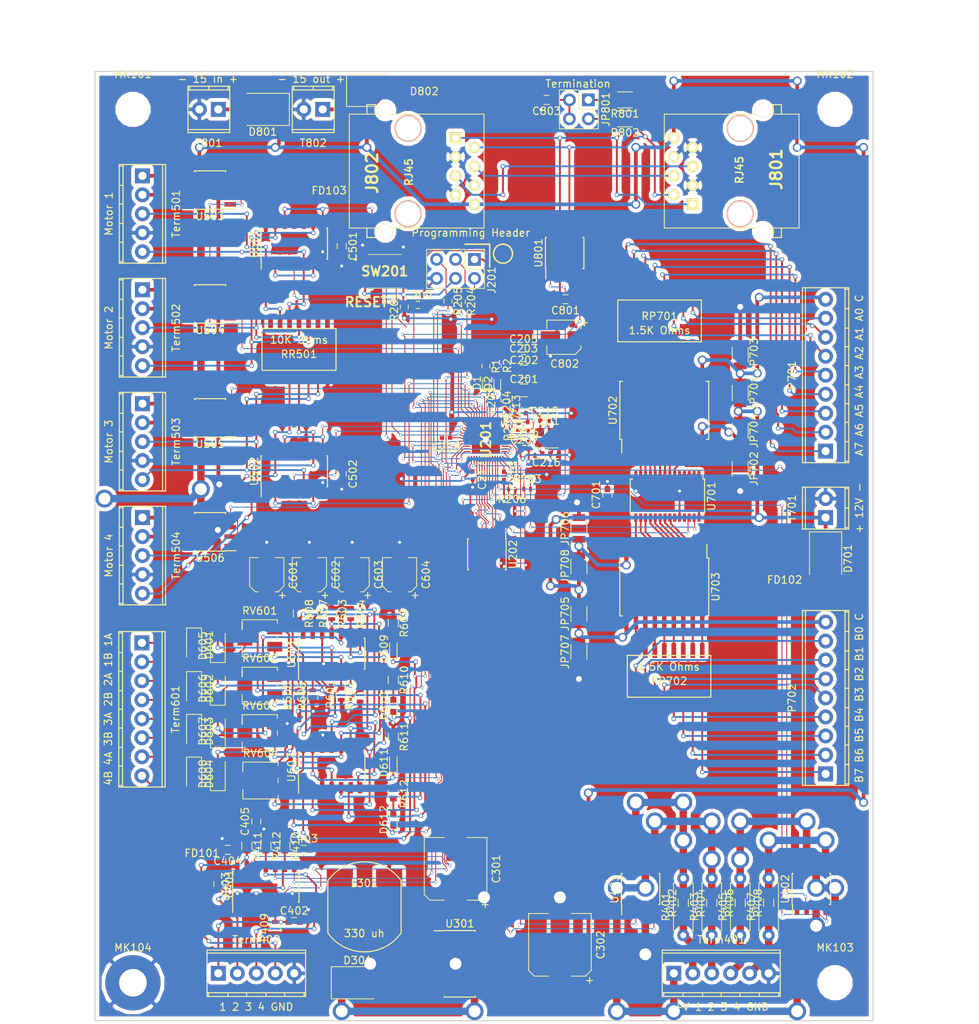
<source format=kicad_pcb>
(kicad_pcb (version 4) (host pcbnew 4.0.7+dfsg1-1ubuntu2)
  (layers (0 F.Cu signal) (31 B.Cu signal) (34 B.Paste user) (35 F.Paste user) (36 B.SilkS user) (37 F.SilkS user) (38 B.Mask user) (39 F.Mask user) (44 Edge.Cuts user))
  (net 0 "")
  (net 1 "/ESP32 MCU/VDD3P3")
  (net 2 GND)
  (net 3 +3V3)
  (net 4 "/ESP32 MCU/RESET")
  (net 5 "/ESP32 MCU/GPIO36(OD3)")
  (net 6 "/ESP32 MCU/GPIO39(OD4)")
  (net 7 "Net-(C213-Pad1)")
  (net 8 "Net-(C214-Pad1)")
  (net 9 "Net-(C215-Pad2)")
  (net 10 "Net-(C216-Pad2)")
  (net 11 "CAN +12V")
  (net 12 "Net-(C401-Pad1)")
  (net 13 "Net-(C402-Pad1)")
  (net 14 "Net-(C403-Pad1)")
  (net 15 "Net-(C404-Pad1)")
  (net 16 "Net-(C405-Pad1)")
  (net 17 "Net-(C601-Pad1)")
  (net 18 "Net-(C602-Pad1)")
  (net 19 "Net-(C603-Pad1)")
  (net 20 "Net-(C604-Pad1)")
  (net 21 "Net-(C803-Pad1)")
  (net 22 "Net-(D301-Pad1)")
  (net 23 "Net-(D601-Pad1)")
  (net 24 "Net-(D601-Pad2)")
  (net 25 "Net-(D602-Pad1)")
  (net 26 "Net-(D602-Pad2)")
  (net 27 "Net-(D603-Pad1)")
  (net 28 "Net-(D603-Pad2)")
  (net 29 "Net-(D604-Pad1)")
  (net 30 "Net-(D604-Pad2)")
  (net 31 "Net-(D609-Pad2)")
  (net 32 "/ESP32 MCU/GPIO34(OD1)")
  (net 33 "Net-(D610-Pad2)")
  (net 34 "/ESP32 MCU/GPIO35(OD2)")
  (net 35 "Net-(D611-Pad2)")
  (net 36 "Net-(D612-Pad2)")
  (net 37 +12V)
  (net 38 "Net-(D801-Pad2)")
  (net 39 "Net-(D802-Pad1)")
  (net 40 "/Buttons and LEDs/Button1")
  (net 41 "/ESP32 MCU/TX")
  (net 42 "/ESP32 MCU/RX")
  (net 43 "/CAN Tranceiver/CANH")
  (net 44 "/CAN Tranceiver/CANL")
  (net 45 "Net-(J801-Pad4)")
  (net 46 "Net-(J801-Pad5)")
  (net 47 "Net-(JP701-Pad1)")
  (net 48 "Net-(JP702-Pad1)")
  (net 49 "Net-(JP705-Pad1)")
  (net 50 "Net-(JP706-Pad1)")
  (net 51 "Net-(JP801-Pad1)")
  (net 52 "Net-(JP801-Pad2)")
  (net 53 "Net-(P701-Pad4)")
  (net 54 "Net-(P701-Pad1)")
  (net 55 "Net-(P701-Pad2)")
  (net 56 "Net-(P701-Pad3)")
  (net 57 "Net-(P701-Pad5)")
  (net 58 "Net-(P701-Pad6)")
  (net 59 "Net-(P701-Pad7)")
  (net 60 "Net-(P701-Pad8)")
  (net 61 "Net-(P702-Pad4)")
  (net 62 "Net-(P702-Pad1)")
  (net 63 "Net-(P702-Pad2)")
  (net 64 "Net-(P702-Pad3)")
  (net 65 "Net-(P702-Pad5)")
  (net 66 "Net-(P702-Pad6)")
  (net 67 "Net-(P702-Pad7)")
  (net 68 "Net-(P702-Pad8)")
  (net 69 "/ESP32 MCU/SDA")
  (net 70 "Net-(R204-Pad2)")
  (net 71 "Net-(R205-Pad2)")
  (net 72 "/ESP32 MCU/SCL")
  (net 73 "Net-(R401-Pad1)")
  (net 74 "Net-(R401-Pad2)")
  (net 75 "Net-(R403-Pad1)")
  (net 76 "Net-(R403-Pad2)")
  (net 77 "Net-(R405-Pad1)")
  (net 78 "Net-(R405-Pad2)")
  (net 79 "Net-(R407-Pad1)")
  (net 80 "Net-(R407-Pad2)")
  (net 81 "Net-(R601-Pad2)")
  (net 82 "Net-(R602-Pad2)")
  (net 83 "Net-(R603-Pad2)")
  (net 84 "Net-(R604-Pad2)")
  (net 85 "Net-(RP701-Pad1)")
  (net 86 "Net-(RP701-Pad2)")
  (net 87 "Net-(RP701-Pad3)")
  (net 88 "Net-(RP701-Pad4)")
  (net 89 "Net-(RP701-Pad5)")
  (net 90 "Net-(RP701-Pad6)")
  (net 91 "Net-(RP701-Pad7)")
  (net 92 "Net-(RP701-Pad8)")
  (net 93 "Net-(RP702-Pad1)")
  (net 94 "Net-(RP702-Pad2)")
  (net 95 "Net-(RP702-Pad3)")
  (net 96 "Net-(RP702-Pad4)")
  (net 97 "Net-(RP702-Pad5)")
  (net 98 "Net-(RP702-Pad6)")
  (net 99 "Net-(RP702-Pad7)")
  (net 100 "Net-(RP702-Pad8)")
  (net 101 "Net-(RR501-Pad1)")
  (net 102 "Net-(RR501-Pad2)")
  (net 103 "/Stall Motors/P2B")
  (net 104 "/Stall Motors/P2A")
  (net 105 "/Stall Motors/P1B")
  (net 106 "/Stall Motors/P1A")
  (net 107 "Net-(RR501-Pad7)")
  (net 108 "Net-(RR501-Pad8)")
  (net 109 "Net-(RR501-Pad9)")
  (net 110 "/Stall Motors/P4B")
  (net 111 "/Stall Motors/P4A")
  (net 112 "/Stall Motors/P3B")
  (net 113 "/Stall Motors/P3A")
  (net 114 "/Stall Motors/M1A")
  (net 115 "/Stall Motors/M1B")
  (net 116 "/Stall Motors/M2A")
  (net 117 "/Stall Motors/M2B")
  (net 118 "/Stall Motors/M3A")
  (net 119 "/Stall Motors/M3B")
  (net 120 "/Stall Motors/M4A")
  (net 121 "/Stall Motors/M4B")
  (net 122 "Net-(U201-Pad2)")
  (net 123 "/ESP32 MCU/GPIO32(Motor3)")
  (net 124 "/ESP32 MCU/GPIO33(Motor4)")
  (net 125 "/ESP32 MCU/GPIO25(Motor1)")
  (net 126 "/ESP32 MCU/GPIO26(Motor2)")
  (net 127 "/ESP32 MCU/GPIO27(Points4)")
  (net 128 "/ESP32 MCU/GPIO14(Points3)")
  (net 129 "/ESP32 MCU/GPIO12(Points1)")
  (net 130 "/ESP32 MCU/GPIO13(Points2)")
  (net 131 "/Buttons and LEDs/Button3")
  (net 132 "/Buttons and LEDs/Button2")
  (net 133 "/CAN Tranceiver/CAN_RX")
  (net 134 "/Buttons and LEDs/Button4")
  (net 135 "/ESP32 MCU/GPIO17(LEDS1)")
  (net 136 "Net-(U201-Pad28)")
  (net 137 "Net-(U201-Pad29)")
  (net 138 "Net-(U201-Pad30)")
  (net 139 "Net-(U201-Pad31)")
  (net 140 "Net-(U201-Pad32)")
  (net 141 "Net-(U201-Pad33)")
  (net 142 "/CAN Tranceiver/CAN_TX")
  (net 143 "/ESP32 MCU/GPIO18(LEDS2)")
  (net 144 "/ESP32 MCU/GPIO23(LEDS4)")
  (net 145 "/ESP32 MCU/GPIO19(LEDS3)")
  (net 146 "Net-(U301-Pad1)")
  (net 147 "Net-(U301-Pad2)")
  (net 148 "Net-(U301-Pad7)")
  (net 149 "Net-(U301-Pad8)")
  (net 150 "Net-(U301-Pad9)")
  (net 151 "Net-(U301-Pad11)")
  (net 152 "Net-(U301-Pad13)")
  (net 153 "Net-(U301-Pad14)")
  (net 154 "Net-(U403-Pad2)")
  (net 155 "Net-(U403-Pad4)")
  (net 156 "Net-(U501-Pad2)")
  (net 157 "Net-(U501-Pad10)")
  (net 158 "Net-(U502-Pad2)")
  (net 159 "Net-(U502-Pad10)")
  (net 160 "Net-(U701-Pad6)")
  (net 161 "Net-(U701-Pad7)")
  (net 162 "Net-(U701-Pad8)")
  (net 163 "Net-(U701-Pad9)")
  (net 164 "Net-(U701-Pad10)")
  (net 165 "Net-(U701-Pad11)")
  (net 166 "Net-(U701-Pad12)")
  (net 167 "Net-(U701-Pad13)")
  (net 168 "Net-(U701-Pad15)")
  (net 169 "Net-(U701-Pad16)")
  (net 170 "Net-(U701-Pad17)")
  (net 171 "Net-(U701-Pad18)")
  (net 172 "Net-(U701-Pad19)")
  (net 173 "Net-(U701-Pad20)")
  (net 174 "Net-(U701-Pad21)")
  (net 175 "Net-(U701-Pad22)")
  (net 176 "Net-(U801-Pad5)")
  (net 177 "Net-(U801-Pad8)")
  (net 178 V+)
  (net 179 "Net-(D1-Pad2)")
  (net 180 "/ESP32 MCU/GPIO38(Act2)")
  (net 181 "Net-(D2-Pad2)")
  (net 182 "/ESP32 MCU/GPIO37(Act1)")
  (module RJ45-8N-S:RJ45_8N-S (layer F.Cu) (at 162.56 38.735 90)
    (fp_text reference J801 (at 0.254 4.826 90) (layer F.SilkS) (effects (font (thickness 0.3048))))
    (fp_text value RJ45 (at 0.14224 -0.1016 90) (layer F.SilkS) (effects (font (size 1.00076 1.00076) (thickness 0.2032))))
    (pad "" np_thru_hole circle (at 5.715 0 90) (size 3.64998 3.64998) (drill 3.2512) (layers *.Cu *.SilkS *.Mask))
    (pad "" np_thru_hole circle (at -5.715 0 90) (size 3.64998 3.64998) (drill 3.2512) (layers *.Cu *.SilkS *.Mask))
    (pad 1 thru_hole rect (at -4.445 -6.35 90) (size 1.50114 1.50114) (drill 0.89916) (layers *.Cu *.Mask F.SilkS) (net 43 "/CAN Tranceiver/CANH"))
    (pad 2 thru_hole circle (at -3.175 -8.89 90) (size 1.50114 1.50114) (drill 0.89916) (layers *.Cu *.Mask F.SilkS) (net 44 "/CAN Tranceiver/CANL"))
    (pad 3 thru_hole circle (at -1.905 -6.35 90) (size 1.50114 1.50114) (drill 0.89916) (layers *.Cu *.Mask F.SilkS) (net 2 GND))
    (pad 4 thru_hole circle (at -0.635 -8.89 90) (size 1.50114 1.50114) (drill 0.89916) (layers *.Cu *.Mask F.SilkS) (net 45 "Net-(J801-Pad4)"))
    (pad 5 thru_hole circle (at 0.635 -6.35 90) (size 1.50114 1.50114) (drill 0.89916) (layers *.Cu *.Mask F.SilkS) (net 46 "Net-(J801-Pad5)"))
    (pad 6 thru_hole circle (at 1.905 -8.89 90) (size 1.50114 1.50114) (drill 0.89916) (layers *.Cu *.Mask F.SilkS) (net 2 GND))
    (pad 7 thru_hole circle (at 3.175 -6.35 90) (size 1.50114 1.50114) (drill 0.89916) (layers *.Cu *.Mask F.SilkS) (net 2 GND))
    (pad 8 thru_hole circle (at 4.445 -8.89 90) (size 1.50114 1.50114) (drill 0.89916) (layers *.Cu *.Mask F.SilkS) (net 11 "CAN +12V"))
    (pad "" thru_hole circle (at -8.128 3.048 90) (size 1.9304 1.9304) (drill 1.9304) (layers *.Cu *.Mask F.SilkS))
    (pad "" thru_hole circle (at 8.128 3.048 90) (size 1.9304 1.9304) (drill 1.9304) (layers *.Cu *.Mask F.SilkS))
  )
  (module Resistors_SMD:R_0603 (layer F.Cu) (at 100.33 139.942 90)
    (fp_text reference R409 (at 0 -1.45 90) (layer F.SilkS))
    (fp_text value "10K Ohms")
    (pad 1 smd rect (at -0.75 0 90) (size 0.5 0.9) (layers F.Cu F.Paste F.Mask) (net 3 +3V3))
    (pad 2 smd rect (at 0.75 0 90) (size 0.5 0.9) (layers F.Cu F.Paste F.Mask) (net 13 "Net-(C402-Pad1)"))
  )
  (module Resistors_SMD:R_0603 (layer F.Cu) (at 116.131 106.813 270)
    (fp_text reference R610 (at 0 -1.45 270) (layer F.SilkS))
    (fp_text value "2.7K Ohms")
    (pad 1 smd rect (at -0.75 0 270) (size 0.5 0.9) (layers F.Cu F.Paste F.Mask) (net 3 +3V3))
    (pad 2 smd rect (at 0.75 0 270) (size 0.5 0.9) (layers F.Cu F.Paste F.Mask) (net 33 "Net-(D610-Pad2)"))
  )
  (module Capacitors_SMD:C_0402 (layer F.Cu) (at 130.937 79.502 270)
    (fp_text reference C210 (at 0 -1.27 270) (layer F.SilkS))
    (fp_text value 100nf)
    (pad 1 smd rect (at -0.55 0 270) (size 0.6 0.5) (layers F.Cu F.Paste F.Mask) (net 3 +3V3))
    (pad 2 smd rect (at 0.55 0 270) (size 0.6 0.5) (layers F.Cu F.Paste F.Mask) (net 2 GND))
  )
  (module PTS647SN70SMTR2LFS:PTS647SM38SMTR2LFS (layer F.Cu) (at 114.977 52.146)
    (fp_text reference SW201 (at 0 0) (layer F.SilkS) (effects (font (size 1.27 1.27) (thickness 0.254))))
    (fp_text value RESET (at -2.455 4.115) (layer F.SilkS) (effects (font (size 1.27 1.27) (thickness 0.254))))
    (pad 1 smd rect (at -2.625 -1.6 90) (size 1 1.55) (layers F.Cu F.Paste F.Mask) (net 2 GND))
    (pad 1 smd rect (at 2.625 -1.6 90) (size 1 1.55) (layers F.Cu F.Paste F.Mask) (net 2 GND))
    (pad 2 smd rect (at -2.625 1.6 90) (size 1 1.55) (layers F.Cu F.Paste F.Mask) (net 4 "/ESP32 MCU/RESET"))
    (pad 2 smd rect (at 2.625 1.6 90) (size 1 1.55) (layers F.Cu F.Paste F.Mask) (net 4 "/ESP32 MCU/RESET"))
  )
  (module 48xxP:4814P (layer F.Cu) (at 103.505 62.59 180)
    (fp_text reference RR501 (at 0 -0.635 180) (layer F.SilkS))
    (fp_text value "10K Ohms" (at 0 1.27 180) (layer F.SilkS))
    (pad 1 smd rect (at -3.81 3.45 180) (size 0.63 2) (layers F.Cu F.Paste F.Mask) (net 101 "Net-(RR501-Pad1)"))
    (pad 2 smd rect (at -2.54 3.45 180) (size 0.63 2) (layers F.Cu F.Paste F.Mask) (net 102 "Net-(RR501-Pad2)"))
    (pad 3 smd rect (at -1.27 3.45 180) (size 0.63 2) (layers F.Cu F.Paste F.Mask) (net 103 "/Stall Motors/P2B"))
    (pad 4 smd rect (at 0 3.45 180) (size 0.63 2) (layers F.Cu F.Paste F.Mask) (net 104 "/Stall Motors/P2A"))
    (pad 5 smd rect (at 1.27 3.45 180) (size 0.63 2) (layers F.Cu F.Paste F.Mask) (net 105 "/Stall Motors/P1B"))
    (pad 6 smd rect (at 2.54 3.45 180) (size 0.63 2) (layers F.Cu F.Paste F.Mask) (net 106 "/Stall Motors/P1A"))
    (pad 7 smd rect (at 3.81 3.45 180) (size 0.63 2) (layers F.Cu F.Paste F.Mask) (net 107 "Net-(RR501-Pad7)"))
    (pad 8 smd rect (at 3.81 -3.45 180) (size 0.63 2) (layers F.Cu F.Paste F.Mask) (net 108 "Net-(RR501-Pad8)"))
    (pad 9 smd rect (at 2.54 -3.45 180) (size 0.63 2) (layers F.Cu F.Paste F.Mask) (net 109 "Net-(RR501-Pad9)"))
    (pad 10 smd rect (at 1.27 -3.45 180) (size 0.63 2) (layers F.Cu F.Paste F.Mask) (net 110 "/Stall Motors/P4B"))
    (pad 11 smd rect (at 0 -3.45 180) (size 0.63 2) (layers F.Cu F.Paste F.Mask) (net 111 "/Stall Motors/P4A"))
    (pad 12 smd rect (at -1.27 -3.45 180) (size 0.63 2) (layers F.Cu F.Paste F.Mask) (net 112 "/Stall Motors/P3B"))
    (pad 13 smd rect (at -2.54 -3.45 180) (size 0.63 2) (layers F.Cu F.Paste F.Mask) (net 113 "/Stall Motors/P3A"))
    (pad 14 smd rect (at -3.81 -3.45 180) (size 0.63 2) (layers F.Cu F.Paste F.Mask) (net 3 +3V3))
  )
  (module Capacitors_SMD:C_0805 (layer F.Cu) (at 133.62 68.072)
    (fp_text reference C201 (at 0 -1.5) (layer F.SilkS))
    (fp_text value 10uf)
    (pad 1 smd rect (at -1 0) (size 1 1.25) (layers F.Cu F.Paste F.Mask) (net 1 "/ESP32 MCU/VDD3P3"))
    (pad 2 smd rect (at 1 0) (size 1 1.25) (layers F.Cu F.Paste F.Mask) (net 2 GND))
  )
  (module Capacitors_SMD:C_0805 (layer F.Cu) (at 133.62 65.532)
    (fp_text reference C202 (at 0 -1.5) (layer F.SilkS))
    (fp_text value 10uf)
    (pad 1 smd rect (at -1 0) (size 1 1.25) (layers F.Cu F.Paste F.Mask) (net 1 "/ESP32 MCU/VDD3P3"))
    (pad 2 smd rect (at 1 0) (size 1 1.25) (layers F.Cu F.Paste F.Mask) (net 2 GND))
  )
  (module Capacitors_SMD:C_0402 (layer F.Cu) (at 133.562 63.754)
    (fp_text reference C203 (at 0 -1.27) (layer F.SilkS))
    (fp_text value 1uf)
    (pad 1 smd rect (at -0.55 0) (size 0.6 0.5) (layers F.Cu F.Paste F.Mask) (net 1 "/ESP32 MCU/VDD3P3"))
    (pad 2 smd rect (at 0.55 0) (size 0.6 0.5) (layers F.Cu F.Paste F.Mask) (net 2 GND))
  )
  (module Capacitors_SMD:C_0402 (layer F.Cu) (at 132.588 70.019 90)
    (fp_text reference C204 (at 0 -1.27 90) (layer F.SilkS))
    (fp_text value 100nf)
    (pad 1 smd rect (at -0.55 0 90) (size 0.6 0.5) (layers F.Cu F.Paste F.Mask) (net 3 +3V3))
    (pad 2 smd rect (at 0.55 0 90) (size 0.6 0.5) (layers F.Cu F.Paste F.Mask) (net 2 GND))
  )
  (module Capacitors_SMD:C_0402 (layer F.Cu) (at 133.562 62.484)
    (fp_text reference C205 (at 0 -1.27) (layer F.SilkS))
    (fp_text value 100nf)
    (pad 1 smd rect (at -0.55 0) (size 0.6 0.5) (layers F.Cu F.Paste F.Mask) (net 1 "/ESP32 MCU/VDD3P3"))
    (pad 2 smd rect (at 0.55 0) (size 0.6 0.5) (layers F.Cu F.Paste F.Mask) (net 2 GND))
  )
  (module Capacitors_SMD:C_0402 (layer F.Cu) (at 133.689 74.93)
    (fp_text reference C206 (at 0 -1.27) (layer F.SilkS))
    (fp_text value 1uf)
    (pad 1 smd rect (at -0.55 0) (size 0.6 0.5) (layers F.Cu F.Paste F.Mask) (net 3 +3V3))
    (pad 2 smd rect (at 0.55 0) (size 0.6 0.5) (layers F.Cu F.Paste F.Mask) (net 2 GND))
  )
  (module Capacitors_SMD:C_0402 (layer F.Cu) (at 133.689 75.946)
    (fp_text reference C207 (at 0 -1.27) (layer F.SilkS))
    (fp_text value 100pf)
    (pad 1 smd rect (at -0.55 0) (size 0.6 0.5) (layers F.Cu F.Paste F.Mask) (net 3 +3V3))
    (pad 2 smd rect (at 0.55 0) (size 0.6 0.5) (layers F.Cu F.Paste F.Mask) (net 2 GND))
  )
  (module Capacitors_SMD:C_0402 (layer F.Cu) (at 123.19 74.422 180)
    (fp_text reference C208 (at 0 -1.27 180) (layer F.SilkS))
    (fp_text value 100nf)
    (pad 1 smd rect (at -0.55 0 180) (size 0.6 0.5) (layers F.Cu F.Paste F.Mask) (net 3 +3V3))
    (pad 2 smd rect (at 0.55 0 180) (size 0.6 0.5) (layers F.Cu F.Paste F.Mask) (net 2 GND))
  )
  (module Capacitors_SMD:C_0402 (layer F.Cu) (at 119.422 56.642)
    (fp_text reference C209 (at 0 -1.27) (layer F.SilkS))
    (fp_text value 1uf)
    (pad 1 smd rect (at -0.55 0) (size 0.6 0.5) (layers F.Cu F.Paste F.Mask) (net 4 "/ESP32 MCU/RESET"))
    (pad 2 smd rect (at 0.55 0) (size 0.6 0.5) (layers F.Cu F.Paste F.Mask) (net 2 GND))
  )
  (module Capacitors_SMD:C_0402 (layer F.Cu) (at 133.858 70.57 90)
    (fp_text reference C213 (at 0 -1.27 90) (layer F.SilkS))
    (fp_text value 10nf)
    (pad 1 smd rect (at -0.55 0 90) (size 0.6 0.5) (layers F.Cu F.Paste F.Mask) (net 7 "Net-(C213-Pad1)"))
    (pad 2 smd rect (at 0.55 0 90) (size 0.6 0.5) (layers F.Cu F.Paste F.Mask) (net 2 GND))
  )
  (module Capacitors_SMD:C_0402 (layer F.Cu) (at 134.112 72.856 90)
    (fp_text reference C214 (at 0 -1.27 90) (layer F.SilkS))
    (fp_text value 3nf)
    (pad 1 smd rect (at -0.55 0 90) (size 0.6 0.5) (layers F.Cu F.Paste F.Mask) (net 8 "Net-(C214-Pad1)"))
    (pad 2 smd rect (at 0.55 0 90) (size 0.6 0.5) (layers F.Cu F.Paste F.Mask) (net 7 "Net-(C213-Pad1)"))
  )
  (module Capacitors_SMD:C_0402 (layer F.Cu) (at 136.356 72.136)
    (fp_text reference C215 (at 0 -1.27) (layer F.SilkS))
    (fp_text value 22pf)
    (pad 1 smd rect (at -0.55 0) (size 0.6 0.5) (layers F.Cu F.Paste F.Mask) (net 2 GND))
    (pad 2 smd rect (at 0.55 0) (size 0.6 0.5) (layers F.Cu F.Paste F.Mask) (net 9 "Net-(C215-Pad2)"))
  )
  (module Capacitors_SMD:C_0402 (layer F.Cu) (at 136.61 76.454 180)
    (fp_text reference C216 (at 0 -1.27 180) (layer F.SilkS))
    (fp_text value 22pf)
    (pad 1 smd rect (at -0.55 0 180) (size 0.6 0.5) (layers F.Cu F.Paste F.Mask) (net 2 GND))
    (pad 2 smd rect (at 0.55 0 180) (size 0.6 0.5) (layers F.Cu F.Paste F.Mask) (net 10 "Net-(C216-Pad2)"))
  )
  (module Capacitors_SMD:C_0402 (layer F.Cu) (at 126.746 79.46 270)
    (fp_text reference C217 (at 0 -1.27 270) (layer F.SilkS))
    (fp_text value 1uf)
    (pad 1 smd rect (at -0.55 0 270) (size 0.6 0.5) (layers F.Cu F.Paste F.Mask) (net 3 +3V3))
    (pad 2 smd rect (at 0.55 0 270) (size 0.6 0.5) (layers F.Cu F.Paste F.Mask) (net 2 GND))
  )
  (module Capacitors_SMD:CP_Elec_8x10 (layer F.Cu) (at 124.46 132.08 90)
    (fp_text reference C301 (at 0 5.45 90) (layer F.SilkS))
    (fp_text value "220 uf 25V")
    (fp_text user + (at -4.78 3.9 90) (layer F.SilkS))
    (pad 1 smd rect (at -3.05 0 270) (size 4 2.5) (layers F.Cu F.Paste F.Mask) (net 3 +3V3))
    (pad 2 smd rect (at 3.05 0 270) (size 4 2.5) (layers F.Cu F.Paste F.Mask) (net 2 GND))
  )
  (module Capacitors_SMD:CP_Elec_8x10 (layer F.Cu) (at 138.43 142.24 90)
    (fp_text reference C302 (at 0 5.45 90) (layer F.SilkS))
    (fp_text value "22 uf 100V")
    (fp_text user + (at -4.78 3.9 90) (layer F.SilkS))
    (pad 1 smd rect (at -3.05 0 270) (size 4 2.5) (layers F.Cu F.Paste F.Mask) (net 11 "CAN +12V"))
    (pad 2 smd rect (at 3.05 0 270) (size 4 2.5) (layers F.Cu F.Paste F.Mask) (net 2 GND))
  )
  (module Capacitors_SMD:C_0603 (layer F.Cu) (at 92.71 134.1 270)
    (fp_text reference C401 (at 0 -1.5 270) (layer F.SilkS))
    (fp_text value ".1 uf")
    (pad 2 smd rect (at 0.75 0 270) (size 0.8 0.75) (layers F.Cu F.Paste F.Mask) (net 2 GND))
    (pad 1 smd rect (at -0.75 0 270) (size 0.8 0.75) (layers F.Cu F.Paste F.Mask) (net 12 "Net-(C401-Pad1)"))
  )
  (module Capacitors_SMD:C_0603 (layer F.Cu) (at 102.858 139.192)
    (fp_text reference C402 (at 0 -1.5) (layer F.SilkS))
    (fp_text value "10 nf")
    (pad 2 smd rect (at 0.75 0) (size 0.8 0.75) (layers F.Cu F.Paste F.Mask) (net 2 GND))
    (pad 1 smd rect (at -0.75 0) (size 0.8 0.75) (layers F.Cu F.Paste F.Mask) (net 13 "Net-(C402-Pad1)"))
  )
  (module Capacitors_SMD:C_0603 (layer F.Cu) (at 104.128 129.54)
    (fp_text reference C403 (at 0 -1.5) (layer F.SilkS))
    (fp_text value "10 nf")
    (pad 2 smd rect (at 0.75 0) (size 0.8 0.75) (layers F.Cu F.Paste F.Mask) (net 2 GND))
    (pad 1 smd rect (at -0.75 0) (size 0.8 0.75) (layers F.Cu F.Paste F.Mask) (net 14 "Net-(C403-Pad1)"))
  )
  (module Capacitors_SMD:C_0603 (layer F.Cu) (at 93.968 129.54 180)
    (fp_text reference C404 (at 0 -1.5 180) (layer F.SilkS))
    (fp_text value "10 nf")
    (pad 2 smd rect (at 0.75 0 180) (size 0.8 0.75) (layers F.Cu F.Paste F.Mask) (net 2 GND))
    (pad 1 smd rect (at -0.75 0 180) (size 0.8 0.75) (layers F.Cu F.Paste F.Mask) (net 15 "Net-(C404-Pad1)"))
  )
  (module Capacitors_SMD:C_0603 (layer F.Cu) (at 97.79 125.742 90)
    (fp_text reference C405 (at 0 -1.5 90) (layer F.SilkS))
    (fp_text value "10 nf")
    (pad 2 smd rect (at 0.75 0 90) (size 0.8 0.75) (layers F.Cu F.Paste F.Mask) (net 2 GND))
    (pad 1 smd rect (at -0.75 0 90) (size 0.8 0.75) (layers F.Cu F.Paste F.Mask) (net 16 "Net-(C405-Pad1)"))
  )
  (module Capacitors_SMD:C_0603 (layer F.Cu) (at 109.22 48.78 270)
    (fp_text reference C501 (at 0 -1.5 270) (layer F.SilkS))
    (fp_text value ".1 uf")
    (pad 2 smd rect (at 0.75 0 270) (size 0.8 0.75) (layers F.Cu F.Paste F.Mask) (net 2 GND))
    (pad 1 smd rect (at -0.75 0 270) (size 0.8 0.75) (layers F.Cu F.Paste F.Mask) (net 3 +3V3))
  )
  (module Capacitors_SMD:C_0603 (layer F.Cu) (at 109.22 79.26 270)
    (fp_text reference C502 (at 0 -1.5 270) (layer F.SilkS))
    (fp_text value ".1 uf")
    (pad 2 smd rect (at 0.75 0 270) (size 0.8 0.75) (layers F.Cu F.Paste F.Mask) (net 2 GND))
    (pad 1 smd rect (at -0.75 0 270) (size 0.8 0.75) (layers F.Cu F.Paste F.Mask) (net 3 +3V3))
  )
  (module Capacitors_SMD:CP_Elec_4x5.7 (layer F.Cu) (at 99.187 92.732 90)
    (fp_text reference C601 (at 0 3.54 90) (layer F.SilkS))
    (fp_text value "2.2uf 50V")
    (fp_text user + (at -2.77 2.01 90) (layer F.SilkS))
    (pad 1 smd rect (at -1.8 0 270) (size 2.6 1.6) (layers F.Cu F.Paste F.Mask) (net 17 "Net-(C601-Pad1)"))
    (pad 2 smd rect (at 1.8 0 270) (size 2.6 1.6) (layers F.Cu F.Paste F.Mask) (net 2 GND))
  )
  (module Capacitors_SMD:CP_Elec_4x5.7 (layer F.Cu) (at 104.902 92.732 90)
    (fp_text reference C602 (at 0 3.54 90) (layer F.SilkS))
    (fp_text value "2.2uf 50V")
    (fp_text user + (at -2.77 2.01 90) (layer F.SilkS))
    (pad 1 smd rect (at -1.8 0 270) (size 2.6 1.6) (layers F.Cu F.Paste F.Mask) (net 18 "Net-(C602-Pad1)"))
    (pad 2 smd rect (at 1.8 0 270) (size 2.6 1.6) (layers F.Cu F.Paste F.Mask) (net 2 GND))
  )
  (module Capacitors_SMD:CP_Elec_4x5.7 (layer F.Cu) (at 110.617 92.732 90)
    (fp_text reference C603 (at 0 3.54 90) (layer F.SilkS))
    (fp_text value "2.2uf 50V")
    (fp_text user + (at -2.77 2.01 90) (layer F.SilkS))
    (pad 1 smd rect (at -1.8 0 270) (size 2.6 1.6) (layers F.Cu F.Paste F.Mask) (net 19 "Net-(C603-Pad1)"))
    (pad 2 smd rect (at 1.8 0 270) (size 2.6 1.6) (layers F.Cu F.Paste F.Mask) (net 2 GND))
  )
  (module Capacitors_SMD:CP_Elec_4x5.7 (layer F.Cu) (at 116.967 92.732 90)
    (fp_text reference C604 (at 0 3.54 90) (layer F.SilkS))
    (fp_text value "2.2uf 50V")
    (fp_text user + (at -2.77 2.01 90) (layer F.SilkS))
    (pad 1 smd rect (at -1.8 0 270) (size 2.6 1.6) (layers F.Cu F.Paste F.Mask) (net 20 "Net-(C604-Pad1)"))
    (pad 2 smd rect (at 1.8 0 270) (size 2.6 1.6) (layers F.Cu F.Paste F.Mask) (net 2 GND))
  )
  (module Capacitors_SMD:C_0603 (layer F.Cu) (at 144.78 82.03 90)
    (fp_text reference C701 (at 0 -1.5 90) (layer F.SilkS))
    (fp_text value ".1 uf")
    (pad 2 smd rect (at 0.75 0 90) (size 0.8 0.75) (layers F.Cu F.Paste F.Mask) (net 2 GND))
    (pad 1 smd rect (at -0.75 0 90) (size 0.8 0.75) (layers F.Cu F.Paste F.Mask) (net 3 +3V3))
  )
  (module Capacitors_SMD:C_0603 (layer F.Cu) (at 139.18 55.88 180)
    (fp_text reference C801 (at 0 -1.5 180) (layer F.SilkS))
    (fp_text value ".1 uf")
    (pad 2 smd rect (at 0.75 0 180) (size 0.8 0.75) (layers F.Cu F.Paste F.Mask) (net 2 GND))
    (pad 1 smd rect (at -0.75 0 180) (size 0.8 0.75) (layers F.Cu F.Paste F.Mask) (net 3 +3V3))
  )
  (module Capacitors_SMD:CP_Elec_4x5.7 (layer F.Cu) (at 138.96 60.96 180)
    (fp_text reference C802 (at -0.105 -3.556 180) (layer F.SilkS))
    (fp_text value "15 uf 15V")
    (fp_text user + (at -2.77 2.01 180) (layer F.SilkS))
    (pad 1 smd rect (at -1.8 0) (size 2.6 1.6) (layers F.Cu F.Paste F.Mask) (net 3 +3V3))
    (pad 2 smd rect (at 1.8 0) (size 2.6 1.6) (layers F.Cu F.Paste F.Mask) (net 2 GND))
  )
  (module Capacitors_SMD:C_0603 (layer F.Cu) (at 136.64 29.21 180)
    (fp_text reference C803 (at 0 -1.5 180) (layer F.SilkS))
    (fp_text value "47 nf")
    (pad 2 smd rect (at 0.75 0 180) (size 0.8 0.75) (layers F.Cu F.Paste F.Mask) (net 2 GND))
    (pad 1 smd rect (at -0.75 0 180) (size 0.8 0.75) (layers F.Cu F.Paste F.Mask) (net 21 "Net-(C803-Pad1)"))
  )
  (module Diodes_SMD:D_SMB (layer F.Cu) (at 111.37 147.32)
    (fp_text reference D301 (at 0 -3) (layer F.SilkS))
    (fp_text value "CMSH1-60 TR13")
    (pad 1 smd rect (at -2.15 0) (size 2.5 2.3) (layers F.Cu F.Paste F.Mask) (net 22 "Net-(D301-Pad1)"))
    (pad 2 smd rect (at 2.15 0) (size 2.5 2.3) (layers F.Cu F.Paste F.Mask) (net 2 GND))
  )
  (module Diodes_SMD:D_SOD-123 (layer F.Cu) (at 89.461 102.103 270)
    (fp_text reference D601 (at 0 -2 270) (layer F.SilkS))
    (fp_text value 1N4148)
    (pad 1 smd rect (at -1.65 0 270) (size 0.9 1.2) (layers F.Cu F.Paste F.Mask) (net 23 "Net-(D601-Pad1)"))
    (pad 2 smd rect (at 1.65 0 270) (size 0.9 1.2) (layers F.Cu F.Paste F.Mask) (net 24 "Net-(D601-Pad2)"))
  )
  (module Diodes_SMD:D_SOD-123 (layer F.Cu) (at 89.461 107.943 270)
    (fp_text reference D602 (at 0 -2 270) (layer F.SilkS))
    (fp_text value 1N4148)
    (pad 1 smd rect (at -1.65 0 270) (size 0.9 1.2) (layers F.Cu F.Paste F.Mask) (net 25 "Net-(D602-Pad1)"))
    (pad 2 smd rect (at 1.65 0 270) (size 0.9 1.2) (layers F.Cu F.Paste F.Mask) (net 26 "Net-(D602-Pad2)"))
  )
  (module Diodes_SMD:D_SOD-123 (layer F.Cu) (at 89.461 113.658 270)
    (fp_text reference D603 (at 0 -2 270) (layer F.SilkS))
    (fp_text value 1N4148)
    (pad 1 smd rect (at -1.65 0 270) (size 0.9 1.2) (layers F.Cu F.Paste F.Mask) (net 27 "Net-(D603-Pad1)"))
    (pad 2 smd rect (at 1.65 0 270) (size 0.9 1.2) (layers F.Cu F.Paste F.Mask) (net 28 "Net-(D603-Pad2)"))
  )
  (module Diodes_SMD:D_SOD-123 (layer F.Cu) (at 89.461 119.373 270)
    (fp_text reference D604 (at 0 -2 270) (layer F.SilkS))
    (fp_text value 1N4148)
    (pad 1 smd rect (at -1.65 0 270) (size 0.9 1.2) (layers F.Cu F.Paste F.Mask) (net 29 "Net-(D604-Pad1)"))
    (pad 2 smd rect (at 1.65 0 270) (size 0.9 1.2) (layers F.Cu F.Paste F.Mask) (net 30 "Net-(D604-Pad2)"))
  )
  (module Diodes_SMD:D_SOD-123 (layer F.Cu) (at 92.636 102.228 90)
    (fp_text reference D605 (at 0 -2 90) (layer F.SilkS))
    (fp_text value 1N4148)
    (pad 1 smd rect (at -1.65 0 90) (size 0.9 1.2) (layers F.Cu F.Paste F.Mask) (net 24 "Net-(D601-Pad2)"))
    (pad 2 smd rect (at 1.65 0 90) (size 0.9 1.2) (layers F.Cu F.Paste F.Mask) (net 23 "Net-(D601-Pad1)"))
  )
  (module Diodes_SMD:D_SOD-123 (layer F.Cu) (at 92.636 107.943 90)
    (fp_text reference D606 (at 0 -2 90) (layer F.SilkS))
    (fp_text value 1N4148)
    (pad 1 smd rect (at -1.65 0 90) (size 0.9 1.2) (layers F.Cu F.Paste F.Mask) (net 26 "Net-(D602-Pad2)"))
    (pad 2 smd rect (at 1.65 0 90) (size 0.9 1.2) (layers F.Cu F.Paste F.Mask) (net 25 "Net-(D602-Pad1)"))
  )
  (module Diodes_SMD:D_SOD-123 (layer F.Cu) (at 92.636 113.658 90)
    (fp_text reference D607 (at 0 -2 90) (layer F.SilkS))
    (fp_text value 1N4148)
    (pad 1 smd rect (at -1.65 0 90) (size 0.9 1.2) (layers F.Cu F.Paste F.Mask) (net 28 "Net-(D603-Pad2)"))
    (pad 2 smd rect (at 1.65 0 90) (size 0.9 1.2) (layers F.Cu F.Paste F.Mask) (net 27 "Net-(D603-Pad1)"))
  )
  (module Diodes_SMD:D_SOD-123 (layer F.Cu) (at 92.636 119.373 90)
    (fp_text reference D608 (at 0 -2 90) (layer F.SilkS))
    (fp_text value 1N4148)
    (pad 1 smd rect (at -1.65 0 90) (size 0.9 1.2) (layers F.Cu F.Paste F.Mask) (net 30 "Net-(D604-Pad2)"))
    (pad 2 smd rect (at 1.65 0 90) (size 0.9 1.2) (layers F.Cu F.Paste F.Mask) (net 29 "Net-(D604-Pad1)"))
  )
  (module LEDs:LED_0603 (layer F.Cu) (at 116.131 102.648 90)
    (fp_text reference D609 (at 0 -1.25 90) (layer F.SilkS))
    (fp_text value LED)
    (pad 2 smd rect (at 0.8 0 270) (size 0.8 0.8) (layers F.Cu F.Paste F.Mask) (net 31 "Net-(D609-Pad2)"))
    (pad 1 smd rect (at -0.8 0 270) (size 0.8 0.8) (layers F.Cu F.Paste F.Mask) (net 32 "/ESP32 MCU/GPIO34(OD1)"))
  )
  (module LEDs:LED_0603 (layer F.Cu) (at 116.131 110.268 90)
    (fp_text reference D610 (at 0 -1.25 90) (layer F.SilkS))
    (fp_text value LED)
    (pad 2 smd rect (at 0.8 0 270) (size 0.8 0.8) (layers F.Cu F.Paste F.Mask) (net 33 "Net-(D610-Pad2)"))
    (pad 1 smd rect (at -0.8 0 270) (size 0.8 0.8) (layers F.Cu F.Paste F.Mask) (net 34 "/ESP32 MCU/GPIO35(OD2)"))
  )
  (module LEDs:LED_0603 (layer F.Cu) (at 116.131 117.888 90)
    (fp_text reference D611 (at 0 -1.25 90) (layer F.SilkS))
    (fp_text value LED)
    (pad 2 smd rect (at 0.8 0 270) (size 0.8 0.8) (layers F.Cu F.Paste F.Mask) (net 35 "Net-(D611-Pad2)"))
    (pad 1 smd rect (at -0.8 0 270) (size 0.8 0.8) (layers F.Cu F.Paste F.Mask) (net 5 "/ESP32 MCU/GPIO36(OD3)"))
  )
  (module LEDs:LED_0603 (layer F.Cu) (at 116.131 125.508 90)
    (fp_text reference D612 (at 0 -1.25 90) (layer F.SilkS))
    (fp_text value LED)
    (pad 2 smd rect (at 0.8 0 270) (size 0.8 0.8) (layers F.Cu F.Paste F.Mask) (net 36 "Net-(D612-Pad2)"))
    (pad 1 smd rect (at -0.8 0 270) (size 0.8 0.8) (layers F.Cu F.Paste F.Mask) (net 6 "/ESP32 MCU/GPIO39(OD4)"))
  )
  (module Diodes_SMD:D_SMB (layer F.Cu) (at 173.99 90.56 270)
    (fp_text reference D701 (at 0 -3 270) (layer F.SilkS))
    (fp_text value DFLS240-7)
    (pad 1 smd rect (at -2.15 0 270) (size 2.5 2.3) (layers F.Cu F.Paste F.Mask) (net 37 +12V))
    (pad 2 smd rect (at 2.15 0 270) (size 2.5 2.3) (layers F.Cu F.Paste F.Mask) (net 11 "CAN +12V"))
  )
  (module Diodes_SMD:D_SMB (layer F.Cu) (at 98.67 30.48 180)
    (fp_text reference D801 (at 0 -3 180) (layer F.SilkS))
    (fp_text value DFLS240-7)
    (pad 1 smd rect (at -2.15 0 180) (size 2.5 2.3) (layers F.Cu F.Paste F.Mask) (net 11 "CAN +12V"))
    (pad 2 smd rect (at 2.15 0 180) (size 2.5 2.3) (layers F.Cu F.Paste F.Mask) (net 38 "Net-(D801-Pad2)"))
  )
  (module Diodes_SMD:D_SMB (layer F.Cu) (at 113.42 27.94)
    (fp_text reference D802 (at 6.849 0.127) (layer F.SilkS))
    (fp_text value DFLS240-7)
    (pad 1 smd rect (at -2.15 0) (size 2.5 2.3) (layers F.Cu F.Paste F.Mask) (net 39 "Net-(D802-Pad1)"))
    (pad 2 smd rect (at 2.15 0) (size 2.5 2.3) (layers F.Cu F.Paste F.Mask) (net 11 "CAN +12V"))
  )
  (module Pin_Headers:Pin_Header_Straight_2x03_Pitch2.54mm (layer F.Cu) (at 127 50.546 270)
    (fp_text reference J201 (at 2.794 -2.286 270) (layer F.SilkS))
    (fp_text value "Programming Header" (at -3.556 0.508 360) (layer F.SilkS))
    (pad 1 thru_hole rect (at 0 0 270) (size 1.7 1.7) (drill 1) (layers *.Cu *.Mask) (net 3 +3V3))
    (pad 2 thru_hole oval (at 2.54 0 270) (size 1.7 1.7) (drill 1) (layers *.Cu *.Mask) (net 40 "/Buttons and LEDs/Button1"))
    (pad 3 thru_hole oval (at 0 2.54 270) (size 1.7 1.7) (drill 1) (layers *.Cu *.Mask) (net 41 "/ESP32 MCU/TX"))
    (pad 4 thru_hole oval (at 2.54 2.54 270) (size 1.7 1.7) (drill 1) (layers *.Cu *.Mask) (net 4 "/ESP32 MCU/RESET"))
    (pad 5 thru_hole oval (at 0 5.08 270) (size 1.7 1.7) (drill 1) (layers *.Cu *.Mask) (net 42 "/ESP32 MCU/RX"))
    (pad 6 thru_hole oval (at 2.54 5.08 270) (size 1.7 1.7) (drill 1) (layers *.Cu *.Mask) (net 2 GND))
  )
  (module RJ45-8N-S:RJ45_8N-S (layer F.Cu) (at 118.11 38.735 270)
    (fp_text reference J802 (at 0.254 4.826 270) (layer F.SilkS) (effects (font (thickness 0.3048))))
    (fp_text value RJ45 (at 0.14224 -0.1016 270) (layer F.SilkS) (effects (font (size 1.00076 1.00076) (thickness 0.2032))))
    (pad "" np_thru_hole circle (at 5.715 0 270) (size 3.64998 3.64998) (drill 3.2512) (layers *.Cu *.SilkS *.Mask))
    (pad "" np_thru_hole circle (at -5.715 0 270) (size 3.64998 3.64998) (drill 3.2512) (layers *.Cu *.SilkS *.Mask))
    (pad 1 thru_hole rect (at -4.445 -6.35 270) (size 1.50114 1.50114) (drill 0.89916) (layers *.Cu *.Mask F.SilkS) (net 43 "/CAN Tranceiver/CANH"))
    (pad 2 thru_hole circle (at -3.175 -8.89 270) (size 1.50114 1.50114) (drill 0.89916) (layers *.Cu *.Mask F.SilkS) (net 44 "/CAN Tranceiver/CANL"))
    (pad 3 thru_hole circle (at -1.905 -6.35 270) (size 1.50114 1.50114) (drill 0.89916) (layers *.Cu *.Mask F.SilkS) (net 2 GND))
    (pad 4 thru_hole circle (at -0.635 -8.89 270) (size 1.50114 1.50114) (drill 0.89916) (layers *.Cu *.Mask F.SilkS) (net 45 "Net-(J801-Pad4)"))
    (pad 5 thru_hole circle (at 0.635 -6.35 270) (size 1.50114 1.50114) (drill 0.89916) (layers *.Cu *.Mask F.SilkS) (net 46 "Net-(J801-Pad5)"))
    (pad 6 thru_hole circle (at 1.905 -8.89 270) (size 1.50114 1.50114) (drill 0.89916) (layers *.Cu *.Mask F.SilkS) (net 2 GND))
    (pad 7 thru_hole circle (at 3.175 -6.35 270) (size 1.50114 1.50114) (drill 0.89916) (layers *.Cu *.Mask F.SilkS) (net 2 GND))
    (pad 8 thru_hole circle (at 4.445 -8.89 270) (size 1.50114 1.50114) (drill 0.89916) (layers *.Cu *.Mask F.SilkS) (net 11 "CAN +12V"))
    (pad "" thru_hole circle (at -8.128 3.048 270) (size 1.9304 1.9304) (drill 1.9304) (layers *.Cu *.Mask F.SilkS))
    (pad "" thru_hole circle (at 8.128 3.048 270) (size 1.9304 1.9304) (drill 1.9304) (layers *.Cu *.Mask F.SilkS))
  )
  (module Resistors_SMD:R_1206 (layer F.Cu) (at 162.56 68.4 270)
    (fp_text reference JP701 (at 0 -1.85 270) (layer F.SilkS))
    (fp_text value 0)
    (pad 1 smd rect (at -1.45 0 270) (size 0.9 1.7) (layers F.Cu F.Paste F.Mask) (net 47 "Net-(JP701-Pad1)"))
    (pad 2 smd rect (at 1.45 0 270) (size 0.9 1.7) (layers F.Cu F.Paste F.Mask) (net 37 +12V))
  )
  (module Resistors_SMD:R_1206 (layer F.Cu) (at 162.56 78.56 270)
    (fp_text reference JP702 (at 0 -1.85 270) (layer F.SilkS))
    (fp_text value 0)
    (pad 1 smd rect (at -1.45 0 270) (size 0.9 1.7) (layers F.Cu F.Paste F.Mask) (net 48 "Net-(JP702-Pad1)"))
    (pad 2 smd rect (at 1.45 0 270) (size 0.9 1.7) (layers F.Cu F.Paste F.Mask) (net 2 GND))
  )
  (module Resistors_SMD:R_1206 (layer F.Cu) (at 162.56 63.32 270)
    (fp_text reference JP703 (at 0 -1.85 270) (layer F.SilkS))
    (fp_text value 0)
    (pad 1 smd rect (at -1.45 0 270) (size 0.9 1.7) (layers F.Cu F.Paste F.Mask) (net 2 GND))
    (pad 2 smd rect (at 1.45 0 270) (size 0.9 1.7) (layers F.Cu F.Paste F.Mask) (net 47 "Net-(JP701-Pad1)"))
  )
  (module Resistors_SMD:R_1206 (layer F.Cu) (at 162.56 73.48 270)
    (fp_text reference JP704 (at 0 -1.85 270) (layer F.SilkS))
    (fp_text value 0)
    (pad 1 smd rect (at -1.45 0 270) (size 0.9 1.7) (layers F.Cu F.Paste F.Mask) (net 37 +12V))
    (pad 2 smd rect (at 1.45 0 270) (size 0.9 1.7) (layers F.Cu F.Paste F.Mask) (net 48 "Net-(JP702-Pad1)"))
  )
  (module Resistors_SMD:R_1206 (layer F.Cu) (at 140.97 97.97 90)
    (fp_text reference JP705 (at 0 -1.85 90) (layer F.SilkS))
    (fp_text value 0)
    (pad 1 smd rect (at -1.45 0 90) (size 0.9 1.7) (layers F.Cu F.Paste F.Mask) (net 49 "Net-(JP705-Pad1)"))
    (pad 2 smd rect (at 1.45 0 90) (size 0.9 1.7) (layers F.Cu F.Paste F.Mask) (net 37 +12V))
  )
  (module Resistors_SMD:R_1206 (layer F.Cu) (at 140.97 86.54 90)
    (fp_text reference JP706 (at 0 -1.85 90) (layer F.SilkS))
    (fp_text value 0)
    (pad 1 smd rect (at -1.45 0 90) (size 0.9 1.7) (layers F.Cu F.Paste F.Mask) (net 50 "Net-(JP706-Pad1)"))
    (pad 2 smd rect (at 1.45 0 90) (size 0.9 1.7) (layers F.Cu F.Paste F.Mask) (net 2 GND))
  )
  (module Resistors_SMD:R_1206 (layer F.Cu) (at 140.97 103.05 90)
    (fp_text reference JP707 (at 0 -1.85 90) (layer F.SilkS))
    (fp_text value 0)
    (pad 1 smd rect (at -1.45 0 90) (size 0.9 1.7) (layers F.Cu F.Paste F.Mask) (net 2 GND))
    (pad 2 smd rect (at 1.45 0 90) (size 0.9 1.7) (layers F.Cu F.Paste F.Mask) (net 49 "Net-(JP705-Pad1)"))
  )
  (module Resistors_SMD:R_1206 (layer F.Cu) (at 140.97 91.62 90)
    (fp_text reference JP708 (at 0 -1.85 90) (layer F.SilkS))
    (fp_text value 0)
    (pad 1 smd rect (at -1.45 0 90) (size 0.9 1.7) (layers F.Cu F.Paste F.Mask) (net 37 +12V))
    (pad 2 smd rect (at 1.45 0 90) (size 0.9 1.7) (layers F.Cu F.Paste F.Mask) (net 50 "Net-(JP706-Pad1)"))
  )
  (module Pin_Headers:Pin_Header_Straight_2x02_Pitch2.54mm (layer F.Cu) (at 142.24 29.21 270)
    (fp_text reference JP801 (at 1.27 -2.33 270) (layer F.SilkS))
    (fp_text value Termination (at -2.159 1.397 360) (layer F.SilkS))
    (pad 1 thru_hole rect (at 0 0 270) (size 1.7 1.7) (drill 1) (layers *.Cu *.Mask) (net 51 "Net-(JP801-Pad1)"))
    (pad 2 thru_hole oval (at 2.54 0 270) (size 1.7 1.7) (drill 1) (layers *.Cu *.Mask) (net 52 "Net-(JP801-Pad2)"))
    (pad 3 thru_hole oval (at 0 2.54 270) (size 1.7 1.7) (drill 1) (layers *.Cu *.Mask) (net 21 "Net-(C803-Pad1)"))
    (pad 4 thru_hole oval (at 2.54 2.54 270) (size 1.7 1.7) (drill 1) (layers *.Cu *.Mask) (net 21 "Net-(C803-Pad1)"))
  )
  (module Inductors_SMD:L_0402 (layer F.Cu) (at 131.064 69.4 90)
    (fp_text reference L201 (at 0 -1.8 90) (layer F.SilkS))
    (fp_text value 2.0nH)
    (pad 1 smd rect (at -0.45 0 90) (size 0.4 0.6) (layers F.Cu F.Paste F.Mask) (net 3 +3V3))
    (pad 2 smd rect (at 0.45 0 90) (size 0.4 0.6) (layers F.Cu F.Paste F.Mask) (net 1 "/ESP32 MCU/VDD3P3"))
  )
  (module SRN1060:SRN1060 (layer F.Cu) (at 112.27 137.16)
    (fp_text reference L301 (at -0.01524 -3.1623) (layer F.SilkS))
    (fp_text value "330 uh" (at -0.0381 3.556) (layer F.SilkS))
    (pad 1 smd rect (at -3.3 0) (size 3.5 10.2) (layers F.Cu F.Paste F.Mask) (net 22 "Net-(D301-Pad1)"))
    (pad 2 smd rect (at 3.3 0) (size 3.5 10.2) (layers F.Cu F.Paste F.Mask) (net 3 +3V3))
  )
  (module Connectors_Terminal_Blocks:TerminalBlock_Pheonix_MPT-2.54mm_9pol (layer F.Cu) (at 173.99 76.2 90)
    (fp_text reference P701 (at 10.16 -4.50088 90) (layer F.SilkS))
    (fp_text value "A7 A6 A5 A4 A3 A2 A1 A0 C" (at 10.16 4.50088 90) (layer F.SilkS))
    (pad 4 thru_hole oval (at 7.62 0 270) (size 1.99898 1.99898) (drill 1.09728) (layers *.Cu *.Mask) (net 53 "Net-(P701-Pad4)"))
    (pad 1 thru_hole rect (at 0 0 270) (size 1.99898 1.99898) (drill 1.09728) (layers *.Cu *.Mask) (net 54 "Net-(P701-Pad1)"))
    (pad 2 thru_hole oval (at 2.54 0 270) (size 1.99898 1.99898) (drill 1.09728) (layers *.Cu *.Mask) (net 55 "Net-(P701-Pad2)"))
    (pad 3 thru_hole oval (at 5.08 0 270) (size 1.99898 1.99898) (drill 1.09728) (layers *.Cu *.Mask) (net 56 "Net-(P701-Pad3)"))
    (pad 5 thru_hole oval (at 10.16 0 270) (size 1.99898 1.99898) (drill 1.09728) (layers *.Cu *.Mask) (net 57 "Net-(P701-Pad5)"))
    (pad 6 thru_hole oval (at 12.7 0 270) (size 1.99898 1.99898) (drill 1.09728) (layers *.Cu *.Mask) (net 58 "Net-(P701-Pad6)"))
    (pad 7 thru_hole oval (at 15.24 0 270) (size 1.99898 1.99898) (drill 1.09728) (layers *.Cu *.Mask) (net 59 "Net-(P701-Pad7)"))
    (pad 8 thru_hole oval (at 17.78 0 270) (size 1.99898 1.99898) (drill 1.09728) (layers *.Cu *.Mask) (net 60 "Net-(P701-Pad8)"))
    (pad 9 thru_hole oval (at 20.32 0 270) (size 1.99898 1.99898) (drill 1.09728) (layers *.Cu *.Mask) (net 47 "Net-(JP701-Pad1)"))
  )
  (module Connectors_Terminal_Blocks:TerminalBlock_Pheonix_MPT-2.54mm_9pol (layer F.Cu) (at 173.99 119.38 90)
    (fp_text reference P702 (at 10.16 -4.50088 90) (layer F.SilkS))
    (fp_text value "B7 B6 B5 B4 B3 B2 B1 B0 C" (at 10.16 4.50088 90) (layer F.SilkS))
    (pad 4 thru_hole oval (at 7.62 0 270) (size 1.99898 1.99898) (drill 1.09728) (layers *.Cu *.Mask) (net 61 "Net-(P702-Pad4)"))
    (pad 1 thru_hole rect (at 0 0 270) (size 1.99898 1.99898) (drill 1.09728) (layers *.Cu *.Mask) (net 62 "Net-(P702-Pad1)"))
    (pad 2 thru_hole oval (at 2.54 0 270) (size 1.99898 1.99898) (drill 1.09728) (layers *.Cu *.Mask) (net 63 "Net-(P702-Pad2)"))
    (pad 3 thru_hole oval (at 5.08 0 270) (size 1.99898 1.99898) (drill 1.09728) (layers *.Cu *.Mask) (net 64 "Net-(P702-Pad3)"))
    (pad 5 thru_hole oval (at 10.16 0 270) (size 1.99898 1.99898) (drill 1.09728) (layers *.Cu *.Mask) (net 65 "Net-(P702-Pad5)"))
    (pad 6 thru_hole oval (at 12.7 0 270) (size 1.99898 1.99898) (drill 1.09728) (layers *.Cu *.Mask) (net 66 "Net-(P702-Pad6)"))
    (pad 7 thru_hole oval (at 15.24 0 270) (size 1.99898 1.99898) (drill 1.09728) (layers *.Cu *.Mask) (net 67 "Net-(P702-Pad7)"))
    (pad 8 thru_hole oval (at 17.78 0 270) (size 1.99898 1.99898) (drill 1.09728) (layers *.Cu *.Mask) (net 68 "Net-(P702-Pad8)"))
    (pad 9 thru_hole oval (at 20.32 0 270) (size 1.99898 1.99898) (drill 1.09728) (layers *.Cu *.Mask) (net 49 "Net-(JP705-Pad1)"))
  )
  (module Resistors_SMD:R_0402 (layer F.Cu) (at 117.602 56.896 90)
    (fp_text reference R201 (at 0 -1.35 90) (layer F.SilkS))
    (fp_text value 10K)
    (pad 1 smd rect (at -0.45 0 90) (size 0.4 0.6) (layers F.Cu F.Paste F.Mask) (net 3 +3V3))
    (pad 2 smd rect (at 0.45 0 90) (size 0.4 0.6) (layers F.Cu F.Paste F.Mask) (net 4 "/ESP32 MCU/RESET"))
  )
  (module Resistors_SMD:R_0402 (layer F.Cu) (at 132.842 72.956 90)
    (fp_text reference R202 (at 0 -1.35 90) (layer F.SilkS))
    (fp_text value 20K)
    (pad 1 smd rect (at -0.45 0 90) (size 0.4 0.6) (layers F.Cu F.Paste F.Mask) (net 8 "Net-(C214-Pad1)"))
    (pad 2 smd rect (at 0.45 0 90) (size 0.4 0.6) (layers F.Cu F.Paste F.Mask) (net 7 "Net-(C213-Pad1)"))
  )
  (module Resistors_SMD:R_0402 (layer F.Cu) (at 134.043 81.28)
    (fp_text reference R203 (at 0 -1.35) (layer F.SilkS))
    (fp_text value 2.4K)
    (pad 1 smd rect (at -0.45 0) (size 0.4 0.6) (layers F.Cu F.Paste F.Mask) (net 3 +3V3))
    (pad 2 smd rect (at 0.45 0) (size 0.4 0.6) (layers F.Cu F.Paste F.Mask) (net 69 "/ESP32 MCU/SDA"))
  )
  (module Resistors_SMD:R_0402 (layer F.Cu) (at 125.222 56.192 270)
    (fp_text reference R204 (at 0 -1.35 270) (layer F.SilkS))
    (fp_text value 49.9)
    (pad 1 smd rect (at -0.45 0 270) (size 0.4 0.6) (layers F.Cu F.Paste F.Mask) (net 41 "/ESP32 MCU/TX"))
    (pad 2 smd rect (at 0.45 0 270) (size 0.4 0.6) (layers F.Cu F.Paste F.Mask) (net 70 "Net-(R204-Pad2)"))
  )
  (module Resistors_SMD:R_0402 (layer F.Cu) (at 123.444 56.134 270)
    (fp_text reference R205 (at 0 -1.35 270) (layer F.SilkS))
    (fp_text value 49.9)
    (pad 1 smd rect (at -0.45 0 270) (size 0.4 0.6) (layers F.Cu F.Paste F.Mask) (net 42 "/ESP32 MCU/RX"))
    (pad 2 smd rect (at 0.45 0 270) (size 0.4 0.6) (layers F.Cu F.Paste F.Mask) (net 71 "Net-(R205-Pad2)"))
  )
  (module Resistors_SMD:R_0402 (layer F.Cu) (at 132.022 81.28 180)
    (fp_text reference R206 (at 0 -1.35 180) (layer F.SilkS))
    (fp_text value 2.4K)
    (pad 1 smd rect (at -0.45 0 180) (size 0.4 0.6) (layers F.Cu F.Paste F.Mask) (net 3 +3V3))
    (pad 2 smd rect (at 0.45 0 180) (size 0.4 0.6) (layers F.Cu F.Paste F.Mask) (net 72 "/ESP32 MCU/SCL"))
  )
  (module Resistors_THT:R_Axial_DIN0207_L6.3mm_D2.5mm_P7.62mm_Horizontal (layer F.Cu) (at 154.94 140.97 90)
    (fp_text reference R401 (at 3.81 -2.31 90) (layer F.SilkS))
    (fp_text value R)
    (pad 1 thru_hole circle (at 0 0 90) (size 1.6 1.6) (drill 0.8) (layers *.Cu *.Mask) (net 73 "Net-(R401-Pad1)"))
    (pad 2 thru_hole oval (at 7.62 0 90) (size 1.6 1.6) (drill 0.8) (layers *.Cu *.Mask) (net 74 "Net-(R401-Pad2)"))
  )
  (module Resistors_SMD:R_0603 (layer F.Cu) (at 154.94 136.64 90)
    (fp_text reference R402 (at 0 -1.45 90) (layer F.SilkS))
    (fp_text value "1.5K Ohms")
    (pad 1 smd rect (at -0.75 0 90) (size 0.5 0.9) (layers F.Cu F.Paste F.Mask) (net 73 "Net-(R401-Pad1)"))
    (pad 2 smd rect (at 0.75 0 90) (size 0.5 0.9) (layers F.Cu F.Paste F.Mask) (net 74 "Net-(R401-Pad2)"))
  )
  (module Resistors_THT:R_Axial_DIN0207_L6.3mm_D2.5mm_P7.62mm_Horizontal (layer F.Cu) (at 158.75 140.97 90)
    (fp_text reference R403 (at 3.81 -2.31 90) (layer F.SilkS))
    (fp_text value R)
    (pad 1 thru_hole circle (at 0 0 90) (size 1.6 1.6) (drill 0.8) (layers *.Cu *.Mask) (net 75 "Net-(R403-Pad1)"))
    (pad 2 thru_hole oval (at 7.62 0 90) (size 1.6 1.6) (drill 0.8) (layers *.Cu *.Mask) (net 76 "Net-(R403-Pad2)"))
  )
  (module Resistors_SMD:R_0603 (layer F.Cu) (at 158.75 136.64 90)
    (fp_text reference R404 (at 0 -1.45 90) (layer F.SilkS))
    (fp_text value "1.5K Ohms")
    (pad 1 smd rect (at -0.75 0 90) (size 0.5 0.9) (layers F.Cu F.Paste F.Mask) (net 75 "Net-(R403-Pad1)"))
    (pad 2 smd rect (at 0.75 0 90) (size 0.5 0.9) (layers F.Cu F.Paste F.Mask) (net 76 "Net-(R403-Pad2)"))
  )
  (module Resistors_THT:R_Axial_DIN0207_L6.3mm_D2.5mm_P7.62mm_Horizontal (layer F.Cu) (at 162.56 140.97 90)
    (fp_text reference R405 (at 3.81 -2.31 90) (layer F.SilkS))
    (fp_text value R)
    (pad 1 thru_hole circle (at 0 0 90) (size 1.6 1.6) (drill 0.8) (layers *.Cu *.Mask) (net 77 "Net-(R405-Pad1)"))
    (pad 2 thru_hole oval (at 7.62 0 90) (size 1.6 1.6) (drill 0.8) (layers *.Cu *.Mask) (net 78 "Net-(R405-Pad2)"))
  )
  (module Resistors_SMD:R_0603 (layer F.Cu) (at 162.56 136.64 90)
    (fp_text reference R406 (at 0 -1.45 90) (layer F.SilkS))
    (fp_text value "1.5K Ohms")
    (pad 1 smd rect (at -0.75 0 90) (size 0.5 0.9) (layers F.Cu F.Paste F.Mask) (net 77 "Net-(R405-Pad1)"))
    (pad 2 smd rect (at 0.75 0 90) (size 0.5 0.9) (layers F.Cu F.Paste F.Mask) (net 78 "Net-(R405-Pad2)"))
  )
  (module Resistors_THT:R_Axial_DIN0207_L6.3mm_D2.5mm_P7.62mm_Horizontal (layer F.Cu) (at 166.37 140.97 90)
    (fp_text reference R407 (at 3.81 -2.31 90) (layer F.SilkS))
    (fp_text value R)
    (pad 1 thru_hole circle (at 0 0 90) (size 1.6 1.6) (drill 0.8) (layers *.Cu *.Mask) (net 79 "Net-(R407-Pad1)"))
    (pad 2 thru_hole oval (at 7.62 0 90) (size 1.6 1.6) (drill 0.8) (layers *.Cu *.Mask) (net 80 "Net-(R407-Pad2)"))
  )
  (module Resistors_SMD:R_0603 (layer F.Cu) (at 166.37 136.64 90)
    (fp_text reference R408 (at 0 -1.45 90) (layer F.SilkS))
    (fp_text value "1.5K Ohms")
    (pad 1 smd rect (at -0.75 0 90) (size 0.5 0.9) (layers F.Cu F.Paste F.Mask) (net 79 "Net-(R407-Pad1)"))
    (pad 2 smd rect (at 0.75 0 90) (size 0.5 0.9) (layers F.Cu F.Paste F.Mask) (net 80 "Net-(R407-Pad2)"))
  )
  (module Resistors_SMD:R_0603 (layer F.Cu) (at 101.6 129.02 270)
    (fp_text reference R410 (at 0 -1.45 270) (layer F.SilkS))
    (fp_text value "10K Ohms")
    (pad 1 smd rect (at -0.75 0 270) (size 0.5 0.9) (layers F.Cu F.Paste F.Mask) (net 3 +3V3))
    (pad 2 smd rect (at 0.75 0 270) (size 0.5 0.9) (layers F.Cu F.Paste F.Mask) (net 14 "Net-(C403-Pad1)"))
  )
  (module Resistors_SMD:R_0603 (layer F.Cu) (at 96.52 129.02 270)
    (fp_text reference R411 (at 0 -1.45 270) (layer F.SilkS))
    (fp_text value "10K Ohms")
    (pad 1 smd rect (at -0.75 0 270) (size 0.5 0.9) (layers F.Cu F.Paste F.Mask) (net 3 +3V3))
    (pad 2 smd rect (at 0.75 0 270) (size 0.5 0.9) (layers F.Cu F.Paste F.Mask) (net 15 "Net-(C404-Pad1)"))
  )
  (module Resistors_SMD:R_0603 (layer F.Cu) (at 99.06 129.02 270)
    (fp_text reference R412 (at 0 -1.45 270) (layer F.SilkS))
    (fp_text value "10K Ohms")
    (pad 1 smd rect (at -0.75 0 270) (size 0.5 0.9) (layers F.Cu F.Paste F.Mask) (net 3 +3V3))
    (pad 2 smd rect (at 0.75 0 270) (size 0.5 0.9) (layers F.Cu F.Paste F.Mask) (net 16 "Net-(C405-Pad1)"))
  )
  (module Resistors_SMD:R_0603 (layer F.Cu) (at 109.146 108.718 90)
    (fp_text reference R601 (at 0 -1.45 90) (layer F.SilkS))
    (fp_text value "22K Ohms")
    (pad 1 smd rect (at -0.75 0 90) (size 0.5 0.9) (layers F.Cu F.Paste F.Mask) (net 3 +3V3))
    (pad 2 smd rect (at 0.75 0 90) (size 0.5 0.9) (layers F.Cu F.Paste F.Mask) (net 81 "Net-(R601-Pad2)"))
  )
  (module Resistors_SMD:R_0603 (layer F.Cu) (at 111.686 108.948 90)
    (fp_text reference R602 (at 0 -1.45 90) (layer F.SilkS))
    (fp_text value "22K Ohms")
    (pad 1 smd rect (at -0.75 0 90) (size 0.5 0.9) (layers F.Cu F.Paste F.Mask) (net 3 +3V3))
    (pad 2 smd rect (at 0.75 0 90) (size 0.5 0.9) (layers F.Cu F.Paste F.Mask) (net 82 "Net-(R602-Pad2)"))
  )
  (module Resistors_SMD:R_0603 (layer F.Cu) (at 107.876 97.923 270)
    (fp_text reference R603 (at 0 -1.45 270) (layer F.SilkS))
    (fp_text value "22K Ohms")
    (pad 1 smd rect (at -0.75 0 270) (size 0.5 0.9) (layers F.Cu F.Paste F.Mask) (net 3 +3V3))
    (pad 2 smd rect (at 0.75 0 270) (size 0.5 0.9) (layers F.Cu F.Paste F.Mask) (net 83 "Net-(R603-Pad2)"))
  )
  (module Resistors_SMD:R_0603 (layer F.Cu) (at 110.416 97.923 270)
    (fp_text reference R604 (at 0 -1.45 270) (layer F.SilkS))
    (fp_text value "22K Ohms")
    (pad 1 smd rect (at -0.75 0 270) (size 0.5 0.9) (layers F.Cu F.Paste F.Mask) (net 3 +3V3))
    (pad 2 smd rect (at 0.75 0 270) (size 0.5 0.9) (layers F.Cu F.Paste F.Mask) (net 84 "Net-(R604-Pad2)"))
  )
  (module Resistors_SMD:R_0603 (layer F.Cu) (at 105.336 108.948 90)
    (fp_text reference R605 (at 0 -1.45 90) (layer F.SilkS))
    (fp_text value "1M Ohms")
    (pad 1 smd rect (at -0.75 0 90) (size 0.5 0.9) (layers F.Cu F.Paste F.Mask) (net 3 +3V3))
    (pad 2 smd rect (at 0.75 0 90) (size 0.5 0.9) (layers F.Cu F.Paste F.Mask) (net 17 "Net-(C601-Pad1)"))
  )
  (module Resistors_SMD:R_0603 (layer F.Cu) (at 103.431 108.948 90)
    (fp_text reference R606 (at 0 -1.45 90) (layer F.SilkS))
    (fp_text value "1M Ohms")
    (pad 1 smd rect (at -0.75 0 90) (size 0.5 0.9) (layers F.Cu F.Paste F.Mask) (net 3 +3V3))
    (pad 2 smd rect (at 0.75 0 90) (size 0.5 0.9) (layers F.Cu F.Paste F.Mask) (net 18 "Net-(C602-Pad1)"))
  )
  (module Resistors_SMD:R_0603 (layer F.Cu) (at 105.336 97.923 270)
    (fp_text reference R607 (at 0 -1.45 270) (layer F.SilkS))
    (fp_text value "1M Ohms")
    (pad 1 smd rect (at -0.75 0 270) (size 0.5 0.9) (layers F.Cu F.Paste F.Mask) (net 3 +3V3))
    (pad 2 smd rect (at 0.75 0 270) (size 0.5 0.9) (layers F.Cu F.Paste F.Mask) (net 19 "Net-(C603-Pad1)"))
  )
  (module Resistors_SMD:R_0603 (layer F.Cu) (at 103.431 97.923 270)
    (fp_text reference R608 (at 0 -1.45 270) (layer F.SilkS))
    (fp_text value "1M Ohms")
    (pad 1 smd rect (at -0.75 0 270) (size 0.5 0.9) (layers F.Cu F.Paste F.Mask) (net 3 +3V3))
    (pad 2 smd rect (at 0.75 0 270) (size 0.5 0.9) (layers F.Cu F.Paste F.Mask) (net 20 "Net-(C604-Pad1)"))
  )
  (module Resistors_SMD:R_0603 (layer F.Cu) (at 116.131 99.193 270)
    (fp_text reference R609 (at 0 -1.45 270) (layer F.SilkS))
    (fp_text value "2.7K Ohms")
    (pad 1 smd rect (at -0.75 0 270) (size 0.5 0.9) (layers F.Cu F.Paste F.Mask) (net 3 +3V3))
    (pad 2 smd rect (at 0.75 0 270) (size 0.5 0.9) (layers F.Cu F.Paste F.Mask) (net 31 "Net-(D609-Pad2)"))
  )
  (module Resistors_SMD:R_0603 (layer F.Cu) (at 116.131 114.433 270)
    (fp_text reference R611 (at 0 -1.45 270) (layer F.SilkS))
    (fp_text value "2.7K Ohms")
    (pad 1 smd rect (at -0.75 0 270) (size 0.5 0.9) (layers F.Cu F.Paste F.Mask) (net 3 +3V3))
    (pad 2 smd rect (at 0.75 0 270) (size 0.5 0.9) (layers F.Cu F.Paste F.Mask) (net 35 "Net-(D611-Pad2)"))
  )
  (module Resistors_SMD:R_0603 (layer F.Cu) (at 116.131 122.053 270)
    (fp_text reference R612 (at 0 -1.45 270) (layer F.SilkS))
    (fp_text value "2.7K Ohms")
    (pad 1 smd rect (at -0.75 0 270) (size 0.5 0.9) (layers F.Cu F.Paste F.Mask) (net 3 +3V3))
    (pad 2 smd rect (at 0.75 0 270) (size 0.5 0.9) (layers F.Cu F.Paste F.Mask) (net 36 "Net-(D612-Pad2)"))
  )
  (module Resistors_SMD:R_1206 (layer F.Cu) (at 147.14 29.21 180)
    (fp_text reference R801 (at 0 -1.85 180) (layer F.SilkS))
    (fp_text value "60 Ohms")
    (pad 1 smd rect (at -1.45 0 180) (size 0.9 1.7) (layers F.Cu F.Paste F.Mask) (net 43 "/CAN Tranceiver/CANH"))
    (pad 2 smd rect (at 1.45 0 180) (size 0.9 1.7) (layers F.Cu F.Paste F.Mask) (net 51 "Net-(JP801-Pad1)"))
  )
  (module Resistors_SMD:R_1206 (layer F.Cu) (at 147.14 31.75 180)
    (fp_text reference R802 (at 0 -1.85 180) (layer F.SilkS))
    (fp_text value "60 Ohms")
    (pad 1 smd rect (at -1.45 0 180) (size 0.9 1.7) (layers F.Cu F.Paste F.Mask) (net 44 "/CAN Tranceiver/CANL"))
    (pad 2 smd rect (at 1.45 0 180) (size 0.9 1.7) (layers F.Cu F.Paste F.Mask) (net 52 "Net-(JP801-Pad2)"))
  )
  (module 48xxP:4816P (layer F.Cu) (at 151.765 58.78)
    (fp_text reference RP701 (at 0 -0.635) (layer F.SilkS))
    (fp_text value "1.5K Ohms" (at 0 1.27) (layer F.SilkS))
    (pad 1 smd rect (at -4.445 3.45) (size 0.63 2) (layers F.Cu F.Paste F.Mask) (net 85 "Net-(RP701-Pad1)"))
    (pad 2 smd rect (at -3.175 3.45) (size 0.63 2) (layers F.Cu F.Paste F.Mask) (net 86 "Net-(RP701-Pad2)"))
    (pad 3 smd rect (at -1.905 3.45) (size 0.63 2) (layers F.Cu F.Paste F.Mask) (net 87 "Net-(RP701-Pad3)"))
    (pad 4 smd rect (at -0.635 3.45) (size 0.63 2) (layers F.Cu F.Paste F.Mask) (net 88 "Net-(RP701-Pad4)"))
    (pad 5 smd rect (at 0.635 3.45) (size 0.63 2) (layers F.Cu F.Paste F.Mask) (net 89 "Net-(RP701-Pad5)"))
    (pad 6 smd rect (at 1.905 3.45) (size 0.63 2) (layers F.Cu F.Paste F.Mask) (net 90 "Net-(RP701-Pad6)"))
    (pad 7 smd rect (at 3.175 3.45) (size 0.63 2) (layers F.Cu F.Paste F.Mask) (net 91 "Net-(RP701-Pad7)"))
    (pad 8 smd rect (at 4.445 3.45) (size 0.63 2) (layers F.Cu F.Paste F.Mask) (net 92 "Net-(RP701-Pad8)"))
    (pad 9 smd rect (at 4.445 -3.45) (size 0.63 2) (layers F.Cu F.Paste F.Mask) (net 60 "Net-(P701-Pad8)"))
    (pad 10 smd rect (at 3.175 -3.45) (size 0.63 2) (layers F.Cu F.Paste F.Mask) (net 59 "Net-(P701-Pad7)"))
    (pad 11 smd rect (at 1.905 -3.45) (size 0.63 2) (layers F.Cu F.Paste F.Mask) (net 58 "Net-(P701-Pad6)"))
    (pad 12 smd rect (at 0.635 -3.45) (size 0.63 2) (layers F.Cu F.Paste F.Mask) (net 57 "Net-(P701-Pad5)"))
    (pad 13 smd rect (at -0.635 -3.45) (size 0.63 2) (layers F.Cu F.Paste F.Mask) (net 53 "Net-(P701-Pad4)"))
    (pad 14 smd rect (at -1.905 -3.45) (size 0.63 2) (layers F.Cu F.Paste F.Mask) (net 56 "Net-(P701-Pad3)"))
    (pad 15 smd rect (at -3.175 -3.45) (size 0.63 2) (layers F.Cu F.Paste F.Mask) (net 55 "Net-(P701-Pad2)"))
    (pad 16 smd rect (at -4.445 -3.45) (size 0.63 2) (layers F.Cu F.Paste F.Mask) (net 54 "Net-(P701-Pad1)"))
  )
  (module 48xxP:4816P (layer F.Cu) (at 153.035 106.32 180)
    (fp_text reference RP702 (at 0 -0.635 180) (layer F.SilkS))
    (fp_text value "1.5K Ohms" (at 0 1.27 180) (layer F.SilkS))
    (pad 1 smd rect (at -4.445 3.45 180) (size 0.63 2) (layers F.Cu F.Paste F.Mask) (net 93 "Net-(RP702-Pad1)"))
    (pad 2 smd rect (at -3.175 3.45 180) (size 0.63 2) (layers F.Cu F.Paste F.Mask) (net 94 "Net-(RP702-Pad2)"))
    (pad 3 smd rect (at -1.905 3.45 180) (size 0.63 2) (layers F.Cu F.Paste F.Mask) (net 95 "Net-(RP702-Pad3)"))
    (pad 4 smd rect (at -0.635 3.45 180) (size 0.63 2) (layers F.Cu F.Paste F.Mask) (net 96 "Net-(RP702-Pad4)"))
    (pad 5 smd rect (at 0.635 3.45 180) (size 0.63 2) (layers F.Cu F.Paste F.Mask) (net 97 "Net-(RP702-Pad5)"))
    (pad 6 smd rect (at 1.905 3.45 180) (size 0.63 2) (layers F.Cu F.Paste F.Mask) (net 98 "Net-(RP702-Pad6)"))
    (pad 7 smd rect (at 3.175 3.45 180) (size 0.63 2) (layers F.Cu F.Paste F.Mask) (net 99 "Net-(RP702-Pad7)"))
    (pad 8 smd rect (at 4.445 3.45 180) (size 0.63 2) (layers F.Cu F.Paste F.Mask) (net 100 "Net-(RP702-Pad8)"))
    (pad 9 smd rect (at 4.445 -3.45 180) (size 0.63 2) (layers F.Cu F.Paste F.Mask) (net 68 "Net-(P702-Pad8)"))
    (pad 10 smd rect (at 3.175 -3.45 180) (size 0.63 2) (layers F.Cu F.Paste F.Mask) (net 67 "Net-(P702-Pad7)"))
    (pad 11 smd rect (at 1.905 -3.45 180) (size 0.63 2) (layers F.Cu F.Paste F.Mask) (net 66 "Net-(P702-Pad6)"))
    (pad 12 smd rect (at 0.635 -3.45 180) (size 0.63 2) (layers F.Cu F.Paste F.Mask) (net 65 "Net-(P702-Pad5)"))
    (pad 13 smd rect (at -0.635 -3.45 180) (size 0.63 2) (layers F.Cu F.Paste F.Mask) (net 61 "Net-(P702-Pad4)"))
    (pad 14 smd rect (at -1.905 -3.45 180) (size 0.63 2) (layers F.Cu F.Paste F.Mask) (net 64 "Net-(P702-Pad3)"))
    (pad 15 smd rect (at -3.175 -3.45 180) (size 0.63 2) (layers F.Cu F.Paste F.Mask) (net 63 "Net-(P702-Pad2)"))
    (pad 16 smd rect (at -4.445 -3.45 180) (size 0.63 2) (layers F.Cu F.Paste F.Mask) (net 62 "Net-(P702-Pad1)"))
  )
  (module Potentiometers:Potentiometer_Trimmer_Bourns_3214J (layer F.Cu) (at 98.256 101.213)
    (fp_text reference RV601 (at 0 -3.65) (layer F.SilkS))
    (fp_text value "25K Ohms")
    (pad 1 smd rect (at 2 -1.15) (size 2 1.3) (layers F.Cu F.Mask) (net 2 GND))
    (pad 2 smd rect (at -2 0) (size 2 2) (layers F.Cu F.Mask) (net 24 "Net-(D601-Pad2)"))
    (pad 3 smd rect (at 2 1.15) (size 2 1.3) (layers F.Cu F.Mask) (net 81 "Net-(R601-Pad2)"))
  )
  (module Potentiometers:Potentiometer_Trimmer_Bourns_3214J (layer F.Cu) (at 98.256 107.563)
    (fp_text reference RV602 (at 0 -3.65) (layer F.SilkS))
    (fp_text value "25K Ohms")
    (pad 1 smd rect (at 2 -1.15) (size 2 1.3) (layers F.Cu F.Mask) (net 2 GND))
    (pad 2 smd rect (at -2 0) (size 2 2) (layers F.Cu F.Mask) (net 26 "Net-(D602-Pad2)"))
    (pad 3 smd rect (at 2 1.15) (size 2 1.3) (layers F.Cu F.Mask) (net 82 "Net-(R602-Pad2)"))
  )
  (module Potentiometers:Potentiometer_Trimmer_Bourns_3214J (layer F.Cu) (at 98.256 113.913)
    (fp_text reference RV603 (at 0 -3.65) (layer F.SilkS))
    (fp_text value "25K Ohms")
    (pad 1 smd rect (at 2 -1.15) (size 2 1.3) (layers F.Cu F.Mask) (net 2 GND))
    (pad 2 smd rect (at -2 0) (size 2 2) (layers F.Cu F.Mask) (net 28 "Net-(D603-Pad2)"))
    (pad 3 smd rect (at 2 1.15) (size 2 1.3) (layers F.Cu F.Mask) (net 83 "Net-(R603-Pad2)"))
  )
  (module Potentiometers:Potentiometer_Trimmer_Bourns_3214J (layer F.Cu) (at 98.351 120.263)
    (fp_text reference RV604 (at 0 -3.65) (layer F.SilkS))
    (fp_text value "25K Ohms")
    (pad 1 smd rect (at 2 -1.15) (size 2 1.3) (layers F.Cu F.Mask) (net 2 GND))
    (pad 2 smd rect (at -2 0) (size 2 2) (layers F.Cu F.Mask) (net 30 "Net-(D604-Pad2)"))
    (pad 3 smd rect (at 2 1.15) (size 2 1.3) (layers F.Cu F.Mask) (net 84 "Net-(R604-Pad2)"))
  )
  (module Connectors_Terminal_Blocks:TerminalBlock_Pheonix_MPT-2.54mm_2pol (layer F.Cu) (at 173.99 85.09 90)
    (fp_text reference T701 (at 1.27 -4.50088 90) (layer F.SilkS))
    (fp_text value "+ 12V -" (at 1.27 4.50088 90) (layer F.SilkS))
    (pad 2 thru_hole oval (at 2.54 0 90) (size 1.99898 1.99898) (drill 1.09728) (layers *.Cu *.Mask) (net 2 GND))
    (pad 1 thru_hole rect (at 0 0 90) (size 1.99898 1.99898) (drill 1.09728) (layers *.Cu *.Mask) (net 37 +12V))
  )
  (module Connectors_Terminal_Blocks:TerminalBlock_Pheonix_MPT-2.54mm_2pol (layer F.Cu) (at 92.71 30.48 180)
    (fp_text reference T801 (at 1.27 -4.50088 180) (layer F.SilkS))
    (fp_text value "- 15 in +" (at 1.397 4.064 180) (layer F.SilkS))
    (pad 2 thru_hole oval (at 2.54 0 180) (size 1.99898 1.99898) (drill 1.09728) (layers *.Cu *.Mask) (net 2 GND))
    (pad 1 thru_hole rect (at 0 0 180) (size 1.99898 1.99898) (drill 1.09728) (layers *.Cu *.Mask) (net 38 "Net-(D801-Pad2)"))
  )
  (module Connectors_Terminal_Blocks:TerminalBlock_Pheonix_MPT-2.54mm_2pol (layer F.Cu) (at 106.68 30.48 180)
    (fp_text reference T802 (at 1.27 -4.50088 180) (layer F.SilkS))
    (fp_text value "- 15 out +" (at 1.524 4.064 180) (layer F.SilkS))
    (pad 2 thru_hole oval (at 2.54 0 180) (size 1.99898 1.99898) (drill 1.09728) (layers *.Cu *.Mask) (net 2 GND))
    (pad 1 thru_hole rect (at 0 0 180) (size 1.99898 1.99898) (drill 1.09728) (layers *.Cu *.Mask) (net 39 "Net-(D802-Pad1)"))
  )
  (module Connectors_Terminal_Blocks:TerminalBlock_Pheonix_MPT-2.54mm_6pol (layer F.Cu) (at 153.67 146.05)
    (fp_text reference Term401 (at 6.35 -4.50088) (layer F.SilkS))
    (fp_text value "+V 1 2 3 4 GND" (at 6.35 4.50088) (layer F.SilkS))
    (pad 4 thru_hole oval (at 7.62 0 180) (size 1.99898 1.99898) (drill 1.09728) (layers *.Cu *.Mask) (net 77 "Net-(R405-Pad1)"))
    (pad 1 thru_hole rect (at 0 0 180) (size 1.99898 1.99898) (drill 1.09728) (layers *.Cu *.Mask) (net 178 V+))
    (pad 2 thru_hole oval (at 2.54 0 180) (size 1.99898 1.99898) (drill 1.09728) (layers *.Cu *.Mask) (net 73 "Net-(R401-Pad1)"))
    (pad 3 thru_hole oval (at 5.08 0 180) (size 1.99898 1.99898) (drill 1.09728) (layers *.Cu *.Mask) (net 75 "Net-(R403-Pad1)"))
    (pad 5 thru_hole oval (at 10.16 0 180) (size 1.99898 1.99898) (drill 1.09728) (layers *.Cu *.Mask) (net 79 "Net-(R407-Pad1)"))
    (pad 6 thru_hole oval (at 12.7 0 180) (size 1.99898 1.99898) (drill 1.09728) (layers *.Cu *.Mask) (net 2 GND))
  )
  (module Connectors_Terminal_Blocks:TerminalBlock_Pheonix_MPT-2.54mm_5pol (layer F.Cu) (at 92.71 146.05)
    (fp_text reference Term402 (at 5.08 -4.50088) (layer F.SilkS))
    (fp_text value "1 2 3 4 GND" (at 5.08 4.50088) (layer F.SilkS))
    (pad 4 thru_hole oval (at 7.62 0 180) (size 1.99898 1.99898) (drill 1.09728) (layers *.Cu *.Mask) (net 15 "Net-(C404-Pad1)"))
    (pad 1 thru_hole rect (at 0 0 180) (size 1.99898 1.99898) (drill 1.09728) (layers *.Cu *.Mask) (net 13 "Net-(C402-Pad1)"))
    (pad 2 thru_hole oval (at 2.54 0 180) (size 1.99898 1.99898) (drill 1.09728) (layers *.Cu *.Mask) (net 14 "Net-(C403-Pad1)"))
    (pad 3 thru_hole oval (at 5.08 0 180) (size 1.99898 1.99898) (drill 1.09728) (layers *.Cu *.Mask) (net 16 "Net-(C405-Pad1)"))
    (pad 5 thru_hole oval (at 10.16 0 180) (size 1.99898 1.99898) (drill 1.09728) (layers *.Cu *.Mask) (net 2 GND))
  )
  (module Connectors_Terminal_Blocks:TerminalBlock_Pheonix_MPT-2.54mm_5pol (layer F.Cu) (at 82.55 39.37 270)
    (fp_text reference Term501 (at 5.08 -4.50088 270) (layer F.SilkS))
    (fp_text value "Motor 1" (at 5.08 4.50088 270) (layer F.SilkS))
    (pad 4 thru_hole oval (at 7.62 0 90) (size 1.99898 1.99898) (drill 1.09728) (layers *.Cu *.Mask) (net 2 GND))
    (pad 1 thru_hole rect (at 0 0 90) (size 1.99898 1.99898) (drill 1.09728) (layers *.Cu *.Mask) (net 114 "/Stall Motors/M1A"))
    (pad 2 thru_hole oval (at 2.54 0 90) (size 1.99898 1.99898) (drill 1.09728) (layers *.Cu *.Mask) (net 115 "/Stall Motors/M1B"))
    (pad 3 thru_hole oval (at 5.08 0 90) (size 1.99898 1.99898) (drill 1.09728) (layers *.Cu *.Mask) (net 106 "/Stall Motors/P1A"))
    (pad 5 thru_hole oval (at 10.16 0 90) (size 1.99898 1.99898) (drill 1.09728) (layers *.Cu *.Mask) (net 105 "/Stall Motors/P1B"))
  )
  (module Connectors_Terminal_Blocks:TerminalBlock_Pheonix_MPT-2.54mm_5pol (layer F.Cu) (at 82.55 54.61 270)
    (fp_text reference Term502 (at 5.08 -4.50088 270) (layer F.SilkS))
    (fp_text value "Motor 2" (at 5.08 4.50088 270) (layer F.SilkS))
    (pad 4 thru_hole oval (at 7.62 0 90) (size 1.99898 1.99898) (drill 1.09728) (layers *.Cu *.Mask) (net 2 GND))
    (pad 1 thru_hole rect (at 0 0 90) (size 1.99898 1.99898) (drill 1.09728) (layers *.Cu *.Mask) (net 116 "/Stall Motors/M2A"))
    (pad 2 thru_hole oval (at 2.54 0 90) (size 1.99898 1.99898) (drill 1.09728) (layers *.Cu *.Mask) (net 117 "/Stall Motors/M2B"))
    (pad 3 thru_hole oval (at 5.08 0 90) (size 1.99898 1.99898) (drill 1.09728) (layers *.Cu *.Mask) (net 104 "/Stall Motors/P2A"))
    (pad 5 thru_hole oval (at 10.16 0 90) (size 1.99898 1.99898) (drill 1.09728) (layers *.Cu *.Mask) (net 103 "/Stall Motors/P2B"))
  )
  (module Connectors_Terminal_Blocks:TerminalBlock_Pheonix_MPT-2.54mm_5pol (layer F.Cu) (at 82.55 69.85 270)
    (fp_text reference Term503 (at 5.08 -4.50088 270) (layer F.SilkS))
    (fp_text value "Motor 3" (at 5.08 4.50088 270) (layer F.SilkS))
    (pad 4 thru_hole oval (at 7.62 0 90) (size 1.99898 1.99898) (drill 1.09728) (layers *.Cu *.Mask) (net 2 GND))
    (pad 1 thru_hole rect (at 0 0 90) (size 1.99898 1.99898) (drill 1.09728) (layers *.Cu *.Mask) (net 118 "/Stall Motors/M3A"))
    (pad 2 thru_hole oval (at 2.54 0 90) (size 1.99898 1.99898) (drill 1.09728) (layers *.Cu *.Mask) (net 119 "/Stall Motors/M3B"))
    (pad 3 thru_hole oval (at 5.08 0 90) (size 1.99898 1.99898) (drill 1.09728) (layers *.Cu *.Mask) (net 113 "/Stall Motors/P3A"))
    (pad 5 thru_hole oval (at 10.16 0 90) (size 1.99898 1.99898) (drill 1.09728) (layers *.Cu *.Mask) (net 112 "/Stall Motors/P3B"))
  )
  (module Connectors_Terminal_Blocks:TerminalBlock_Pheonix_MPT-2.54mm_5pol (layer F.Cu) (at 82.55 85.09 270)
    (fp_text reference Term504 (at 5.08 -4.50088 270) (layer F.SilkS))
    (fp_text value "Motor 4" (at 5.08 4.50088 270) (layer F.SilkS))
    (pad 4 thru_hole oval (at 7.62 0 90) (size 1.99898 1.99898) (drill 1.09728) (layers *.Cu *.Mask) (net 2 GND))
    (pad 1 thru_hole rect (at 0 0 90) (size 1.99898 1.99898) (drill 1.09728) (layers *.Cu *.Mask) (net 120 "/Stall Motors/M4A"))
    (pad 2 thru_hole oval (at 2.54 0 90) (size 1.99898 1.99898) (drill 1.09728) (layers *.Cu *.Mask) (net 121 "/Stall Motors/M4B"))
    (pad 3 thru_hole oval (at 5.08 0 90) (size 1.99898 1.99898) (drill 1.09728) (layers *.Cu *.Mask) (net 111 "/Stall Motors/P4A"))
    (pad 5 thru_hole oval (at 10.16 0 90) (size 1.99898 1.99898) (drill 1.09728) (layers *.Cu *.Mask) (net 110 "/Stall Motors/P4B"))
  )
  (module Connectors_Terminal_Blocks:TerminalBlock_Pheonix_MPT-2.54mm_8pol (layer F.Cu) (at 82.476 101.848 270)
    (fp_text reference Term601 (at 8.89 -4.50088 270) (layer F.SilkS))
    (fp_text value "4B 4A 3B 3A 2B 2A 1B 1A" (at 8.89 4.50088 270) (layer F.SilkS))
    (pad 4 thru_hole oval (at 7.62 0 90) (size 1.99898 1.99898) (drill 1.09728) (layers *.Cu *.Mask) (net 26 "Net-(D602-Pad2)"))
    (pad 1 thru_hole rect (at 0 0 90) (size 1.99898 1.99898) (drill 1.09728) (layers *.Cu *.Mask) (net 23 "Net-(D601-Pad1)"))
    (pad 2 thru_hole oval (at 2.54 0 90) (size 1.99898 1.99898) (drill 1.09728) (layers *.Cu *.Mask) (net 24 "Net-(D601-Pad2)"))
    (pad 3 thru_hole oval (at 5.08 0 90) (size 1.99898 1.99898) (drill 1.09728) (layers *.Cu *.Mask) (net 25 "Net-(D602-Pad1)"))
    (pad 5 thru_hole oval (at 10.16 0 90) (size 1.99898 1.99898) (drill 1.09728) (layers *.Cu *.Mask) (net 27 "Net-(D603-Pad1)"))
    (pad 6 thru_hole oval (at 12.7 0 90) (size 1.99898 1.99898) (drill 1.09728) (layers *.Cu *.Mask) (net 28 "Net-(D603-Pad2)"))
    (pad 7 thru_hole oval (at 15.24 0 90) (size 1.99898 1.99898) (drill 1.09728) (layers *.Cu *.Mask) (net 29 "Net-(D604-Pad1)"))
    (pad 8 thru_hole oval (at 17.78 0 90) (size 1.99898 1.99898) (drill 1.09728) (layers *.Cu *.Mask) (net 30 "Net-(D604-Pad2)"))
  )
  (module ESP32-D0WD-V3:QFN35P500X500X90-49N-D (layer F.Cu) (at 128.524 74.676 270)
    (fp_text reference U201 (at 0 0 270) (layer F.SilkS) (effects (font (size 1.27 1.27) (thickness 0.254))))
    (fp_text value ESP32-D0WD-V3 hide)
    (pad 1 smd rect (at -2.55 -2.275) (size 0.15 0.8) (layers F.Cu F.Paste F.Mask) (net 3 +3V3))
    (pad 2 smd rect (at -2.55 -1.925) (size 0.15 0.8) (layers F.Cu F.Paste F.Mask) (net 122 "Net-(U201-Pad2)"))
    (pad 3 smd rect (at -2.55 -1.575) (size 0.15 0.8) (layers F.Cu F.Paste F.Mask) (net 1 "/ESP32 MCU/VDD3P3"))
    (pad 4 smd rect (at -2.55 -1.225) (size 0.15 0.8) (layers F.Cu F.Paste F.Mask) (net 1 "/ESP32 MCU/VDD3P3"))
    (pad 5 smd rect (at -2.55 -0.875) (size 0.15 0.8) (layers F.Cu F.Paste F.Mask) (net 5 "/ESP32 MCU/GPIO36(OD3)"))
    (pad 6 smd rect (at -2.55 -0.525) (size 0.15 0.8) (layers F.Cu F.Paste F.Mask) (net 182 "/ESP32 MCU/GPIO37(Act1)"))
    (pad 7 smd rect (at -2.55 -0.175) (size 0.15 0.8) (layers F.Cu F.Paste F.Mask) (net 180 "/ESP32 MCU/GPIO38(Act2)"))
    (pad 8 smd rect (at -2.55 0.175) (size 0.15 0.8) (layers F.Cu F.Paste F.Mask) (net 6 "/ESP32 MCU/GPIO39(OD4)"))
    (pad 9 smd rect (at -2.55 0.525) (size 0.15 0.8) (layers F.Cu F.Paste F.Mask) (net 4 "/ESP32 MCU/RESET"))
    (pad 10 smd rect (at -2.55 0.875) (size 0.15 0.8) (layers F.Cu F.Paste F.Mask) (net 32 "/ESP32 MCU/GPIO34(OD1)"))
    (pad 11 smd rect (at -2.55 1.225) (size 0.15 0.8) (layers F.Cu F.Paste F.Mask) (net 34 "/ESP32 MCU/GPIO35(OD2)"))
    (pad 12 smd rect (at -2.55 1.575) (size 0.15 0.8) (layers F.Cu F.Paste F.Mask) (net 123 "/ESP32 MCU/GPIO32(Motor3)"))
    (pad 13 smd rect (at -2.55 1.925) (size 0.15 0.8) (layers F.Cu F.Paste F.Mask) (net 124 "/ESP32 MCU/GPIO33(Motor4)"))
    (pad 14 smd rect (at -2.55 2.275) (size 0.15 0.8) (layers F.Cu F.Paste F.Mask) (net 125 "/ESP32 MCU/GPIO25(Motor1)"))
    (pad 15 smd rect (at -1.575 2.5 270) (size 0.15 0.8) (layers F.Cu F.Paste F.Mask) (net 126 "/ESP32 MCU/GPIO26(Motor2)"))
    (pad 16 smd rect (at -1.225 2.5 270) (size 0.15 0.8) (layers F.Cu F.Paste F.Mask) (net 127 "/ESP32 MCU/GPIO27(Points4)"))
    (pad 17 smd rect (at -0.875 2.5 270) (size 0.15 0.8) (layers F.Cu F.Paste F.Mask) (net 128 "/ESP32 MCU/GPIO14(Points3)"))
    (pad 18 smd rect (at -0.525 2.5 270) (size 0.15 0.8) (layers F.Cu F.Paste F.Mask) (net 129 "/ESP32 MCU/GPIO12(Points1)"))
    (pad 19 smd rect (at -0.175 2.5 270) (size 0.15 0.8) (layers F.Cu F.Paste F.Mask) (net 3 +3V3))
    (pad 20 smd rect (at 0.175 2.5 270) (size 0.15 0.8) (layers F.Cu F.Paste F.Mask) (net 130 "/ESP32 MCU/GPIO13(Points2)"))
    (pad 21 smd rect (at 0.525 2.5 270) (size 0.15 0.8) (layers F.Cu F.Paste F.Mask) (net 131 "/Buttons and LEDs/Button3"))
    (pad 22 smd rect (at 0.875 2.5 270) (size 0.15 0.8) (layers F.Cu F.Paste F.Mask) (net 132 "/Buttons and LEDs/Button2"))
    (pad 23 smd rect (at 1.225 2.5 270) (size 0.15 0.8) (layers F.Cu F.Paste F.Mask) (net 40 "/Buttons and LEDs/Button1"))
    (pad 24 smd rect (at 1.575 2.5 270) (size 0.15 0.8) (layers F.Cu F.Paste F.Mask) (net 133 "/CAN Tranceiver/CAN_RX"))
    (pad 25 smd rect (at 2.55 2.275) (size 0.15 0.8) (layers F.Cu F.Paste F.Mask) (net 134 "/Buttons and LEDs/Button4"))
    (pad 26 smd rect (at 2.55 1.925) (size 0.15 0.8) (layers F.Cu F.Paste F.Mask) (net 3 +3V3))
    (pad 27 smd rect (at 2.55 1.575) (size 0.15 0.8) (layers F.Cu F.Paste F.Mask) (net 135 "/ESP32 MCU/GPIO17(LEDS1)"))
    (pad 28 smd rect (at 2.55 1.225) (size 0.15 0.8) (layers F.Cu F.Paste F.Mask) (net 136 "Net-(U201-Pad28)"))
    (pad 29 smd rect (at 2.55 0.875) (size 0.15 0.8) (layers F.Cu F.Paste F.Mask) (net 137 "Net-(U201-Pad29)"))
    (pad 30 smd rect (at 2.55 0.525) (size 0.15 0.8) (layers F.Cu F.Paste F.Mask) (net 138 "Net-(U201-Pad30)"))
    (pad 31 smd rect (at 2.55 0.175) (size 0.15 0.8) (layers F.Cu F.Paste F.Mask) (net 139 "Net-(U201-Pad31)"))
    (pad 32 smd rect (at 2.55 -0.175) (size 0.15 0.8) (layers F.Cu F.Paste F.Mask) (net 140 "Net-(U201-Pad32)"))
    (pad 33 smd rect (at 2.55 -0.525) (size 0.15 0.8) (layers F.Cu F.Paste F.Mask) (net 141 "Net-(U201-Pad33)"))
    (pad 34 smd rect (at 2.55 -0.875) (size 0.15 0.8) (layers F.Cu F.Paste F.Mask) (net 142 "/CAN Tranceiver/CAN_TX"))
    (pad 35 smd rect (at 2.55 -1.225) (size 0.15 0.8) (layers F.Cu F.Paste F.Mask) (net 143 "/ESP32 MCU/GPIO18(LEDS2)"))
    (pad 36 smd rect (at 2.55 -1.575) (size 0.15 0.8) (layers F.Cu F.Paste F.Mask) (net 144 "/ESP32 MCU/GPIO23(LEDS4)"))
    (pad 37 smd rect (at 2.55 -1.925) (size 0.15 0.8) (layers F.Cu F.Paste F.Mask) (net 3 +3V3))
    (pad 38 smd rect (at 2.55 -2.275) (size 0.15 0.8) (layers F.Cu F.Paste F.Mask) (net 145 "/ESP32 MCU/GPIO19(LEDS3)"))
    (pad 39 smd rect (at 1.575 -2.5 270) (size 0.15 0.8) (layers F.Cu F.Paste F.Mask) (net 72 "/ESP32 MCU/SCL"))
    (pad 40 smd rect (at 1.225 -2.5 270) (size 0.15 0.8) (layers F.Cu F.Paste F.Mask) (net 71 "Net-(R205-Pad2)"))
    (pad 41 smd rect (at 0.875 -2.5 270) (size 0.15 0.8) (layers F.Cu F.Paste F.Mask) (net 70 "Net-(R204-Pad2)"))
    (pad 42 smd rect (at 0.525 -2.5 270) (size 0.15 0.8) (layers F.Cu F.Paste F.Mask) (net 69 "/ESP32 MCU/SDA"))
    (pad 43 smd rect (at 0.175 -2.5 270) (size 0.15 0.8) (layers F.Cu F.Paste F.Mask) (net 3 +3V3))
    (pad 44 smd rect (at -0.175 -2.5 270) (size 0.15 0.8) (layers F.Cu F.Paste F.Mask) (net 10 "Net-(C216-Pad2)"))
    (pad 45 smd rect (at -0.525 -2.5 270) (size 0.15 0.8) (layers F.Cu F.Paste F.Mask) (net 9 "Net-(C215-Pad2)"))
    (pad 46 smd rect (at -0.875 -2.5 270) (size 0.15 0.8) (layers F.Cu F.Paste F.Mask) (net 3 +3V3))
    (pad 47 smd rect (at -1.225 -2.5 270) (size 0.15 0.8) (layers F.Cu F.Paste F.Mask) (net 8 "Net-(C214-Pad1)"))
    (pad 48 smd rect (at -1.575 -2.5 270) (size 0.15 0.8) (layers F.Cu F.Paste F.Mask) (net 7 "Net-(C213-Pad1)"))
    (pad 49 smd rect (at 0 0 270) (size 3.75 3.75) (layers F.Cu F.Paste F.Mask) (net 2 GND))
  )
  (module Housings_SOIC:SOIC-8_3.9x4.9mm_Pitch1.27mm (layer F.Cu) (at 128.651 90.01 270)
    (fp_text reference U202 (at 0 -3.5 270) (layer F.SilkS))
    (fp_text value W25Q32JVSSIQ)
    (pad 1 smd rect (at -2.7 -1.905 270) (size 1.55 0.6) (layers F.Cu F.Paste F.Mask) (net 138 "Net-(U201-Pad30)"))
    (pad 2 smd rect (at -2.7 -0.635 270) (size 1.55 0.6) (layers F.Cu F.Paste F.Mask) (net 140 "Net-(U201-Pad32)"))
    (pad 3 smd rect (at -2.7 0.635 270) (size 1.55 0.6) (layers F.Cu F.Paste F.Mask) (net 137 "Net-(U201-Pad29)"))
    (pad 4 smd rect (at -2.7 1.905 270) (size 1.55 0.6) (layers F.Cu F.Paste F.Mask) (net 2 GND))
    (pad 5 smd rect (at 2.7 1.905 270) (size 1.55 0.6) (layers F.Cu F.Paste F.Mask) (net 141 "Net-(U201-Pad33)"))
    (pad 6 smd rect (at 2.7 0.635 270) (size 1.55 0.6) (layers F.Cu F.Paste F.Mask) (net 139 "Net-(U201-Pad31)"))
    (pad 7 smd rect (at 2.7 -0.635 270) (size 1.55 0.6) (layers F.Cu F.Paste F.Mask) (net 136 "Net-(U201-Pad28)"))
    (pad 8 smd rect (at 2.7 -1.905 270) (size 1.55 0.6) (layers F.Cu F.Paste F.Mask) (net 3 +3V3))
  )
  (module SOIC_Wide:SOIC-14_7.4x8.7mm_Pitch1.27mm (layer F.Cu) (at 125.04 144.78)
    (fp_text reference U301 (at 0 -5.375) (layer F.SilkS))
    (fp_text value LM2574N-3.3)
    (pad 1 smd rect (at -4.5 -3.81) (size 1.5 0.6) (layers F.Cu F.Paste F.Mask) (net 146 "Net-(U301-Pad1)"))
    (pad 2 smd rect (at -4.5 -2.54) (size 1.5 0.6) (layers F.Cu F.Paste F.Mask) (net 147 "Net-(U301-Pad2)"))
    (pad 3 smd rect (at -4.5 -1.27) (size 1.5 0.6) (layers F.Cu F.Paste F.Mask) (net 3 +3V3))
    (pad 4 smd rect (at -4.5 0) (size 1.5 0.6) (layers F.Cu F.Paste F.Mask) (net 2 GND))
    (pad 5 smd rect (at -4.5 1.27) (size 1.5 0.6) (layers F.Cu F.Paste F.Mask) (net 2 GND))
    (pad 6 smd rect (at -4.5 2.54) (size 1.5 0.6) (layers F.Cu F.Paste F.Mask) (net 2 GND))
    (pad 7 smd rect (at -4.5 3.81) (size 1.5 0.6) (layers F.Cu F.Paste F.Mask) (net 148 "Net-(U301-Pad7)"))
    (pad 8 smd rect (at 4.5 3.81) (size 1.5 0.6) (layers F.Cu F.Paste F.Mask) (net 149 "Net-(U301-Pad8)"))
    (pad 9 smd rect (at 4.5 2.54) (size 1.5 0.6) (layers F.Cu F.Paste F.Mask) (net 150 "Net-(U301-Pad9)"))
    (pad 10 smd rect (at 4.5 1.27) (size 1.5 0.6) (layers F.Cu F.Paste F.Mask) (net 11 "CAN +12V"))
    (pad 11 smd rect (at 4.5 0) (size 1.5 0.6) (layers F.Cu F.Paste F.Mask) (net 151 "Net-(U301-Pad11)"))
    (pad 12 smd rect (at 4.5 -1.27) (size 1.5 0.6) (layers F.Cu F.Paste F.Mask) (net 22 "Net-(D301-Pad1)"))
    (pad 13 smd rect (at 4.5 -2.54) (size 1.5 0.6) (layers F.Cu F.Paste F.Mask) (net 152 "Net-(U301-Pad13)"))
    (pad 14 smd rect (at 4.5 -3.81) (size 1.5 0.6) (layers F.Cu F.Paste F.Mask) (net 153 "Net-(U301-Pad14)"))
  )
  (module Housings_SOIC:SOIC-8_3.9x4.9mm_Pitch1.27mm (layer F.Cu) (at 149.225 134.78 90)
    (fp_text reference U401 (at 0 -3.5 90) (layer F.SilkS))
    (fp_text value TC4426)
    (pad 1 smd rect (at -2.7 -1.905 90) (size 1.55 0.6) (layers F.Cu F.Paste F.Mask))
    (pad 2 smd rect (at -2.7 -0.635 90) (size 1.55 0.6) (layers F.Cu F.Paste F.Mask) (net 135 "/ESP32 MCU/GPIO17(LEDS1)"))
    (pad 3 smd rect (at -2.7 0.635 90) (size 1.55 0.6) (layers F.Cu F.Paste F.Mask) (net 2 GND))
    (pad 4 smd rect (at -2.7 1.905 90) (size 1.55 0.6) (layers F.Cu F.Paste F.Mask) (net 143 "/ESP32 MCU/GPIO18(LEDS2)"))
    (pad 5 smd rect (at 2.7 1.905 90) (size 1.55 0.6) (layers F.Cu F.Paste F.Mask) (net 76 "Net-(R403-Pad2)"))
    (pad 6 smd rect (at 2.7 0.635 90) (size 1.55 0.6) (layers F.Cu F.Paste F.Mask) (net 178 V+))
    (pad 7 smd rect (at 2.7 -0.635 90) (size 1.55 0.6) (layers F.Cu F.Paste F.Mask) (net 74 "Net-(R401-Pad2)"))
    (pad 8 smd rect (at 2.7 -1.905 90) (size 1.55 0.6) (layers F.Cu F.Paste F.Mask))
  )
  (module Housings_SOIC:SOIC-8_3.9x4.9mm_Pitch1.27mm (layer F.Cu) (at 172.085 134.78 90)
    (fp_text reference U402 (at 0 -3.5 90) (layer F.SilkS))
    (fp_text value TC4426)
    (pad 1 smd rect (at -2.7 -1.905 90) (size 1.55 0.6) (layers F.Cu F.Paste F.Mask))
    (pad 2 smd rect (at -2.7 -0.635 90) (size 1.55 0.6) (layers F.Cu F.Paste F.Mask) (net 145 "/ESP32 MCU/GPIO19(LEDS3)"))
    (pad 3 smd rect (at -2.7 0.635 90) (size 1.55 0.6) (layers F.Cu F.Paste F.Mask) (net 2 GND))
    (pad 4 smd rect (at -2.7 1.905 90) (size 1.55 0.6) (layers F.Cu F.Paste F.Mask) (net 144 "/ESP32 MCU/GPIO23(LEDS4)"))
    (pad 5 smd rect (at 2.7 1.905 90) (size 1.55 0.6) (layers F.Cu F.Paste F.Mask) (net 80 "Net-(R407-Pad2)"))
    (pad 6 smd rect (at 2.7 0.635 90) (size 1.55 0.6) (layers F.Cu F.Paste F.Mask) (net 178 V+))
    (pad 7 smd rect (at 2.7 -0.635 90) (size 1.55 0.6) (layers F.Cu F.Paste F.Mask) (net 78 "Net-(R405-Pad2)"))
    (pad 8 smd rect (at 2.7 -1.905 90) (size 1.55 0.6) (layers F.Cu F.Paste F.Mask))
  )
  (module Housings_SOIC:SOIC-14_3.9x8.7mm_Pitch1.27mm (layer F.Cu) (at 99.06 134.46 90)
    (fp_text reference U403 (at 0 -5.375 90) (layer F.SilkS))
    (fp_text value 74HCT14)
    (pad 1 smd rect (at -2.7 -3.81 90) (size 1.5 0.6) (layers F.Cu F.Paste F.Mask) (net 2 GND))
    (pad 2 smd rect (at -2.7 -2.54 90) (size 1.5 0.6) (layers F.Cu F.Paste F.Mask) (net 154 "Net-(U403-Pad2)"))
    (pad 3 smd rect (at -2.7 -1.27 90) (size 1.5 0.6) (layers F.Cu F.Paste F.Mask) (net 2 GND))
    (pad 4 smd rect (at -2.7 0 90) (size 1.5 0.6) (layers F.Cu F.Paste F.Mask) (net 155 "Net-(U403-Pad4)"))
    (pad 5 smd rect (at -2.7 1.27 90) (size 1.5 0.6) (layers F.Cu F.Paste F.Mask) (net 13 "Net-(C402-Pad1)"))
    (pad 6 smd rect (at -2.7 2.54 90) (size 1.5 0.6) (layers F.Cu F.Paste F.Mask) (net 40 "/Buttons and LEDs/Button1"))
    (pad 7 smd rect (at -2.7 3.81 90) (size 1.5 0.6) (layers F.Cu F.Paste F.Mask) (net 2 GND))
    (pad 8 smd rect (at 2.7 3.81 90) (size 1.5 0.6) (layers F.Cu F.Paste F.Mask) (net 132 "/Buttons and LEDs/Button2"))
    (pad 9 smd rect (at 2.7 2.54 90) (size 1.5 0.6) (layers F.Cu F.Paste F.Mask) (net 14 "Net-(C403-Pad1)"))
    (pad 10 smd rect (at 2.7 1.27 90) (size 1.5 0.6) (layers F.Cu F.Paste F.Mask) (net 131 "/Buttons and LEDs/Button3"))
    (pad 11 smd rect (at 2.7 0 90) (size 1.5 0.6) (layers F.Cu F.Paste F.Mask) (net 16 "Net-(C405-Pad1)"))
    (pad 12 smd rect (at 2.7 -1.27 90) (size 1.5 0.6) (layers F.Cu F.Paste F.Mask) (net 134 "/Buttons and LEDs/Button4"))
    (pad 13 smd rect (at 2.7 -2.54 90) (size 1.5 0.6) (layers F.Cu F.Paste F.Mask) (net 15 "Net-(C404-Pad1)"))
    (pad 14 smd rect (at 2.7 -3.81 90) (size 1.5 0.6) (layers F.Cu F.Paste F.Mask) (net 3 +3V3))
  )
  (module Housings_SOIC:SOIC-14_3.9x8.7mm_Pitch1.27mm (layer F.Cu) (at 102.87 48.42 90)
    (fp_text reference U501 (at 0 -5.375 90) (layer F.SilkS))
    (fp_text value 74HCT00)
    (pad 1 smd rect (at -2.7 -3.81 90) (size 1.5 0.6) (layers F.Cu F.Paste F.Mask) (net 106 "/Stall Motors/P1A"))
    (pad 2 smd rect (at -2.7 -2.54 90) (size 1.5 0.6) (layers F.Cu F.Paste F.Mask) (net 156 "Net-(U501-Pad2)"))
    (pad 3 smd rect (at -2.7 -1.27 90) (size 1.5 0.6) (layers F.Cu F.Paste F.Mask) (net 129 "/ESP32 MCU/GPIO12(Points1)"))
    (pad 4 smd rect (at -2.7 0 90) (size 1.5 0.6) (layers F.Cu F.Paste F.Mask) (net 129 "/ESP32 MCU/GPIO12(Points1)"))
    (pad 5 smd rect (at -2.7 1.27 90) (size 1.5 0.6) (layers F.Cu F.Paste F.Mask) (net 105 "/Stall Motors/P1B"))
    (pad 6 smd rect (at -2.7 2.54 90) (size 1.5 0.6) (layers F.Cu F.Paste F.Mask) (net 156 "Net-(U501-Pad2)"))
    (pad 7 smd rect (at -2.7 3.81 90) (size 1.5 0.6) (layers F.Cu F.Paste F.Mask) (net 2 GND))
    (pad 8 smd rect (at 2.7 3.81 90) (size 1.5 0.6) (layers F.Cu F.Paste F.Mask) (net 130 "/ESP32 MCU/GPIO13(Points2)"))
    (pad 9 smd rect (at 2.7 2.54 90) (size 1.5 0.6) (layers F.Cu F.Paste F.Mask) (net 104 "/Stall Motors/P2A"))
    (pad 10 smd rect (at 2.7 1.27 90) (size 1.5 0.6) (layers F.Cu F.Paste F.Mask) (net 157 "Net-(U501-Pad10)"))
    (pad 11 smd rect (at 2.7 0 90) (size 1.5 0.6) (layers F.Cu F.Paste F.Mask) (net 157 "Net-(U501-Pad10)"))
    (pad 12 smd rect (at 2.7 -1.27 90) (size 1.5 0.6) (layers F.Cu F.Paste F.Mask) (net 130 "/ESP32 MCU/GPIO13(Points2)"))
    (pad 13 smd rect (at 2.7 -2.54 90) (size 1.5 0.6) (layers F.Cu F.Paste F.Mask) (net 103 "/Stall Motors/P2B"))
    (pad 14 smd rect (at 2.7 -3.81 90) (size 1.5 0.6) (layers F.Cu F.Paste F.Mask) (net 3 +3V3))
  )
  (module Housings_SOIC:SOIC-14_3.9x8.7mm_Pitch1.27mm (layer F.Cu) (at 102.87 78.9 90)
    (fp_text reference U502 (at 0 -5.375 90) (layer F.SilkS))
    (fp_text value 74HCT00)
    (pad 1 smd rect (at -2.7 -3.81 90) (size 1.5 0.6) (layers F.Cu F.Paste F.Mask) (net 113 "/Stall Motors/P3A"))
    (pad 2 smd rect (at -2.7 -2.54 90) (size 1.5 0.6) (layers F.Cu F.Paste F.Mask) (net 158 "Net-(U502-Pad2)"))
    (pad 3 smd rect (at -2.7 -1.27 90) (size 1.5 0.6) (layers F.Cu F.Paste F.Mask) (net 128 "/ESP32 MCU/GPIO14(Points3)"))
    (pad 4 smd rect (at -2.7 0 90) (size 1.5 0.6) (layers F.Cu F.Paste F.Mask) (net 128 "/ESP32 MCU/GPIO14(Points3)"))
    (pad 5 smd rect (at -2.7 1.27 90) (size 1.5 0.6) (layers F.Cu F.Paste F.Mask) (net 112 "/Stall Motors/P3B"))
    (pad 6 smd rect (at -2.7 2.54 90) (size 1.5 0.6) (layers F.Cu F.Paste F.Mask) (net 158 "Net-(U502-Pad2)"))
    (pad 7 smd rect (at -2.7 3.81 90) (size 1.5 0.6) (layers F.Cu F.Paste F.Mask) (net 2 GND))
    (pad 8 smd rect (at 2.7 3.81 90) (size 1.5 0.6) (layers F.Cu F.Paste F.Mask) (net 127 "/ESP32 MCU/GPIO27(Points4)"))
    (pad 9 smd rect (at 2.7 2.54 90) (size 1.5 0.6) (layers F.Cu F.Paste F.Mask) (net 111 "/Stall Motors/P4A"))
    (pad 10 smd rect (at 2.7 1.27 90) (size 1.5 0.6) (layers F.Cu F.Paste F.Mask) (net 159 "Net-(U502-Pad10)"))
    (pad 11 smd rect (at 2.7 0 90) (size 1.5 0.6) (layers F.Cu F.Paste F.Mask) (net 159 "Net-(U502-Pad10)"))
    (pad 12 smd rect (at 2.7 -1.27 90) (size 1.5 0.6) (layers F.Cu F.Paste F.Mask) (net 127 "/ESP32 MCU/GPIO27(Points4)"))
    (pad 13 smd rect (at 2.7 -2.54 90) (size 1.5 0.6) (layers F.Cu F.Paste F.Mask) (net 110 "/Stall Motors/P4B"))
    (pad 14 smd rect (at 2.7 -3.81 90) (size 1.5 0.6) (layers F.Cu F.Paste F.Mask) (net 3 +3V3))
  )
  (module Housings_SOIC:SOIC-8_3.9x4.9mm_Pitch1.27mm (layer F.Cu) (at 91.6 41.275 180)
    (fp_text reference U503 (at 0 -3.5 180) (layer F.SilkS))
    (fp_text value TC4428)
    (pad 1 smd rect (at -2.7 -1.905 180) (size 1.55 0.6) (layers F.Cu F.Paste F.Mask))
    (pad 2 smd rect (at -2.7 -0.635 180) (size 1.55 0.6) (layers F.Cu F.Paste F.Mask) (net 125 "/ESP32 MCU/GPIO25(Motor1)"))
    (pad 3 smd rect (at -2.7 0.635 180) (size 1.55 0.6) (layers F.Cu F.Paste F.Mask) (net 2 GND))
    (pad 4 smd rect (at -2.7 1.905 180) (size 1.55 0.6) (layers F.Cu F.Paste F.Mask) (net 125 "/ESP32 MCU/GPIO25(Motor1)"))
    (pad 5 smd rect (at 2.7 1.905 180) (size 1.55 0.6) (layers F.Cu F.Paste F.Mask) (net 114 "/Stall Motors/M1A"))
    (pad 6 smd rect (at 2.7 0.635 180) (size 1.55 0.6) (layers F.Cu F.Paste F.Mask) (net 11 "CAN +12V"))
    (pad 7 smd rect (at 2.7 -0.635 180) (size 1.55 0.6) (layers F.Cu F.Paste F.Mask) (net 115 "/Stall Motors/M1B"))
    (pad 8 smd rect (at 2.7 -1.905 180) (size 1.55 0.6) (layers F.Cu F.Paste F.Mask))
  )
  (module Housings_SOIC:SOIC-8_3.9x4.9mm_Pitch1.27mm (layer F.Cu) (at 91.6 56.515 180)
    (fp_text reference U504 (at 0 -3.5 180) (layer F.SilkS))
    (fp_text value TC4428)
    (pad 1 smd rect (at -2.7 -1.905 180) (size 1.55 0.6) (layers F.Cu F.Paste F.Mask))
    (pad 2 smd rect (at -2.7 -0.635 180) (size 1.55 0.6) (layers F.Cu F.Paste F.Mask) (net 126 "/ESP32 MCU/GPIO26(Motor2)"))
    (pad 3 smd rect (at -2.7 0.635 180) (size 1.55 0.6) (layers F.Cu F.Paste F.Mask) (net 2 GND))
    (pad 4 smd rect (at -2.7 1.905 180) (size 1.55 0.6) (layers F.Cu F.Paste F.Mask) (net 126 "/ESP32 MCU/GPIO26(Motor2)"))
    (pad 5 smd rect (at 2.7 1.905 180) (size 1.55 0.6) (layers F.Cu F.Paste F.Mask) (net 116 "/Stall Motors/M2A"))
    (pad 6 smd rect (at 2.7 0.635 180) (size 1.55 0.6) (layers F.Cu F.Paste F.Mask) (net 11 "CAN +12V"))
    (pad 7 smd rect (at 2.7 -0.635 180) (size 1.55 0.6) (layers F.Cu F.Paste F.Mask) (net 117 "/Stall Motors/M2B"))
    (pad 8 smd rect (at 2.7 -1.905 180) (size 1.55 0.6) (layers F.Cu F.Paste F.Mask))
  )
  (module Housings_SOIC:SOIC-8_3.9x4.9mm_Pitch1.27mm (layer F.Cu) (at 91.6 71.755 180)
    (fp_text reference U505 (at 0 -3.5 180) (layer F.SilkS))
    (fp_text value TC4428)
    (pad 1 smd rect (at -2.7 -1.905 180) (size 1.55 0.6) (layers F.Cu F.Paste F.Mask))
    (pad 2 smd rect (at -2.7 -0.635 180) (size 1.55 0.6) (layers F.Cu F.Paste F.Mask) (net 123 "/ESP32 MCU/GPIO32(Motor3)"))
    (pad 3 smd rect (at -2.7 0.635 180) (size 1.55 0.6) (layers F.Cu F.Paste F.Mask) (net 2 GND))
    (pad 4 smd rect (at -2.7 1.905 180) (size 1.55 0.6) (layers F.Cu F.Paste F.Mask) (net 123 "/ESP32 MCU/GPIO32(Motor3)"))
    (pad 5 smd rect (at 2.7 1.905 180) (size 1.55 0.6) (layers F.Cu F.Paste F.Mask) (net 118 "/Stall Motors/M3A"))
    (pad 6 smd rect (at 2.7 0.635 180) (size 1.55 0.6) (layers F.Cu F.Paste F.Mask) (net 11 "CAN +12V"))
    (pad 7 smd rect (at 2.7 -0.635 180) (size 1.55 0.6) (layers F.Cu F.Paste F.Mask) (net 119 "/Stall Motors/M3B"))
    (pad 8 smd rect (at 2.7 -1.905 180) (size 1.55 0.6) (layers F.Cu F.Paste F.Mask))
  )
  (module Housings_SOIC:SOIC-8_3.9x4.9mm_Pitch1.27mm (layer F.Cu) (at 91.6 86.995 180)
    (fp_text reference U506 (at 0 -3.5 180) (layer F.SilkS))
    (fp_text value TC4428)
    (pad 1 smd rect (at -2.7 -1.905 180) (size 1.55 0.6) (layers F.Cu F.Paste F.Mask))
    (pad 2 smd rect (at -2.7 -0.635 180) (size 1.55 0.6) (layers F.Cu F.Paste F.Mask) (net 124 "/ESP32 MCU/GPIO33(Motor4)"))
    (pad 3 smd rect (at -2.7 0.635 180) (size 1.55 0.6) (layers F.Cu F.Paste F.Mask) (net 2 GND))
    (pad 4 smd rect (at -2.7 1.905 180) (size 1.55 0.6) (layers F.Cu F.Paste F.Mask) (net 124 "/ESP32 MCU/GPIO33(Motor4)"))
    (pad 5 smd rect (at 2.7 1.905 180) (size 1.55 0.6) (layers F.Cu F.Paste F.Mask) (net 120 "/Stall Motors/M4A"))
    (pad 6 smd rect (at 2.7 0.635 180) (size 1.55 0.6) (layers F.Cu F.Paste F.Mask) (net 11 "CAN +12V"))
    (pad 7 smd rect (at 2.7 -0.635 180) (size 1.55 0.6) (layers F.Cu F.Paste F.Mask) (net 121 "/Stall Motors/M4B"))
    (pad 8 smd rect (at 2.7 -1.905 180) (size 1.55 0.6) (layers F.Cu F.Paste F.Mask))
  )
  (module Housings_SOIC:SOIC-14_3.9x8.7mm_Pitch1.27mm (layer F.Cu) (at 107.876 103.278 90)
    (fp_text reference U601 (at 0 -5.375 90) (layer F.SilkS))
    (fp_text value LM339)
    (pad 1 smd rect (at -2.7 -3.81 90) (size 1.5 0.6) (layers F.Cu F.Paste F.Mask) (net 18 "Net-(C602-Pad1)"))
    (pad 2 smd rect (at -2.7 -2.54 90) (size 1.5 0.6) (layers F.Cu F.Paste F.Mask) (net 17 "Net-(C601-Pad1)"))
    (pad 3 smd rect (at -2.7 -1.27 90) (size 1.5 0.6) (layers F.Cu F.Paste F.Mask) (net 3 +3V3))
    (pad 4 smd rect (at -2.7 0 90) (size 1.5 0.6) (layers F.Cu F.Paste F.Mask) (net 23 "Net-(D601-Pad1)"))
    (pad 5 smd rect (at -2.7 1.27 90) (size 1.5 0.6) (layers F.Cu F.Paste F.Mask) (net 81 "Net-(R601-Pad2)"))
    (pad 6 smd rect (at -2.7 2.54 90) (size 1.5 0.6) (layers F.Cu F.Paste F.Mask) (net 25 "Net-(D602-Pad1)"))
    (pad 7 smd rect (at -2.7 3.81 90) (size 1.5 0.6) (layers F.Cu F.Paste F.Mask) (net 82 "Net-(R602-Pad2)"))
    (pad 8 smd rect (at 2.7 3.81 90) (size 1.5 0.6) (layers F.Cu F.Paste F.Mask) (net 29 "Net-(D604-Pad1)"))
    (pad 9 smd rect (at 2.7 2.54 90) (size 1.5 0.6) (layers F.Cu F.Paste F.Mask) (net 84 "Net-(R604-Pad2)"))
    (pad 10 smd rect (at 2.7 1.27 90) (size 1.5 0.6) (layers F.Cu F.Paste F.Mask) (net 27 "Net-(D603-Pad1)"))
    (pad 11 smd rect (at 2.7 0 90) (size 1.5 0.6) (layers F.Cu F.Paste F.Mask) (net 83 "Net-(R603-Pad2)"))
    (pad 12 smd rect (at 2.7 -1.27 90) (size 1.5 0.6) (layers F.Cu F.Paste F.Mask) (net 2 GND))
    (pad 13 smd rect (at 2.7 -2.54 90) (size 1.5 0.6) (layers F.Cu F.Paste F.Mask) (net 19 "Net-(C603-Pad1)"))
    (pad 14 smd rect (at 2.7 -3.81 90) (size 1.5 0.6) (layers F.Cu F.Paste F.Mask) (net 20 "Net-(C604-Pad1)"))
  )
  (module Housings_SOIC:SOIC-14_3.9x8.7mm_Pitch1.27mm (layer F.Cu) (at 107.876 118.518 90)
    (fp_text reference U602 (at 0 -5.375 90) (layer F.SilkS))
    (fp_text value LM339)
    (pad 1 smd rect (at -2.7 -3.81 90) (size 1.5 0.6) (layers F.Cu F.Paste F.Mask) (net 34 "/ESP32 MCU/GPIO35(OD2)"))
    (pad 2 smd rect (at -2.7 -2.54 90) (size 1.5 0.6) (layers F.Cu F.Paste F.Mask) (net 32 "/ESP32 MCU/GPIO34(OD1)"))
    (pad 3 smd rect (at -2.7 -1.27 90) (size 1.5 0.6) (layers F.Cu F.Paste F.Mask) (net 3 +3V3))
    (pad 4 smd rect (at -2.7 0 90) (size 1.5 0.6) (layers F.Cu F.Paste F.Mask) (net 81 "Net-(R601-Pad2)"))
    (pad 5 smd rect (at -2.7 1.27 90) (size 1.5 0.6) (layers F.Cu F.Paste F.Mask) (net 17 "Net-(C601-Pad1)"))
    (pad 6 smd rect (at -2.7 2.54 90) (size 1.5 0.6) (layers F.Cu F.Paste F.Mask) (net 82 "Net-(R602-Pad2)"))
    (pad 7 smd rect (at -2.7 3.81 90) (size 1.5 0.6) (layers F.Cu F.Paste F.Mask) (net 18 "Net-(C602-Pad1)"))
    (pad 8 smd rect (at 2.7 3.81 90) (size 1.5 0.6) (layers F.Cu F.Paste F.Mask) (net 84 "Net-(R604-Pad2)"))
    (pad 9 smd rect (at 2.7 2.54 90) (size 1.5 0.6) (layers F.Cu F.Paste F.Mask) (net 20 "Net-(C604-Pad1)"))
    (pad 10 smd rect (at 2.7 1.27 90) (size 1.5 0.6) (layers F.Cu F.Paste F.Mask) (net 83 "Net-(R603-Pad2)"))
    (pad 11 smd rect (at 2.7 0 90) (size 1.5 0.6) (layers F.Cu F.Paste F.Mask) (net 19 "Net-(C603-Pad1)"))
    (pad 12 smd rect (at 2.7 -1.27 90) (size 1.5 0.6) (layers F.Cu F.Paste F.Mask) (net 2 GND))
    (pad 13 smd rect (at 2.7 -2.54 90) (size 1.5 0.6) (layers F.Cu F.Paste F.Mask) (net 5 "/ESP32 MCU/GPIO36(OD3)"))
    (pad 14 smd rect (at 2.7 -3.81 90) (size 1.5 0.6) (layers F.Cu F.Paste F.Mask) (net 6 "/ESP32 MCU/GPIO39(OD4)"))
  )
  (module Housings_SSOP:TSSOP-28_4.4x9.7mm_Pitch0.65mm (layer F.Cu) (at 152.815 82.24 270)
    (fp_text reference U701 (at 0 -5.9 270) (layer F.SilkS))
    (fp_text value PCA9685)
    (pad 1 smd rect (at -2.85 -4.225 270) (size 1.1 0.4) (layers F.Cu F.Paste F.Mask) (net 2 GND))
    (pad 2 smd rect (at -2.85 -3.575 270) (size 1.1 0.4) (layers F.Cu F.Paste F.Mask) (net 2 GND))
    (pad 3 smd rect (at -2.85 -2.925 270) (size 1.1 0.4) (layers F.Cu F.Paste F.Mask) (net 2 GND))
    (pad 4 smd rect (at -2.85 -2.275 270) (size 1.1 0.4) (layers F.Cu F.Paste F.Mask) (net 2 GND))
    (pad 5 smd rect (at -2.85 -1.625 270) (size 1.1 0.4) (layers F.Cu F.Paste F.Mask) (net 2 GND))
    (pad 6 smd rect (at -2.85 -0.975 270) (size 1.1 0.4) (layers F.Cu F.Paste F.Mask) (net 160 "Net-(U701-Pad6)"))
    (pad 7 smd rect (at -2.85 -0.325 270) (size 1.1 0.4) (layers F.Cu F.Paste F.Mask) (net 161 "Net-(U701-Pad7)"))
    (pad 8 smd rect (at -2.85 0.325 270) (size 1.1 0.4) (layers F.Cu F.Paste F.Mask) (net 162 "Net-(U701-Pad8)"))
    (pad 9 smd rect (at -2.85 0.975 270) (size 1.1 0.4) (layers F.Cu F.Paste F.Mask) (net 163 "Net-(U701-Pad9)"))
    (pad 10 smd rect (at -2.85 1.625 270) (size 1.1 0.4) (layers F.Cu F.Paste F.Mask) (net 164 "Net-(U701-Pad10)"))
    (pad 11 smd rect (at -2.85 2.275 270) (size 1.1 0.4) (layers F.Cu F.Paste F.Mask) (net 165 "Net-(U701-Pad11)"))
    (pad 12 smd rect (at -2.85 2.925 270) (size 1.1 0.4) (layers F.Cu F.Paste F.Mask) (net 166 "Net-(U701-Pad12)"))
    (pad 13 smd rect (at -2.85 3.575 270) (size 1.1 0.4) (layers F.Cu F.Paste F.Mask) (net 167 "Net-(U701-Pad13)"))
    (pad 14 smd rect (at -2.85 4.225 270) (size 1.1 0.4) (layers F.Cu F.Paste F.Mask) (net 2 GND))
    (pad 15 smd rect (at 2.85 4.225 270) (size 1.1 0.4) (layers F.Cu F.Paste F.Mask) (net 168 "Net-(U701-Pad15)"))
    (pad 16 smd rect (at 2.85 3.575 270) (size 1.1 0.4) (layers F.Cu F.Paste F.Mask) (net 169 "Net-(U701-Pad16)"))
    (pad 17 smd rect (at 2.85 2.925 270) (size 1.1 0.4) (layers F.Cu F.Paste F.Mask) (net 170 "Net-(U701-Pad17)"))
    (pad 18 smd rect (at 2.85 2.275 270) (size 1.1 0.4) (layers F.Cu F.Paste F.Mask) (net 171 "Net-(U701-Pad18)"))
    (pad 19 smd rect (at 2.85 1.625 270) (size 1.1 0.4) (layers F.Cu F.Paste F.Mask) (net 172 "Net-(U701-Pad19)"))
    (pad 20 smd rect (at 2.85 0.975 270) (size 1.1 0.4) (layers F.Cu F.Paste F.Mask) (net 173 "Net-(U701-Pad20)"))
    (pad 21 smd rect (at 2.85 0.325 270) (size 1.1 0.4) (layers F.Cu F.Paste F.Mask) (net 174 "Net-(U701-Pad21)"))
    (pad 22 smd rect (at 2.85 -0.325 270) (size 1.1 0.4) (layers F.Cu F.Paste F.Mask) (net 175 "Net-(U701-Pad22)"))
    (pad 23 smd rect (at 2.85 -0.975 270) (size 1.1 0.4) (layers F.Cu F.Paste F.Mask) (net 2 GND))
    (pad 24 smd rect (at 2.85 -1.625 270) (size 1.1 0.4) (layers F.Cu F.Paste F.Mask) (net 2 GND))
    (pad 25 smd rect (at 2.85 -2.275 270) (size 1.1 0.4) (layers F.Cu F.Paste F.Mask) (net 2 GND))
    (pad 26 smd rect (at 2.85 -2.925 270) (size 1.1 0.4) (layers F.Cu F.Paste F.Mask) (net 72 "/ESP32 MCU/SCL"))
    (pad 27 smd rect (at 2.85 -3.575 270) (size 1.1 0.4) (layers F.Cu F.Paste F.Mask) (net 69 "/ESP32 MCU/SDA"))
    (pad 28 smd rect (at 2.85 -4.225 270) (size 1.1 0.4) (layers F.Cu F.Paste F.Mask) (net 3 +3V3))
  )
  (module Housings_SOIC:SOIC-18W_7.5x11.6mm_Pitch1.27mm (layer F.Cu) (at 152.4 70.74 90)
    (fp_text reference U702 (at 0 -6.875 90) (layer F.SilkS))
    (fp_text value TBD62X83A)
    (pad 1 smd rect (at -4.7 -5.08 90) (size 2 0.6) (layers F.Cu F.Paste F.Mask) (net 167 "Net-(U701-Pad13)"))
    (pad 2 smd rect (at -4.7 -3.81 90) (size 2 0.6) (layers F.Cu F.Paste F.Mask) (net 166 "Net-(U701-Pad12)"))
    (pad 3 smd rect (at -4.7 -2.54 90) (size 2 0.6) (layers F.Cu F.Paste F.Mask) (net 165 "Net-(U701-Pad11)"))
    (pad 4 smd rect (at -4.7 -1.27 90) (size 2 0.6) (layers F.Cu F.Paste F.Mask) (net 164 "Net-(U701-Pad10)"))
    (pad 5 smd rect (at -4.7 0 90) (size 2 0.6) (layers F.Cu F.Paste F.Mask) (net 163 "Net-(U701-Pad9)"))
    (pad 6 smd rect (at -4.7 1.27 90) (size 2 0.6) (layers F.Cu F.Paste F.Mask) (net 162 "Net-(U701-Pad8)"))
    (pad 7 smd rect (at -4.7 2.54 90) (size 2 0.6) (layers F.Cu F.Paste F.Mask) (net 161 "Net-(U701-Pad7)"))
    (pad 8 smd rect (at -4.7 3.81 90) (size 2 0.6) (layers F.Cu F.Paste F.Mask) (net 160 "Net-(U701-Pad6)"))
    (pad 9 smd rect (at -4.7 5.08 90) (size 2 0.6) (layers F.Cu F.Paste F.Mask) (net 48 "Net-(JP702-Pad1)"))
    (pad 10 smd rect (at 4.7 5.08 90) (size 2 0.6) (layers F.Cu F.Paste F.Mask) (net 47 "Net-(JP701-Pad1)"))
    (pad 11 smd rect (at 4.7 3.81 90) (size 2 0.6) (layers F.Cu F.Paste F.Mask) (net 92 "Net-(RP701-Pad8)"))
    (pad 12 smd rect (at 4.7 2.54 90) (size 2 0.6) (layers F.Cu F.Paste F.Mask) (net 91 "Net-(RP701-Pad7)"))
    (pad 13 smd rect (at 4.7 1.27 90) (size 2 0.6) (layers F.Cu F.Paste F.Mask) (net 90 "Net-(RP701-Pad6)"))
    (pad 14 smd rect (at 4.7 0 90) (size 2 0.6) (layers F.Cu F.Paste F.Mask) (net 89 "Net-(RP701-Pad5)"))
    (pad 15 smd rect (at 4.7 -1.27 90) (size 2 0.6) (layers F.Cu F.Paste F.Mask) (net 88 "Net-(RP701-Pad4)"))
    (pad 16 smd rect (at 4.7 -2.54 90) (size 2 0.6) (layers F.Cu F.Paste F.Mask) (net 87 "Net-(RP701-Pad3)"))
    (pad 17 smd rect (at 4.7 -3.81 90) (size 2 0.6) (layers F.Cu F.Paste F.Mask) (net 86 "Net-(RP701-Pad2)"))
    (pad 18 smd rect (at 4.7 -5.08 90) (size 2 0.6) (layers F.Cu F.Paste F.Mask) (net 85 "Net-(RP701-Pad1)"))
  )
  (module Housings_SOIC:SOIC-18W_7.5x11.6mm_Pitch1.27mm (layer F.Cu) (at 152.4 94.36 270)
    (fp_text reference U703 (at 0 -6.875 270) (layer F.SilkS))
    (fp_text value TBD62X83A)
    (pad 1 smd rect (at -4.7 -5.08 270) (size 2 0.6) (layers F.Cu F.Paste F.Mask) (net 175 "Net-(U701-Pad22)"))
    (pad 2 smd rect (at -4.7 -3.81 270) (size 2 0.6) (layers F.Cu F.Paste F.Mask) (net 174 "Net-(U701-Pad21)"))
    (pad 3 smd rect (at -4.7 -2.54 270) (size 2 0.6) (layers F.Cu F.Paste F.Mask) (net 173 "Net-(U701-Pad20)"))
    (pad 4 smd rect (at -4.7 -1.27 270) (size 2 0.6) (layers F.Cu F.Paste F.Mask) (net 172 "Net-(U701-Pad19)"))
    (pad 5 smd rect (at -4.7 0 270) (size 2 0.6) (layers F.Cu F.Paste F.Mask) (net 171 "Net-(U701-Pad18)"))
    (pad 6 smd rect (at -4.7 1.27 270) (size 2 0.6) (layers F.Cu F.Paste F.Mask) (net 170 "Net-(U701-Pad17)"))
    (pad 7 smd rect (at -4.7 2.54 270) (size 2 0.6) (layers F.Cu F.Paste F.Mask) (net 169 "Net-(U701-Pad16)"))
    (pad 8 smd rect (at -4.7 3.81 270) (size 2 0.6) (layers F.Cu F.Paste F.Mask) (net 168 "Net-(U701-Pad15)"))
    (pad 9 smd rect (at -4.7 5.08 270) (size 2 0.6) (layers F.Cu F.Paste F.Mask) (net 50 "Net-(JP706-Pad1)"))
    (pad 10 smd rect (at 4.7 5.08 270) (size 2 0.6) (layers F.Cu F.Paste F.Mask) (net 49 "Net-(JP705-Pad1)"))
    (pad 11 smd rect (at 4.7 3.81 270) (size 2 0.6) (layers F.Cu F.Paste F.Mask) (net 100 "Net-(RP702-Pad8)"))
    (pad 12 smd rect (at 4.7 2.54 270) (size 2 0.6) (layers F.Cu F.Paste F.Mask) (net 99 "Net-(RP702-Pad7)"))
    (pad 13 smd rect (at 4.7 1.27 270) (size 2 0.6) (layers F.Cu F.Paste F.Mask) (net 98 "Net-(RP702-Pad6)"))
    (pad 14 smd rect (at 4.7 0 270) (size 2 0.6) (layers F.Cu F.Paste F.Mask) (net 97 "Net-(RP702-Pad5)"))
    (pad 15 smd rect (at 4.7 -1.27 270) (size 2 0.6) (layers F.Cu F.Paste F.Mask) (net 96 "Net-(RP702-Pad4)"))
    (pad 16 smd rect (at 4.7 -2.54 270) (size 2 0.6) (layers F.Cu F.Paste F.Mask) (net 95 "Net-(RP702-Pad3)"))
    (pad 17 smd rect (at 4.7 -3.81 270) (size 2 0.6) (layers F.Cu F.Paste F.Mask) (net 94 "Net-(RP702-Pad2)"))
    (pad 18 smd rect (at 4.7 -5.08 270) (size 2 0.6) (layers F.Cu F.Paste F.Mask) (net 93 "Net-(RP702-Pad1)"))
  )
  (module Housings_SOIC:SOIC-8_3.9x4.9mm_Pitch1.27mm (layer F.Cu) (at 139.065 49.69 90)
    (fp_text reference U801 (at 0 -3.5 90) (layer F.SilkS))
    (fp_text value TCAN332DR)
    (pad 1 smd rect (at -2.7 -1.905 90) (size 1.55 0.6) (layers F.Cu F.Paste F.Mask) (net 142 "/CAN Tranceiver/CAN_TX"))
    (pad 2 smd rect (at -2.7 -0.635 90) (size 1.55 0.6) (layers F.Cu F.Paste F.Mask) (net 2 GND))
    (pad 3 smd rect (at -2.7 0.635 90) (size 1.55 0.6) (layers F.Cu F.Paste F.Mask) (net 3 +3V3))
    (pad 4 smd rect (at -2.7 1.905 90) (size 1.55 0.6) (layers F.Cu F.Paste F.Mask) (net 133 "/CAN Tranceiver/CAN_RX"))
    (pad 5 smd rect (at 2.7 1.905 90) (size 1.55 0.6) (layers F.Cu F.Paste F.Mask) (net 176 "Net-(U801-Pad5)"))
    (pad 6 smd rect (at 2.7 0.635 90) (size 1.55 0.6) (layers F.Cu F.Paste F.Mask) (net 44 "/CAN Tranceiver/CANL"))
    (pad 7 smd rect (at 2.7 -0.635 90) (size 1.55 0.6) (layers F.Cu F.Paste F.Mask) (net 43 "/CAN Tranceiver/CANH"))
    (pad 8 smd rect (at 2.7 -1.905 90) (size 1.55 0.6) (layers F.Cu F.Paste F.Mask) (net 177 "Net-(U801-Pad8)"))
  )
  (module FA_20H:FA20_H (layer F.Cu) (at 136.564 74.36)
    (fp_text reference Y201 (at 0 -2.2) (layer F.SilkS))
    (fp_text value "40 Mhz +/- 10 ppm")
    (pad 1 smd rect (at -0.85 0.7) (size 1.2 1.1) (layers F.Cu F.Paste F.Mask) (net 10 "Net-(C216-Pad2)"))
    (pad 2 smd rect (at 0.85 0.7) (size 1.2 1.1) (layers F.Cu F.Paste F.Mask) (net 2 GND))
    (pad 3 smd rect (at 0.85 -0.7) (size 1.2 1.1) (layers F.Cu F.Paste F.Mask) (net 9 "Net-(C215-Pad2)"))
    (pad 4 smd rect (at -0.85 -0.7) (size 1.2 1.1) (layers F.Cu F.Paste F.Mask) (net 2 GND))
  )
  (module Fiducials:Fiducial_1mm_Dia_2.54mm_Outer_CopperTop (layer F.Cu) (at 87.122 129.286)
    (fp_text reference FD101 (at 3.4 0.7) (layer F.SilkS))
    (fp_text value FidMark)
    (pad ~ smd circle (at 0 0) (size 1 1) (layers F.Cu F.Mask) (clearance 0.77))
  )
  (module Fiducials:Fiducial_1mm_Dia_2.54mm_Outer_CopperTop (layer F.Cu) (at 165.1 92.71)
    (fp_text reference FD102 (at 3.4 0.7) (layer F.SilkS))
    (fp_text value FidMark)
    (pad ~ smd circle (at 0 0) (size 1 1) (layers F.Cu F.Mask) (clearance 0.77))
  )
  (module Fiducials:Fiducial_1mm_Dia_2.54mm_Outer_CopperTop (layer F.Cu) (at 104.14 40.64)
    (fp_text reference FD103 (at 3.4 0.7) (layer F.SilkS))
    (fp_text value FidMark)
    (pad ~ smd circle (at 0 0) (size 1 1) (layers F.Cu F.Mask) (clearance 0.77))
  )
  (module Mounting_Holes:MountingHole_3.7mm (layer F.Cu) (at 81.28 30.48)
    (fp_text reference MK101 (at 0 -4.7) (layer F.SilkS))
    (fp_text value Mounting_Hole)
    (pad 1 np_thru_hole circle (at 0 0) (size 3.7 3.7) (drill 3.7) (layers *.Cu *.Mask))
  )
  (module Mounting_Holes:MountingHole_3.7mm (layer F.Cu) (at 175.26 30.48)
    (fp_text reference MK102 (at 0 -4.7) (layer F.SilkS))
    (fp_text value Mounting_Hole)
    (pad 1 np_thru_hole circle (at 0 0) (size 3.7 3.7) (drill 3.7) (layers *.Cu *.Mask))
  )
  (module Mounting_Holes:MountingHole_3.7mm (layer F.Cu) (at 175.26 147.32)
    (fp_text reference MK103 (at 0 -4.7) (layer F.SilkS))
    (fp_text value Mounting_Hole)
    (pad 1 np_thru_hole circle (at 0 0) (size 3.7 3.7) (drill 3.7) (layers *.Cu *.Mask))
  )
  (module Mounting_Holes:MountingHole_3.7mm_Pad (layer F.Cu) (at 81.28 147.32)
    (fp_text reference MK104 (at 0 -4.7) (layer F.SilkS))
    (fp_text value Mounting_Hole_PAD)
    (pad 1 thru_hole circle (at 0 0) (size 7.4 7.4) (drill 3.7) (layers *.Cu *.Mask) (net 2 GND))
  )
  (module LEDs:LED_0402 (layer F.Cu) (at 128.524 67.056 90)
    (fp_text reference D1 (at 0 -1.2 90) (layer F.SilkS))
    (fp_text value ACT2)
    (pad 2 smd rect (at 0.55 0 270) (size 0.6 0.7) (layers F.Cu F.Paste F.Mask) (net 179 "Net-(D1-Pad2)"))
    (pad 1 smd rect (at -0.55 0 270) (size 0.6 0.7) (layers F.Cu F.Paste F.Mask) (net 180 "/ESP32 MCU/GPIO38(Act2)"))
  )
  (module LEDs:LED_0402 (layer F.Cu) (at 130.048 67.098 90)
    (fp_text reference D2 (at 0 -1.2 90) (layer F.SilkS))
    (fp_text value ACT1)
    (pad 2 smd rect (at 0.55 0 270) (size 0.6 0.7) (layers F.Cu F.Paste F.Mask) (net 181 "Net-(D2-Pad2)"))
    (pad 1 smd rect (at -0.55 0 270) (size 0.6 0.7) (layers F.Cu F.Paste F.Mask) (net 182 "/ESP32 MCU/GPIO37(Act1)"))
  )
  (module Resistors_SMD:R_0402 (layer F.Cu) (at 128.524 64.828 270)
    (fp_text reference R1 (at 0 -1.35 270) (layer F.SilkS))
    (fp_text value 270)
    (pad 1 smd rect (at -0.45 0 270) (size 0.4 0.6) (layers F.Cu F.Paste F.Mask) (net 3 +3V3))
    (pad 2 smd rect (at 0.45 0 270) (size 0.4 0.6) (layers F.Cu F.Paste F.Mask) (net 179 "Net-(D1-Pad2)"))
  )
  (module Resistors_SMD:R_0402 (layer F.Cu) (at 130.048 64.77 270)
    (fp_text reference R2 (at 0 -1.35 270) (layer F.SilkS))
    (fp_text value 270)
    (pad 1 smd rect (at -0.45 0 270) (size 0.4 0.6) (layers F.Cu F.Paste F.Mask) (net 3 +3V3))
    (pad 2 smd rect (at 0.45 0 270) (size 0.4 0.6) (layers F.Cu F.Paste F.Mask) (net 181 "Net-(D2-Pad2)"))
  )
  (gr_circle (center 130.81 49.784) (end 131.572 50.8) (layer F.SilkS) (width 0.2))
  (gr_line (start 129.032 48.514) (end 129.032 51.562) (layer F.SilkS) (width 0.2))
  (gr_line (start 125.73 48.514) (end 129.032 48.514) (layer F.SilkS) (width 0.2))
  (gr_line (start 76.2 152.4) (end 76.2 25.4) (layer Edge.Cuts) (width 0.15))
  (gr_line (start 180.34 152.4) (end 76.2 152.4) (layer Edge.Cuts) (width 0.15))
  (gr_line (start 180.34 25.4) (end 180.34 152.4) (layer Edge.Cuts) (width 0.15))
  (gr_line (start 76.2 25.4) (end 180.34 25.4) (layer Edge.Cuts) (width 0.15))
  (segment (start 136.017 64.77) (end 135.434001 64.187001) (width 0.12) (layer F.Cu) (net 0))
  (segment (start 135.434001 64.187001) (end 135.434001 56.714799) (width 0.12) (layer F.Cu) (net 0))
  (segment (start 135.434001 56.714799) (end 128.101201 49.381999) (width 0.12) (layer F.Cu) (net 0))
  (segment (start 121.361279 49.381999) (end 117.811279 52.931999) (width 0.12) (layer F.Cu) (net 0))
  (segment (start 116.512999 58.239721) (end 117.862001 59.588723) (width 0.12) (layer F.Cu) (net 0))
  (segment (start 128.101201 49.381999) (end 121.361279 49.381999) (width 0.12) (layer F.Cu) (net 0))
  (segment (start 116.575799 52.931999) (end 116.512999 52.994799) (width 0.12) (layer F.Cu) (net 0))
  (segment (start 117.811279 52.931999) (end 116.575799 52.931999) (width 0.12) (layer F.Cu) (net 0))
  (segment (start 116.512999 52.994799) (end 116.512999 58.239721) (width 0.12) (layer F.Cu) (net 0))
  (segment (start 129.749 72.126) (end 130.099 72.126) (width 0.12) (layer F.Cu) (net 1))
  (segment (start 130.099 72.126) (end 130.099 70.053) (width 0.12) (layer F.Cu) (net 1))
  (segment (start 130.099 70.053) (end 130.553999 69.598001) (width 0.12) (layer F.Cu) (net 1))
  (segment (start 130.595999 69.439999) (end 130.644 69.439999) (width 0.12) (layer F.Cu) (net 1))
  (segment (start 130.553999 69.598001) (end 130.553999 69.481999) (width 0.12) (layer F.Cu) (net 1))
  (segment (start 130.553999 69.481999) (end 130.595999 69.439999) (width 0.12) (layer F.Cu) (net 1))
  (segment (start 130.644 69.439999) (end 130.644 69.27) (width 0.12) (layer F.Cu) (net 1))
  (segment (start 130.644 69.27) (end 130.964 68.95) (width 0.12) (layer F.Cu) (net 1))
  (segment (start 130.964 68.95) (end 131.064 68.95) (width 0.12) (layer F.Cu) (net 1))
  (segment (start 130.099 72.126) (end 130.099 72.187) (width 0.12) (layer F.Cu) (net 1))
  (segment (start 133.012 63.754) (end 133.012 63.384) (width 0.12) (layer F.Cu) (net 1))
  (segment (start 133.012 63.384) (end 133.012 62.484) (width 0.12) (layer F.Cu) (net 1))
  (segment (start 132.62 65.532) (end 132.62 64.146) (width 0.12) (layer F.Cu) (net 1))
  (segment (start 132.62 64.146) (end 133.012 63.754) (width 0.12) (layer F.Cu) (net 1))
  (segment (start 132.62 68.072) (end 132.62 65.532) (width 0.12) (layer F.Cu) (net 1))
  (segment (start 131.064 68.95) (end 131.064 68.63) (width 0.12) (layer F.Cu) (net 1))
  (segment (start 131.064 68.63) (end 131.622 68.072) (width 0.12) (layer F.Cu) (net 1))
  (segment (start 132 68.072) (end 132.62 68.072) (width 0.12) (layer F.Cu) (net 1))
  (segment (start 131.622 68.072) (end 132 68.072) (width 0.12) (layer F.Cu) (net 1))
  (segment (start 103.608 139.192) (end 103.608 138.708) (width 0.25) (layer F.Cu) (net 2))
  (segment (start 103.608 138.708) (end 104.775 137.541) (width 0.25) (layer F.Cu) (net 2))
  (via (at 104.775 137.541) (size 0.6) (drill 0.4) (layers F.Cu B.Cu) (net 2))
  (segment (start 125.889053 77.818947) (end 123.06884 77.818947) (width 0.12) (layer B.Cu) (net 2))
  (segment (start 122.64 77.542827) (end 122.785998 77.688825) (width 0.12) (layer F.Cu) (net 2))
  (segment (start 126.365 77.343) (end 125.889053 77.818947) (width 0.12) (layer B.Cu) (net 2))
  (via (at 122.785998 77.818947) (size 0.4) (drill 0.3) (layers F.Cu B.Cu) (net 2))
  (segment (start 123.06884 77.818947) (end 122.785998 77.818947) (width 0.12) (layer B.Cu) (net 2))
  (segment (start 122.64 74.422) (end 122.64 77.542827) (width 0.12) (layer F.Cu) (net 2))
  (segment (start 122.785998 77.688825) (end 122.785998 77.818947) (width 0.12) (layer F.Cu) (net 2))
  (segment (start 106.606 114.247) (end 106.68 114.173) (width 0.25) (layer F.Cu) (net 2))
  (segment (start 106.606 115.818) (end 106.606 114.247) (width 0.25) (layer F.Cu) (net 2))
  (via (at 106.68 114.173) (size 0.6) (drill 0.4) (layers F.Cu B.Cu) (net 2))
  (segment (start 102.161 106.293) (end 102.108002 106.240002) (width 0.25) (layer F.Cu) (net 2))
  (segment (start 102.108002 106.240002) (end 102.108002 104.521) (width 0.25) (layer F.Cu) (net 2))
  (segment (start 106.807 104.648) (end 102.235002 104.648) (width 0.25) (layer B.Cu) (net 2))
  (via (at 102.108002 104.521) (size 0.6) (drill 0.4) (layers F.Cu B.Cu) (net 2))
  (segment (start 102.235002 104.648) (end 102.108002 104.521) (width 0.25) (layer B.Cu) (net 2))
  (segment (start 109.22 81.28) (end 107.569 81.28) (width 0.25) (layer B.Cu) (net 2))
  (segment (start 107.569 81.28) (end 106.68 80.391) (width 0.25) (layer B.Cu) (net 2))
  (segment (start 106.68 81.6) (end 106.68 80.391) (width 0.25) (layer F.Cu) (net 2))
  (via (at 106.68 80.391) (size 0.6) (drill 0.4) (layers F.Cu B.Cu) (net 2))
  (segment (start 106.606 104.447) (end 106.807 104.648) (width 0.25) (layer F.Cu) (net 2))
  (segment (start 106.606 100.578) (end 106.606 104.447) (width 0.25) (layer F.Cu) (net 2))
  (via (at 106.807 104.648) (size 0.6) (drill 0.4) (layers F.Cu B.Cu) (net 2))
  (segment (start 130.937 80.052) (end 130.937 82.931) (width 0.25) (layer F.Cu) (net 2))
  (via (at 130.937 82.931) (size 0.6) (drill 0.4) (layers F.Cu B.Cu) (net 2))
  (segment (start 126.746 87.31) (end 126.746 84.457034) (width 0.25) (layer F.Cu) (net 2))
  (segment (start 126.746 84.457034) (end 126.446001 84.157035) (width 0.25) (layer F.Cu) (net 2))
  (segment (start 126.446001 84.157035) (end 126.446001 81.325999) (width 0.25) (layer F.Cu) (net 2))
  (segment (start 126.446001 81.325999) (end 126.746 81.026) (width 0.25) (layer F.Cu) (net 2))
  (segment (start 132.588 69.469) (end 133.307 69.469) (width 0.25) (layer F.Cu) (net 2))
  (segment (start 133.307 69.469) (end 133.858 70.02) (width 0.25) (layer F.Cu) (net 2))
  (segment (start 134.239 77.597) (end 137.033 77.597) (width 0.25) (layer B.Cu) (net 2))
  (segment (start 137.033 77.597) (end 137.16 77.47) (width 0.25) (layer B.Cu) (net 2))
  (segment (start 134.239 75.946) (end 134.239 77.597) (width 0.25) (layer F.Cu) (net 2))
  (via (at 134.239 77.597) (size 0.6) (drill 0.4) (layers F.Cu B.Cu) (net 2))
  (segment (start 119.972 56.642) (end 119.972 55.034) (width 0.25) (layer F.Cu) (net 2))
  (segment (start 119.972 55.034) (end 121.92 53.086) (width 0.25) (layer F.Cu) (net 2))
  (segment (start 112.014 48.641) (end 112.014 50.208) (width 0.25) (layer F.Cu) (net 2))
  (segment (start 112.014 50.208) (end 112.352 50.546) (width 0.25) (layer F.Cu) (net 2))
  (segment (start 117.475 48.895) (end 112.268 48.895) (width 0.25) (layer B.Cu) (net 2))
  (segment (start 112.268 48.895) (end 112.014 48.641) (width 0.25) (layer B.Cu) (net 2))
  (via (at 112.014 48.641) (size 0.6) (drill 0.4) (layers F.Cu B.Cu) (net 2))
  (segment (start 117.602 50.546) (end 117.602 49.022) (width 0.25) (layer F.Cu) (net 2))
  (segment (start 117.602 49.022) (end 117.475 48.895) (width 0.25) (layer F.Cu) (net 2))
  (via (at 117.475 48.895) (size 0.6) (drill 0.4) (layers F.Cu B.Cu) (net 2))
  (segment (start 137.414 75.06) (end 137.164 75.06) (width 0.12) (layer F.Cu) (net 2))
  (segment (start 137.164 75.06) (end 135.764 73.66) (width 0.12) (layer F.Cu) (net 2))
  (segment (start 135.764 73.66) (end 135.714 73.66) (width 0.12) (layer F.Cu) (net 2))
  (segment (start 92.837 80.645) (end 92.837 86.548) (width 0.5) (layer B.Cu) (net 2))
  (segment (start 92.837 86.548) (end 92.644 86.741) (width 0.5) (layer B.Cu) (net 2))
  (via (at 92.644 86.741) (size 1.2) (drill 0.8) (layers F.Cu B.Cu) (net 2))
  (segment (start 94.3 86.36) (end 93.025 86.36) (width 0.5) (layer F.Cu) (net 2))
  (segment (start 93.025 86.36) (end 92.644 86.741) (width 0.5) (layer F.Cu) (net 2))
  (segment (start 92.71 70.993) (end 92.71 80.518) (width 0.5) (layer F.Cu) (net 2))
  (segment (start 92.71 80.518) (end 92.837 80.645) (width 0.5) (layer F.Cu) (net 2))
  (via (at 92.837 80.645) (size 1.2) (drill 0.8) (layers F.Cu B.Cu) (net 2))
  (segment (start 92.71 70.993) (end 92.837 71.12) (width 0.5) (layer F.Cu) (net 2))
  (segment (start 92.837 71.12) (end 94.3 71.12) (width 0.5) (layer F.Cu) (net 2))
  (segment (start 92.71 55.88) (end 92.71 70.993) (width 0.5) (layer F.Cu) (net 2))
  (segment (start 94.3 40.64) (end 93.025 40.64) (width 0.5) (layer F.Cu) (net 2))
  (segment (start 93.025 40.64) (end 92.71 40.955) (width 0.5) (layer F.Cu) (net 2))
  (segment (start 92.71 40.955) (end 92.71 55.88) (width 0.5) (layer F.Cu) (net 2))
  (segment (start 92.71 55.88) (end 94.3 55.88) (width 0.5) (layer F.Cu) (net 2))
  (segment (start 103.608 139.192) (end 103.608 137.348) (width 0.25) (layer F.Cu) (net 2))
  (segment (start 103.608 137.348) (end 103.42 137.16) (width 0.25) (layer F.Cu) (net 2))
  (segment (start 103.42 137.16) (end 102.87 137.16) (width 0.25) (layer F.Cu) (net 2))
  (segment (start 134.239 75.438) (end 134.238994 75.438) (width 0.12) (layer F.Cu) (net 2))
  (via (at 134.238994 75.438) (size 0.4) (drill 0.3) (layers F.Cu B.Cu) (net 2))
  (segment (start 134.239 75.438) (end 134.239 75.946) (width 0.12) (layer F.Cu) (net 2))
  (segment (start 134.239 74.93) (end 134.239 75.438) (width 0.12) (layer F.Cu) (net 2))
  (segment (start 137.16 76.454) (end 137.16 77.47) (width 0.25) (layer F.Cu) (net 2))
  (via (at 137.16 77.47) (size 0.6) (drill 0.4) (layers F.Cu B.Cu) (net 2))
  (segment (start 137.414 75.06) (end 137.414 76.2) (width 0.25) (layer F.Cu) (net 2))
  (segment (start 137.414 76.2) (end 137.16 76.454) (width 0.25) (layer F.Cu) (net 2))
  (segment (start 135.806 72.136) (end 135.806 73.568) (width 0.25) (layer F.Cu) (net 2))
  (segment (start 135.806 73.568) (end 135.714 73.66) (width 0.25) (layer F.Cu) (net 2))
  (via (at 134.62 70.45) (size 0.6) (drill 0.4) (layers F.Cu B.Cu) (net 2))
  (segment (start 134.62 68.072) (end 134.62 69.342) (width 0.25) (layer F.Cu) (net 2))
  (segment (start 135.806 72.136) (end 135.806 71.636) (width 0.25) (layer F.Cu) (net 2))
  (segment (start 134.62 69.342) (end 134.62 69.758) (width 0.25) (layer F.Cu) (net 2))
  (segment (start 135.806 71.636) (end 134.62 70.45) (width 0.25) (layer F.Cu) (net 2))
  (segment (start 134.62 70.45) (end 134.62 69.342) (width 0.25) (layer F.Cu) (net 2))
  (segment (start 134.62 69.758) (end 134.358 70.02) (width 0.25) (layer F.Cu) (net 2))
  (segment (start 134.358 70.02) (end 133.858 70.02) (width 0.25) (layer F.Cu) (net 2))
  (segment (start 134.62 65.532) (end 134.62 68.072) (width 0.25) (layer F.Cu) (net 2))
  (segment (start 134.112 63.754) (end 134.112 65.024) (width 0.25) (layer F.Cu) (net 2))
  (segment (start 134.112 65.024) (end 134.62 65.532) (width 0.25) (layer F.Cu) (net 2))
  (segment (start 134.112 62.484) (end 134.112 63.754) (width 0.25) (layer F.Cu) (net 2))
  (segment (start 126.746 80.01) (end 126.746 81.026) (width 0.25) (layer F.Cu) (net 2))
  (via (at 126.746 81.026) (size 0.6) (drill 0.4) (layers F.Cu B.Cu) (net 2))
  (via (at 128.524 74.676) (size 1.2) (drill 0.8) (layers F.Cu B.Cu) (net 2))
  (segment (start 128.27 134.192944) (end 128.27 135.89) (width 1) (layer F.Cu) (net 2))
  (segment (start 124.46 129.78) (end 128.27 133.59) (width 1) (layer F.Cu) (net 2))
  (segment (start 124.46 129.03) (end 124.46 129.78) (width 1) (layer F.Cu) (net 2))
  (segment (start 127.070001 137.089999) (end 128.27 135.89) (width 1) (layer F.Cu) (net 2))
  (segment (start 124.46 139.7) (end 127.070001 137.089999) (width 1) (layer F.Cu) (net 2))
  (segment (start 124.46 144.78) (end 124.46 139.7) (width 1) (layer F.Cu) (net 2))
  (via (at 128.27 135.89) (size 2.4) (drill 1.6) (layers F.Cu B.Cu) (net 2))
  (segment (start 128.27 133.59) (end 128.27 134.192944) (width 1) (layer F.Cu) (net 2))
  (segment (start 138.43 135.89) (end 128.27 135.89) (width 1) (layer B.Cu) (net 2))
  (segment (start 138.43 139.19) (end 138.43 135.89) (width 1) (layer F.Cu) (net 2))
  (via (at 138.43 135.89) (size 2.4) (drill 1.6) (layers F.Cu B.Cu) (net 2))
  (segment (start 120.54 146.05) (end 120.54 144.78) (width 1) (layer F.Cu) (net 2))
  (segment (start 120.54 147.32) (end 120.54 146.05) (width 1) (layer F.Cu) (net 2))
  (segment (start 124.46 144.78) (end 121.81 144.78) (width 1) (layer F.Cu) (net 2))
  (segment (start 121.81 144.78) (end 120.54 146.05) (width 1) (layer F.Cu) (net 2))
  (segment (start 113.03 144.78) (end 124.46 144.78) (width 1) (layer B.Cu) (net 2))
  (via (at 124.46 144.78) (size 2.4) (drill 1.6) (layers F.Cu B.Cu) (net 2))
  (segment (start 113.52 147.32) (end 113.52 145.27) (width 1) (layer F.Cu) (net 2))
  (segment (start 113.52 145.27) (end 113.03 144.78) (width 1) (layer F.Cu) (net 2))
  (via (at 113.03 144.78) (size 2.4) (drill 1.6) (layers F.Cu B.Cu) (net 2))
  (segment (start 149.86 143.51) (end 163.83 143.51) (width 1) (layer B.Cu) (net 2))
  (segment (start 163.83 143.51) (end 166.37 146.05) (width 1) (layer B.Cu) (net 2))
  (segment (start 149.86 137.48) (end 149.86 143.51) (width 1) (layer F.Cu) (net 2))
  (via (at 149.86 143.51) (size 2.4) (drill 1.6) (layers F.Cu B.Cu) (net 2))
  (segment (start 172.72 139.7) (end 171.022944 139.7) (width 1) (layer B.Cu) (net 2))
  (segment (start 171.022944 139.7) (end 166.37 144.352944) (width 1) (layer B.Cu) (net 2))
  (segment (start 166.37 144.352944) (end 166.37 144.636508) (width 1) (layer B.Cu) (net 2))
  (segment (start 166.37 144.636508) (end 166.37 146.05) (width 1) (layer B.Cu) (net 2))
  (segment (start 172.72 137.48) (end 172.72 139.7) (width 1) (layer F.Cu) (net 2))
  (via (at 172.72 139.7) (size 2.4) (drill 1.6) (layers F.Cu B.Cu) (net 2))
  (segment (start 137.16 60.96) (end 137.16 63.5) (width 0.25) (layer F.Cu) (net 2))
  (via (at 137.16 63.5) (size 0.6) (drill 0.4) (layers F.Cu B.Cu) (net 2))
  (segment (start 138.43 55.88) (end 138.43 59.69) (width 0.25) (layer F.Cu) (net 2))
  (segment (start 138.43 59.69) (end 137.16 60.96) (width 0.25) (layer F.Cu) (net 2))
  (segment (start 138.43 52.39) (end 138.43 55.88) (width 0.25) (layer F.Cu) (net 2))
  (segment (start 135.89 29.21) (end 135.89 30.48) (width 0.25) (layer F.Cu) (net 2))
  (via (at 135.89 30.48) (size 0.6) (drill 0.4) (layers F.Cu B.Cu) (net 2))
  (via (at 162.56 56.896) (size 1.2) (drill 0.8) (layers F.Cu B.Cu) (net 2))
  (segment (start 173.99 82.55) (end 155.456 82.55) (width 0.25) (layer B.Cu) (net 2))
  (segment (start 155.456 82.55) (end 154.44 81.534) (width 0.25) (layer B.Cu) (net 2))
  (segment (start 144.78 80.264) (end 147.32 80.264) (width 0.25) (layer B.Cu) (net 2))
  (segment (start 147.32 80.264) (end 148.59 81.534) (width 0.25) (layer B.Cu) (net 2))
  (segment (start 144.78 81.28) (end 144.78 80.264) (width 0.25) (layer F.Cu) (net 2))
  (via (at 144.78 80.264) (size 0.6) (drill 0.4) (layers F.Cu B.Cu) (net 2))
  (segment (start 148.59 81.534) (end 148.59 79.39) (width 0.25) (layer F.Cu) (net 2))
  (segment (start 154.44 81.534) (end 148.59 81.534) (width 0.25) (layer B.Cu) (net 2))
  (via (at 148.59 81.534) (size 0.6) (drill 0.4) (layers F.Cu B.Cu) (net 2))
  (segment (start 154.44 81.534) (end 154.44 85.09) (width 0.25) (layer F.Cu) (net 2))
  (segment (start 154.44 80.19) (end 154.44 81.534) (width 0.25) (layer F.Cu) (net 2))
  (via (at 154.44 81.534) (size 0.6) (drill 0.4) (layers F.Cu B.Cu) (net 2))
  (segment (start 154.44 85.09) (end 153.79 85.09) (width 0.25) (layer F.Cu) (net 2))
  (segment (start 155.09 85.09) (end 154.44 85.09) (width 0.25) (layer F.Cu) (net 2))
  (segment (start 154.44 79.39) (end 154.44 80.19) (width 0.25) (layer F.Cu) (net 2))
  (segment (start 155.09 79.39) (end 154.44 79.39) (width 0.25) (layer F.Cu) (net 2))
  (segment (start 155.74 79.39) (end 155.09 79.39) (width 0.25) (layer F.Cu) (net 2))
  (segment (start 156.39 79.39) (end 155.74 79.39) (width 0.25) (layer F.Cu) (net 2))
  (segment (start 157.04 79.39) (end 156.39 79.39) (width 0.25) (layer F.Cu) (net 2))
  (segment (start 162.56 61.87) (end 162.56 56.896) (width 0.5) (layer F.Cu) (net 2))
  (segment (start 162.56 80.01) (end 162.56 81.534) (width 0.5) (layer F.Cu) (net 2))
  (via (at 162.56 81.534) (size 1.2) (drill 0.8) (layers F.Cu B.Cu) (net 2))
  (segment (start 140.97 85.09) (end 140.97 83.312) (width 0.5) (layer F.Cu) (net 2))
  (segment (start 140.97 83.312) (end 140.716 83.058) (width 0.5) (layer F.Cu) (net 2))
  (via (at 140.716 83.058) (size 1.2) (drill 0.8) (layers F.Cu B.Cu) (net 2))
  (segment (start 140.97 104.5) (end 140.97 106.68) (width 0.5) (layer F.Cu) (net 2))
  (via (at 140.97 106.68) (size 1.2) (drill 0.8) (layers F.Cu B.Cu) (net 2))
  (segment (start 93.218 128.016) (end 94.488 126.746) (width 0.25) (layer B.Cu) (net 2))
  (segment (start 94.488 126.746) (end 98.806 126.746) (width 0.25) (layer B.Cu) (net 2))
  (segment (start 93.218 129.54) (end 93.218 128.016) (width 0.25) (layer F.Cu) (net 2))
  (via (at 93.218 128.016) (size 0.6) (drill 0.4) (layers F.Cu B.Cu) (net 2))
  (segment (start 98.806 126.746) (end 98.806 125.383) (width 0.25) (layer F.Cu) (net 2))
  (segment (start 98.806 125.383) (end 98.415 124.992) (width 0.25) (layer F.Cu) (net 2))
  (segment (start 98.415 124.992) (end 97.79 124.992) (width 0.25) (layer F.Cu) (net 2))
  (segment (start 103.378 127.762) (end 102.362 126.746) (width 0.25) (layer B.Cu) (net 2))
  (segment (start 102.362 126.746) (end 98.806 126.746) (width 0.25) (layer B.Cu) (net 2))
  (via (at 98.806 126.746) (size 0.6) (drill 0.4) (layers F.Cu B.Cu) (net 2))
  (segment (start 104.878 129.54) (end 104.878 129.262) (width 0.25) (layer F.Cu) (net 2))
  (segment (start 104.878 129.262) (end 103.378 127.762) (width 0.25) (layer F.Cu) (net 2))
  (via (at 103.378 127.762) (size 0.6) (drill 0.4) (layers F.Cu B.Cu) (net 2))
  (segment (start 95.25 135.382) (end 97.79 135.382) (width 0.25) (layer B.Cu) (net 2))
  (segment (start 95.25 137.16) (end 95.25 135.382) (width 0.25) (layer F.Cu) (net 2))
  (via (at 95.25 135.382) (size 0.6) (drill 0.4) (layers F.Cu B.Cu) (net 2))
  (segment (start 97.79 135.382) (end 97.79 137.16) (width 0.25) (layer F.Cu) (net 2))
  (segment (start 102.616 135.382) (end 97.79 135.382) (width 0.25) (layer B.Cu) (net 2))
  (via (at 97.79 135.382) (size 0.6) (drill 0.4) (layers F.Cu B.Cu) (net 2))
  (segment (start 102.87 137.16) (end 102.87 135.636) (width 0.25) (layer F.Cu) (net 2))
  (segment (start 102.87 135.636) (end 102.616 135.382) (width 0.25) (layer F.Cu) (net 2))
  (via (at 102.616 135.382) (size 0.6) (drill 0.4) (layers F.Cu B.Cu) (net 2))
  (segment (start 103.583 139.192) (end 103.608 139.192) (width 0.25) (layer F.Cu) (net 2))
  (segment (start 95.25 137.16) (end 95.25 136.71) (width 0.25) (layer F.Cu) (net 2))
  (segment (start 95.25 136.71) (end 93.39 134.85) (width 0.25) (layer F.Cu) (net 2))
  (segment (start 93.39 134.85) (end 93.335 134.85) (width 0.25) (layer F.Cu) (net 2))
  (segment (start 93.335 134.85) (end 92.71 134.85) (width 0.25) (layer F.Cu) (net 2))
  (via (at 99.187 88.392) (size 0.6) (drill 0.4) (layers F.Cu B.Cu) (net 2))
  (via (at 104.902 88.392) (size 0.6) (drill 0.4) (layers F.Cu B.Cu) (net 2))
  (via (at 110.617 88.392) (size 0.6) (drill 0.4) (layers F.Cu B.Cu) (net 2))
  (via (at 116.967 88.392) (size 0.6) (drill 0.4) (layers F.Cu B.Cu) (net 2))
  (segment (start 101.587 93.832) (end 101.587 97.832) (width 0.25) (layer F.Cu) (net 2))
  (segment (start 101.587 97.832) (end 100.256 99.163) (width 0.25) (layer F.Cu) (net 2))
  (segment (start 100.256 99.163) (end 100.256 100.063) (width 0.25) (layer F.Cu) (net 2))
  (segment (start 100.351 118.213) (end 100.351 119.113) (width 0.25) (layer F.Cu) (net 2))
  (segment (start 101.662999 116.025999) (end 101.662999 116.901001) (width 0.25) (layer F.Cu) (net 2))
  (segment (start 101.921 115.767998) (end 101.662999 116.025999) (width 0.25) (layer F.Cu) (net 2))
  (segment (start 101.921 112.643) (end 101.921 115.767998) (width 0.25) (layer F.Cu) (net 2))
  (segment (start 101.662999 116.901001) (end 100.351 118.213) (width 0.25) (layer F.Cu) (net 2))
  (segment (start 116.967 88.392) (end 116.967 90.932) (width 0.25) (layer F.Cu) (net 2))
  (segment (start 110.617 88.392) (end 116.967 88.392) (width 0.25) (layer B.Cu) (net 2))
  (segment (start 110.617 88.392) (end 104.902 88.392) (width 0.25) (layer B.Cu) (net 2))
  (segment (start 110.617 90.932) (end 110.617 88.392) (width 0.25) (layer F.Cu) (net 2))
  (segment (start 104.902 88.392) (end 104.902 90.932) (width 0.25) (layer F.Cu) (net 2))
  (segment (start 99.187 88.392) (end 104.902 88.392) (width 0.25) (layer B.Cu) (net 2))
  (segment (start 99.187 90.932) (end 99.187 88.392) (width 0.25) (layer F.Cu) (net 2))
  (segment (start 102.021 100.578) (end 102.161 100.718) (width 0.25) (layer F.Cu) (net 2))
  (segment (start 101.506 100.063) (end 102.021 100.578) (width 0.25) (layer F.Cu) (net 2))
  (segment (start 101.587 93.832) (end 99.187 91.432) (width 0.25) (layer F.Cu) (net 2))
  (segment (start 99.187 91.432) (end 99.187 90.932) (width 0.25) (layer F.Cu) (net 2))
  (via (at 101.921 112.643) (size 0.6) (drill 0.4) (layers F.Cu B.Cu) (net 2))
  (segment (start 101.921 112.643) (end 101.801 112.763) (width 0.25) (layer F.Cu) (net 2))
  (segment (start 102.041 112.523) (end 101.921 112.643) (width 0.25) (layer F.Cu) (net 2))
  (segment (start 101.801 112.763) (end 100.256 112.763) (width 0.25) (layer F.Cu) (net 2))
  (segment (start 102.041 106.413) (end 102.041 112.523) (width 0.25) (layer F.Cu) (net 2))
  (segment (start 100.256 100.063) (end 101.506 100.063) (width 0.25) (layer F.Cu) (net 2))
  (segment (start 102.161 100.718) (end 102.161 106.293) (width 0.25) (layer F.Cu) (net 2))
  (segment (start 102.161 106.293) (end 102.041 106.413) (width 0.25) (layer F.Cu) (net 2))
  (segment (start 102.041 106.413) (end 100.256 106.413) (width 0.25) (layer F.Cu) (net 2))
  (segment (start 109.22 80.01) (end 109.22 81.28) (width 0.25) (layer F.Cu) (net 2))
  (via (at 109.22 81.28) (size 0.6) (drill 0.4) (layers F.Cu B.Cu) (net 2))
  (segment (start 109.22 49.53) (end 109.22 51.435) (width 0.25) (layer F.Cu) (net 2))
  (via (at 109.22 51.435) (size 0.6) (drill 0.4) (layers F.Cu B.Cu) (net 2))
  (segment (start 106.68 51.12) (end 106.68 49.53) (width 0.25) (layer F.Cu) (net 2))
  (via (at 106.68 49.53) (size 0.6) (drill 0.4) (layers F.Cu B.Cu) (net 2))
  (segment (start 105.616 96.393) (end 106.896 96.393) (width 0.25) (layer F.Cu) (net 3))
  (segment (start 106.896 96.393) (end 107.676 97.173) (width 0.25) (layer F.Cu) (net 3))
  (segment (start 107.676 97.173) (end 107.876 97.173) (width 0.25) (layer F.Cu) (net 3))
  (segment (start 105.336 97.173) (end 105.336 96.673) (width 0.25) (layer F.Cu) (net 3))
  (segment (start 105.336 96.673) (end 105.616 96.393) (width 0.25) (layer F.Cu) (net 3))
  (segment (start 103.431 97.173) (end 105.336 97.173) (width 0.25) (layer F.Cu) (net 3))
  (segment (start 157.04 85.09) (end 157.04 83.625) (width 0.25) (layer F.Cu) (net 3))
  (segment (start 123.74 74.422) (end 123.74 71.205) (width 0.25) (layer F.Cu) (net 3))
  (segment (start 123.74 71.205) (end 123.952 70.993) (width 0.25) (layer F.Cu) (net 3))
  (segment (start 131.953 79.248) (end 136.577001 79.248) (width 0.25) (layer B.Cu) (net 3))
  (segment (start 136.577001 79.248) (end 136.652 79.322999) (width 0.25) (layer B.Cu) (net 3))
  (segment (start 136.652 79.148009) (end 136.652 79.322999) (width 0.25) (layer B.Cu) (net 3))
  (via (at 136.652 79.322999) (size 0.6) (drill 0.4) (layers F.Cu B.Cu) (net 3))
  (segment (start 133.139 76.878) (end 133.177001 76.916001) (width 0.25) (layer F.Cu) (net 3))
  (segment (start 133.776999 76.916001) (end 133.477 77.216) (width 0.25) (layer B.Cu) (net 3))
  (segment (start 133.985 76.708) (end 133.776999 76.916001) (width 0.25) (layer B.Cu) (net 3))
  (segment (start 139.7 76.708) (end 133.985 76.708) (width 0.25) (layer B.Cu) (net 3))
  (via (at 133.477 77.216) (size 0.6) (drill 0.4) (layers F.Cu B.Cu) (net 3))
  (segment (start 133.177001 76.916001) (end 133.477 77.216) (width 0.25) (layer F.Cu) (net 3))
  (segment (start 133.139 75.946) (end 133.139 76.878) (width 0.25) (layer F.Cu) (net 3))
  (segment (start 131.488264 71.12) (end 139.954 71.12) (width 0.25) (layer B.Cu) (net 3))
  (segment (start 139.7 76.708) (end 139.7 71.374) (width 0.25) (layer F.Cu) (net 3))
  (segment (start 131.361264 70.993) (end 131.488264 71.12) (width 0.25) (layer B.Cu) (net 3))
  (segment (start 130.937 70.993) (end 131.361264 70.993) (width 0.25) (layer B.Cu) (net 3))
  (segment (start 139.7 71.374) (end 139.954 71.12) (width 0.25) (layer F.Cu) (net 3))
  (via (at 139.954 71.12) (size 0.6) (drill 0.4) (layers F.Cu B.Cu) (net 3))
  (via (at 139.7 76.708) (size 0.6) (drill 0.4) (layers F.Cu B.Cu) (net 3))
  (segment (start 130.556 91.186) (end 130.556 91.468842) (width 0.12) (layer F.Cu) (net 3))
  (segment (start 130.556 91.468842) (end 130.556 92.71) (width 0.12) (layer F.Cu) (net 3))
  (segment (start 133.858 91.44) (end 133.604 91.186) (width 0.12) (layer B.Cu) (net 3))
  (segment (start 133.604 91.186) (end 130.556 91.186) (width 0.12) (layer B.Cu) (net 3))
  (via (at 130.556 91.186) (size 0.4) (drill 0.3) (layers F.Cu B.Cu) (net 3))
  (segment (start 133.731 84.201) (end 133.731 91.313) (width 0.12) (layer F.Cu) (net 3))
  (via (at 133.858 91.44) (size 0.4) (drill 0.3) (layers F.Cu B.Cu) (net 3))
  (segment (start 133.731 91.313) (end 133.858 91.44) (width 0.12) (layer F.Cu) (net 3))
  (segment (start 133.731 84.201) (end 133.731 81.418) (width 0.12) (layer F.Cu) (net 3))
  (segment (start 133.731 81.418) (end 133.593 81.28) (width 0.12) (layer F.Cu) (net 3))
  (segment (start 132.461 84.201) (end 133.731 84.201) (width 0.12) (layer B.Cu) (net 3))
  (via (at 133.731 84.201) (size 0.4) (drill 0.3) (layers F.Cu B.Cu) (net 3))
  (segment (start 132.472 81.28) (end 132.472 84.19) (width 0.12) (layer F.Cu) (net 3))
  (segment (start 132.472 84.19) (end 132.461 84.201) (width 0.12) (layer F.Cu) (net 3))
  (via (at 132.461 84.201) (size 0.4) (drill 0.3) (layers F.Cu B.Cu) (net 3))
  (segment (start 133.604 79.248) (end 131.953 79.248) (width 0.12) (layer B.Cu) (net 3))
  (segment (start 131.953 79.248) (end 131.699 79.502) (width 0.12) (layer B.Cu) (net 3))
  (segment (start 133.593 81.28) (end 133.593 79.259) (width 0.12) (layer F.Cu) (net 3))
  (segment (start 133.593 79.259) (end 133.604 79.248) (width 0.12) (layer F.Cu) (net 3))
  (via (at 133.604 79.248) (size 0.4) (drill 0.3) (layers F.Cu B.Cu) (net 3))
  (segment (start 116.078 112.522) (end 116.078 113.63) (width 0.25) (layer F.Cu) (net 3))
  (segment (start 116.078 113.63) (end 116.131 113.683) (width 0.25) (layer F.Cu) (net 3))
  (segment (start 110.109 110.998) (end 110.408999 110.698001) (width 0.25) (layer B.Cu) (net 3))
  (via (at 116.078 112.522) (size 0.6) (drill 0.4) (layers F.Cu B.Cu) (net 3))
  (segment (start 110.408999 110.698001) (end 114.254001 110.698001) (width 0.25) (layer B.Cu) (net 3))
  (segment (start 114.254001 110.698001) (end 116.078 112.522) (width 0.25) (layer B.Cu) (net 3))
  (segment (start 103.378 110.998) (end 105.41 110.998) (width 0.25) (layer B.Cu) (net 3))
  (segment (start 105.336 109.698) (end 105.336 110.924) (width 0.25) (layer F.Cu) (net 3))
  (segment (start 105.41 110.998) (end 107.061 110.998) (width 0.25) (layer B.Cu) (net 3))
  (segment (start 105.336 110.924) (end 105.41 110.998) (width 0.25) (layer F.Cu) (net 3))
  (via (at 105.41 110.998) (size 0.6) (drill 0.4) (layers F.Cu B.Cu) (net 3))
  (segment (start 107.061 110.998) (end 107.188 110.871) (width 0.25) (layer B.Cu) (net 3))
  (segment (start 103.431 109.698) (end 103.431 110.945) (width 0.25) (layer F.Cu) (net 3))
  (segment (start 103.431 110.945) (end 103.378 110.998) (width 0.25) (layer F.Cu) (net 3))
  (via (at 103.378 110.998) (size 0.6) (drill 0.4) (layers F.Cu B.Cu) (net 3))
  (segment (start 111.633 110.998) (end 110.109 110.998) (width 0.25) (layer F.Cu) (net 3))
  (segment (start 110.109 110.998) (end 109.474 110.998) (width 0.25) (layer F.Cu) (net 3))
  (segment (start 107.188 110.871) (end 109.982 110.871) (width 0.25) (layer B.Cu) (net 3))
  (segment (start 109.982 110.871) (end 110.109 110.998) (width 0.25) (layer B.Cu) (net 3))
  (via (at 110.109 110.998) (size 0.6) (drill 0.4) (layers F.Cu B.Cu) (net 3))
  (segment (start 106.606 105.978) (end 106.606 106.978) (width 0.25) (layer F.Cu) (net 3))
  (segment (start 106.606 106.978) (end 107.188 107.56) (width 0.25) (layer F.Cu) (net 3))
  (segment (start 107.188 107.56) (end 107.188 107.714302) (width 0.25) (layer F.Cu) (net 3))
  (segment (start 107.188 107.714302) (end 107.188 110.871) (width 0.25) (layer F.Cu) (net 3))
  (via (at 107.188 110.871) (size 0.6) (drill 0.4) (layers F.Cu B.Cu) (net 3))
  (segment (start 111.686 109.698) (end 111.686 110.198) (width 0.25) (layer F.Cu) (net 3))
  (segment (start 111.686 110.198) (end 111.633 110.251) (width 0.25) (layer F.Cu) (net 3))
  (segment (start 109.146 110.67) (end 109.146 109.468) (width 0.25) (layer F.Cu) (net 3))
  (segment (start 111.633 110.251) (end 111.633 110.998) (width 0.25) (layer F.Cu) (net 3))
  (segment (start 109.474 110.998) (end 109.146 110.67) (width 0.25) (layer F.Cu) (net 3))
  (segment (start 117.221 79.883) (end 117.520999 80.182999) (width 0.25) (layer B.Cu) (net 3))
  (segment (start 117.520999 80.182999) (end 125.176001 80.182999) (width 0.25) (layer B.Cu) (net 3))
  (segment (start 125.176001 80.182999) (end 125.381998 79.977002) (width 0.25) (layer B.Cu) (net 3))
  (segment (start 125.381998 79.977002) (end 125.476 79.883) (width 0.25) (layer B.Cu) (net 3))
  (segment (start 124.189001 74.392999) (end 125.164801 74.392999) (width 0.12) (layer F.Cu) (net 3))
  (segment (start 124.16 74.422) (end 124.189001 74.392999) (width 0.12) (layer F.Cu) (net 3))
  (segment (start 125.272802 74.501) (end 125.504 74.501) (width 0.12) (layer F.Cu) (net 3))
  (segment (start 125.164801 74.392999) (end 125.272802 74.501) (width 0.12) (layer F.Cu) (net 3))
  (segment (start 125.504 74.501) (end 126.024 74.501) (width 0.12) (layer F.Cu) (net 3))
  (segment (start 123.74 74.422) (end 124.16 74.422) (width 0.12) (layer F.Cu) (net 3))
  (segment (start 123.952 58.674) (end 123.825 58.547) (width 0.25) (layer F.Cu) (net 3))
  (segment (start 129.286 58.547) (end 123.825 58.547) (width 0.25) (layer B.Cu) (net 3))
  (segment (start 123.698 58.42) (end 123.825 58.547) (width 0.25) (layer B.Cu) (net 3))
  (segment (start 123.952 70.993) (end 123.952 58.674) (width 0.25) (layer F.Cu) (net 3))
  (segment (start 117.602 58.42) (end 123.698 58.42) (width 0.25) (layer B.Cu) (net 3))
  (via (at 123.825 58.547) (size 0.6) (drill 0.4) (layers F.Cu B.Cu) (net 3))
  (segment (start 129.921 79.502) (end 127.37899 79.502) (width 0.25) (layer B.Cu) (net 3))
  (segment (start 126.99799 79.883) (end 125.476 79.883) (width 0.25) (layer B.Cu) (net 3))
  (segment (start 127.37899 79.502) (end 126.99799 79.883) (width 0.25) (layer B.Cu) (net 3))
  (segment (start 130.449 77.226) (end 130.449 77.746) (width 0.12) (layer F.Cu) (net 3))
  (segment (start 130.449 77.746) (end 130.937 78.234) (width 0.12) (layer F.Cu) (net 3))
  (segment (start 130.937 78.234) (end 130.937 78.952) (width 0.12) (layer F.Cu) (net 3))
  (segment (start 130.937 78.867) (end 131.572 79.502) (width 0.25) (layer F.Cu) (net 3))
  (segment (start 131.572 79.502) (end 131.699 79.502) (width 0.25) (layer F.Cu) (net 3))
  (segment (start 131.274736 79.502) (end 131.699 79.502) (width 0.25) (layer B.Cu) (net 3))
  (segment (start 129.794 79.502) (end 131.274736 79.502) (width 0.25) (layer B.Cu) (net 3))
  (via (at 131.699 79.502) (size 0.6) (drill 0.4) (layers F.Cu B.Cu) (net 3))
  (segment (start 126.746 78.91) (end 126.449 78.91) (width 0.25) (layer F.Cu) (net 3))
  (segment (start 126.449 78.91) (end 125.476 79.883) (width 0.25) (layer F.Cu) (net 3))
  (via (at 125.476 79.883) (size 0.6) (drill 0.4) (layers F.Cu B.Cu) (net 3))
  (segment (start 126.376 78.49) (end 126.746 78.86) (width 0.12) (layer F.Cu) (net 3))
  (segment (start 126.599 77.226) (end 126.599 77.859471) (width 0.12) (layer F.Cu) (net 3))
  (segment (start 126.599 77.859471) (end 126.376 78.082471) (width 0.12) (layer F.Cu) (net 3))
  (segment (start 126.376 78.082471) (end 126.376 78.49) (width 0.12) (layer F.Cu) (net 3))
  (segment (start 126.746 78.86) (end 126.746 78.91) (width 0.12) (layer F.Cu) (net 3))
  (via (at 117.221 79.883) (size 0.6) (drill 0.4) (layers F.Cu B.Cu) (net 3))
  (segment (start 129.286 58.547) (end 129.286 51.732) (width 0.25) (layer F.Cu) (net 3))
  (segment (start 129.286 51.732) (end 128.1 50.546) (width 0.25) (layer F.Cu) (net 3))
  (segment (start 128.1 50.546) (end 127 50.546) (width 0.25) (layer F.Cu) (net 3))
  (via (at 129.286 58.547) (size 0.6) (drill 0.4) (layers F.Cu B.Cu) (net 3))
  (segment (start 117.602 57.346) (end 117.602 58.42) (width 0.25) (layer F.Cu) (net 3))
  (via (at 117.602 58.42) (size 0.6) (drill 0.4) (layers F.Cu B.Cu) (net 3))
  (segment (start 130.937 70.993) (end 123.952 70.993) (width 0.25) (layer B.Cu) (net 3))
  (via (at 123.952 70.993) (size 0.6) (drill 0.4) (layers F.Cu B.Cu) (net 3))
  (segment (start 130.799 70.993) (end 130.937 70.993) (width 0.25) (layer F.Cu) (net 3))
  (via (at 130.937 70.993) (size 0.6) (drill 0.4) (layers F.Cu B.Cu) (net 3))
  (segment (start 130.799 70.993) (end 130.799 70.115) (width 0.12) (layer F.Cu) (net 3))
  (segment (start 130.799 72.126) (end 130.799 70.993) (width 0.12) (layer F.Cu) (net 3))
  (segment (start 132.004927 71.910199) (end 131.976728 71.882) (width 0.12) (layer F.Cu) (net 3))
  (segment (start 132.004927 73.641399) (end 132.004927 71.910199) (width 0.12) (layer F.Cu) (net 3))
  (segment (start 131.845326 73.801) (end 132.004927 73.641399) (width 0.12) (layer F.Cu) (net 3))
  (segment (start 131.024 73.801) (end 131.845326 73.801) (width 0.12) (layer F.Cu) (net 3))
  (segment (start 131.976728 71.882) (end 131.976728 71.600272) (width 0.12) (layer F.Cu) (net 3))
  (segment (start 131.024 74.851) (end 133.06 74.851) (width 0.12) (layer F.Cu) (net 3))
  (segment (start 133.06 74.851) (end 133.139 74.93) (width 0.12) (layer F.Cu) (net 3))
  (segment (start 130.799 70.115) (end 131.064 69.85) (width 0.12) (layer F.Cu) (net 3))
  (segment (start 131.976728 71.600272) (end 131.064 70.687544) (width 0.12) (layer F.Cu) (net 3))
  (segment (start 131.064 70.687544) (end 131.064 69.85) (width 0.12) (layer F.Cu) (net 3))
  (segment (start 132.588 70.569) (end 132.588 70.989) (width 0.12) (layer F.Cu) (net 3))
  (segment (start 132.588 70.989) (end 131.976728 71.600272) (width 0.12) (layer F.Cu) (net 3))
  (segment (start 133.139 74.93) (end 133.139 75.946) (width 0.12) (layer F.Cu) (net 3))
  (segment (start 124.46 135.13) (end 117.6 135.13) (width 1) (layer F.Cu) (net 3))
  (segment (start 117.6 135.13) (end 115.57 137.16) (width 1) (layer F.Cu) (net 3))
  (segment (start 115.57 137.16) (end 115.57 143.26) (width 1) (layer F.Cu) (net 3))
  (segment (start 115.57 143.26) (end 115.82 143.51) (width 1) (layer F.Cu) (net 3))
  (segment (start 115.82 143.51) (end 118.79 143.51) (width 1) (layer F.Cu) (net 3))
  (segment (start 118.79 143.51) (end 120.54 143.51) (width 1) (layer F.Cu) (net 3))
  (segment (start 127.999 70.087) (end 127.889 69.977) (width 0.12) (layer F.Cu) (net 4))
  (segment (start 127.689001 70.176999) (end 127.889 69.977) (width 0.12) (layer B.Cu) (net 4))
  (segment (start 127.999 72.126) (end 127.999 70.087) (width 0.12) (layer F.Cu) (net 4))
  (segment (start 118.872 70.358) (end 126.520196 70.358) (width 0.12) (layer B.Cu) (net 4))
  (segment (start 126.593195 70.430999) (end 127.435001 70.430999) (width 0.12) (layer B.Cu) (net 4))
  (segment (start 127.435001 70.430999) (end 127.689001 70.176999) (width 0.12) (layer B.Cu) (net 4))
  (segment (start 126.520196 70.358) (end 126.593195 70.430999) (width 0.12) (layer B.Cu) (net 4))
  (via (at 127.889 69.977) (size 0.4) (drill 0.3) (layers F.Cu B.Cu) (net 4))
  (segment (start 118.872 56.642) (end 118.872 70.358) (width 0.12) (layer F.Cu) (net 4))
  (via (at 118.872 70.358) (size 0.4) (drill 0.3) (layers F.Cu B.Cu) (net 4))
  (segment (start 117.475 55.245) (end 122.301 55.245) (width 0.25) (layer B.Cu) (net 4))
  (segment (start 122.301 55.245) (end 124.46 53.086) (width 0.25) (layer B.Cu) (net 4))
  (segment (start 117.602 56.446) (end 118.676 56.446) (width 0.25) (layer F.Cu) (net 4))
  (segment (start 118.676 56.446) (end 118.872 56.642) (width 0.25) (layer F.Cu) (net 4))
  (segment (start 117.475 55.245) (end 117.475 56.319) (width 0.25) (layer F.Cu) (net 4))
  (segment (start 117.475 56.319) (end 117.602 56.446) (width 0.25) (layer F.Cu) (net 4))
  (segment (start 117.475 55.245) (end 117.475 53.873) (width 0.25) (layer F.Cu) (net 4))
  (segment (start 117.475 53.873) (end 117.602 53.746) (width 0.25) (layer F.Cu) (net 4))
  (segment (start 112.268 55.118) (end 117.348 55.118) (width 0.25) (layer B.Cu) (net 4))
  (segment (start 117.348 55.118) (end 117.475 55.245) (width 0.25) (layer B.Cu) (net 4))
  (via (at 117.475 55.245) (size 0.6) (drill 0.4) (layers F.Cu B.Cu) (net 4))
  (segment (start 112.352 53.746) (end 112.352 55.034) (width 0.25) (layer F.Cu) (net 4))
  (segment (start 112.352 55.034) (end 112.268 55.118) (width 0.25) (layer F.Cu) (net 4))
  (via (at 112.268 55.118) (size 0.6) (drill 0.4) (layers F.Cu B.Cu) (net 4))
  (segment (start 121.031 68.326) (end 121.031 68.608842) (width 0.12) (layer F.Cu) (net 5))
  (segment (start 121.031 68.608842) (end 121.174011 68.751853) (width 0.12) (layer F.Cu) (net 5))
  (segment (start 121.174011 68.751853) (end 121.174011 77.809159) (width 0.12) (layer F.Cu) (net 5))
  (segment (start 121.174011 77.809159) (end 121.596852 78.232) (width 0.12) (layer F.Cu) (net 5))
  (segment (start 121.596852 78.232) (end 121.793 78.232) (width 0.12) (layer F.Cu) (net 5))
  (segment (start 121.830705 78.232) (end 121.830705 119.671705) (width 0.12) (layer F.Cu) (net 5))
  (segment (start 121.830705 119.671705) (end 122.174 120.015) (width 0.12) (layer F.Cu) (net 5))
  (segment (start 116.004 119.882) (end 122.041 119.882) (width 0.12) (layer B.Cu) (net 5))
  (segment (start 122.041 119.882) (end 122.174 120.015) (width 0.12) (layer B.Cu) (net 5))
  (via (at 122.174 120.015) (size 0.4) (drill 0.3) (layers F.Cu B.Cu) (net 5))
  (segment (start 127.790196 68.58) (end 121.285 68.58) (width 0.12) (layer B.Cu) (net 5))
  (segment (start 129.82899 68.58) (end 129.628991 68.380001) (width 0.12) (layer B.Cu) (net 5))
  (segment (start 127.990195 68.380001) (end 127.790196 68.58) (width 0.12) (layer B.Cu) (net 5))
  (segment (start 129.628991 68.380001) (end 127.990195 68.380001) (width 0.12) (layer B.Cu) (net 5))
  (segment (start 121.285 68.58) (end 121.230999 68.525999) (width 0.12) (layer B.Cu) (net 5))
  (segment (start 121.230999 68.525999) (end 121.031 68.326) (width 0.12) (layer B.Cu) (net 5))
  (via (at 121.031 68.326) (size 0.4) (drill 0.3) (layers F.Cu B.Cu) (net 5))
  (segment (start 129.82899 71.17601) (end 129.82899 68.58) (width 0.12) (layer F.Cu) (net 5))
  (segment (start 129.82899 68.53401) (end 129.82899 68.58) (width 0.12) (layer F.Cu) (net 5))
  (via (at 129.82899 68.58) (size 0.4) (drill 0.3) (layers F.Cu B.Cu) (net 5))
  (segment (start 129.399 72.126) (end 129.399 71.606) (width 0.12) (layer F.Cu) (net 5))
  (segment (start 129.399 71.606) (end 129.82899 71.17601) (width 0.12) (layer F.Cu) (net 5))
  (segment (start 105.336 119.374) (end 105.336 115.818) (width 0.25) (layer F.Cu) (net 5))
  (segment (start 116.004 119.882) (end 115.704001 120.181999) (width 0.25) (layer B.Cu) (net 5))
  (segment (start 115.704001 120.181999) (end 106.143999 120.181999) (width 0.25) (layer B.Cu) (net 5))
  (segment (start 106.143999 120.181999) (end 105.336 119.374) (width 0.25) (layer B.Cu) (net 5))
  (via (at 105.336 119.374) (size 0.6) (drill 0.4) (layers F.Cu B.Cu) (net 5))
  (segment (start 116.131 118.688) (end 116.131 119.755) (width 0.25) (layer F.Cu) (net 5))
  (segment (start 116.131 119.755) (end 116.004 119.882) (width 0.25) (layer F.Cu) (net 5))
  (via (at 116.004 119.882) (size 0.6) (drill 0.4) (layers F.Cu B.Cu) (net 5))
  (segment (start 120.523 68.961) (end 120.904 69.342) (width 0.12) (layer F.Cu) (net 6))
  (segment (start 120.906002 126.743998) (end 120.722999 126.927001) (width 0.12) (layer F.Cu) (net 6))
  (segment (start 120.906002 109.864198) (end 120.906002 126.743998) (width 0.12) (layer F.Cu) (net 6))
  (segment (start 120.904 69.342) (end 120.904 109.862196) (width 0.12) (layer F.Cu) (net 6))
  (segment (start 120.904 109.862196) (end 120.906002 109.864198) (width 0.12) (layer F.Cu) (net 6))
  (segment (start 120.722999 126.927001) (end 120.523 127.127) (width 0.12) (layer F.Cu) (net 6))
  (segment (start 120.805843 68.961001) (end 127.733159 68.961001) (width 0.12) (layer B.Cu) (net 6))
  (segment (start 128.298843 68.961001) (end 128.016001 68.961001) (width 0.12) (layer F.Cu) (net 6))
  (via (at 128.016001 68.961001) (size 0.4) (drill 0.3) (layers F.Cu B.Cu) (net 6))
  (segment (start 128.349 68.961) (end 128.298843 68.961001) (width 0.12) (layer F.Cu) (net 6))
  (segment (start 127.733159 68.961001) (end 128.016001 68.961001) (width 0.12) (layer B.Cu) (net 6))
  (segment (start 120.523 68.961) (end 120.805843 68.961001) (width 0.12) (layer B.Cu) (net 6))
  (segment (start 120.523 127.127) (end 116.125 127.127) (width 0.12) (layer B.Cu) (net 6))
  (segment (start 116.125 127.127) (end 116.004 127.248) (width 0.12) (layer B.Cu) (net 6))
  (via (at 120.523 127.127) (size 0.4) (drill 0.3) (layers F.Cu B.Cu) (net 6))
  (via (at 120.523 68.961) (size 0.4) (drill 0.3) (layers F.Cu B.Cu) (net 6))
  (segment (start 128.349 72.126) (end 128.349 68.961) (width 0.12) (layer F.Cu) (net 6))
  (segment (start 102.796 126.232) (end 102.796 120.045002) (width 0.25) (layer F.Cu) (net 6))
  (segment (start 102.796 120.045002) (end 104.066 118.775002) (width 0.25) (layer F.Cu) (net 6))
  (segment (start 104.066 118.775002) (end 104.066 116.326) (width 0.25) (layer F.Cu) (net 6))
  (segment (start 104.066 116.326) (end 104.066 115.818) (width 0.25) (layer F.Cu) (net 6))
  (segment (start 116.004 127.248) (end 114.988 126.232) (width 0.25) (layer B.Cu) (net 6))
  (segment (start 114.988 126.232) (end 102.796 126.232) (width 0.25) (layer B.Cu) (net 6))
  (via (at 102.796 126.232) (size 0.6) (drill 0.4) (layers F.Cu B.Cu) (net 6))
  (segment (start 116.131 126.308) (end 116.131 127.121) (width 0.25) (layer F.Cu) (net 6))
  (segment (start 116.131 127.121) (end 116.004 127.248) (width 0.25) (layer F.Cu) (net 6))
  (via (at 116.004 127.248) (size 0.6) (drill 0.4) (layers F.Cu B.Cu) (net 6))
  (via (at 131.223134 72.550764) (size 0.4) (drill 0.3) (layers F.Cu B.Cu) (net 7))
  (segment (start 131.024 72.749898) (end 131.223134 72.550764) (width 0.12) (layer F.Cu) (net 7))
  (segment (start 133.477 72.517) (end 131.256898 72.517) (width 0.12) (layer B.Cu) (net 7))
  (segment (start 131.256898 72.517) (end 131.223134 72.550764) (width 0.12) (layer B.Cu) (net 7))
  (segment (start 131.024 73.101) (end 131.024 72.749898) (width 0.12) (layer F.Cu) (net 7))
  (segment (start 133.676999 72.317001) (end 133.477 72.517) (width 0.12) (layer F.Cu) (net 7))
  (segment (start 133.688 72.306) (end 133.676999 72.317001) (width 0.12) (layer F.Cu) (net 7))
  (segment (start 134.112 72.306) (end 133.688 72.306) (width 0.12) (layer F.Cu) (net 7))
  (segment (start 133.466 72.506) (end 133.477 72.517) (width 0.12) (layer F.Cu) (net 7))
  (segment (start 132.842 72.506) (end 133.466 72.506) (width 0.12) (layer F.Cu) (net 7))
  (via (at 133.477 72.517) (size 0.4) (drill 0.3) (layers F.Cu B.Cu) (net 7))
  (segment (start 132.742 72.506) (end 132.842 72.506) (width 0.12) (layer F.Cu) (net 7))
  (segment (start 134.112 72.306) (end 134.112 71.374) (width 0.12) (layer F.Cu) (net 7))
  (segment (start 134.112 71.374) (end 133.858 71.12) (width 0.12) (layer F.Cu) (net 7))
  (segment (start 131.644999 72.081999) (end 131.445 71.882) (width 0.12) (layer F.Cu) (net 8))
  (segment (start 131.645007 73.349993) (end 131.645007 72.082007) (width 0.12) (layer F.Cu) (net 8))
  (segment (start 134.874 72.136) (end 134.62 71.882) (width 0.12) (layer B.Cu) (net 8))
  (segment (start 134.62 71.882) (end 131.727842 71.882) (width 0.12) (layer B.Cu) (net 8))
  (segment (start 131.727842 71.882) (end 131.445 71.882) (width 0.12) (layer B.Cu) (net 8))
  (segment (start 131.645007 72.082007) (end 131.644999 72.081999) (width 0.12) (layer F.Cu) (net 8))
  (segment (start 131.024 73.451) (end 131.544 73.451) (width 0.12) (layer F.Cu) (net 8))
  (via (at 131.445 71.882) (size 0.4) (drill 0.3) (layers F.Cu B.Cu) (net 8))
  (segment (start 131.544 73.451) (end 131.645007 73.349993) (width 0.12) (layer F.Cu) (net 8))
  (segment (start 134.874 72.136) (end 134.874 73.014) (width 0.12) (layer F.Cu) (net 8))
  (segment (start 134.874 73.014) (end 134.482 73.406) (width 0.12) (layer F.Cu) (net 8))
  (segment (start 134.482 73.406) (end 134.112 73.406) (width 0.12) (layer F.Cu) (net 8))
  (via (at 134.874 72.136) (size 0.4) (drill 0.3) (layers F.Cu B.Cu) (net 8))
  (segment (start 132.842 73.406) (end 134.112 73.406) (width 0.12) (layer F.Cu) (net 8))
  (segment (start 135.69001 73.85999) (end 132.39314 73.85999) (width 0.12) (layer B.Cu) (net 9))
  (segment (start 132.39314 73.85999) (end 132.246879 74.006251) (width 0.12) (layer B.Cu) (net 9))
  (segment (start 132.10213 74.151) (end 132.246879 74.006251) (width 0.12) (layer F.Cu) (net 9))
  (segment (start 136.906 72.644) (end 135.69001 73.85999) (width 0.12) (layer B.Cu) (net 9))
  (via (at 132.246879 74.006251) (size 0.4) (drill 0.3) (layers F.Cu B.Cu) (net 9))
  (segment (start 131.024 74.151) (end 132.10213 74.151) (width 0.12) (layer F.Cu) (net 9))
  (segment (start 136.906 72.136) (end 136.906 72.644) (width 0.25) (layer F.Cu) (net 9))
  (segment (start 136.906 72.644) (end 136.906 73.152) (width 0.25) (layer F.Cu) (net 9))
  (via (at 136.906 72.644) (size 0.4) (drill 0.3) (layers F.Cu B.Cu) (net 9))
  (segment (start 136.906 73.152) (end 137.414 73.66) (width 0.25) (layer F.Cu) (net 9))
  (segment (start 132.509 74.501) (end 132.515001 74.494999) (width 0.12) (layer F.Cu) (net 10))
  (segment (start 132.515001 74.494999) (end 132.715 74.295) (width 0.12) (layer F.Cu) (net 10))
  (segment (start 132.997842 74.295) (end 132.715 74.295) (width 0.12) (layer B.Cu) (net 10))
  (segment (start 131.024 74.501) (end 132.509 74.501) (width 0.12) (layer F.Cu) (net 10))
  (segment (start 134.063 74.295) (end 132.997842 74.295) (width 0.12) (layer B.Cu) (net 10))
  (via (at 132.715 74.295) (size 0.4) (drill 0.3) (layers F.Cu B.Cu) (net 10))
  (segment (start 135.714 75.946) (end 134.063 74.295) (width 0.12) (layer B.Cu) (net 10))
  (segment (start 135.714 75.06) (end 135.714 75.946) (width 0.25) (layer F.Cu) (net 10))
  (via (at 135.714 75.946) (size 0.4) (drill 0.3) (layers F.Cu B.Cu) (net 10))
  (segment (start 135.714 75.946) (end 135.714 76.108) (width 0.25) (layer F.Cu) (net 10))
  (segment (start 135.714 76.108) (end 136.06 76.454) (width 0.25) (layer F.Cu) (net 10))
  (segment (start 90.17 71.12) (end 88.9 71.12) (width 1) (layer F.Cu) (net 11))
  (segment (start 100.33 35.56) (end 101.178528 35.56) (width 0.5) (layer B.Cu) (net 11))
  (segment (start 101.178528 35.56) (end 112.586988 35.56) (width 0.5) (layer B.Cu) (net 11))
  (segment (start 90.17 35.56) (end 91.018528 35.56) (width 0.5) (layer B.Cu) (net 11))
  (segment (start 91.018528 35.56) (end 100.33 35.56) (width 0.5) (layer B.Cu) (net 11))
  (segment (start 142.24 121.92) (end 142.24 141.48) (width 0.5) (layer F.Cu) (net 11))
  (segment (start 142.24 141.48) (end 138.43 145.29) (width 0.5) (layer F.Cu) (net 11))
  (segment (start 179.07 123.19) (end 177.419999 121.539999) (width 0.5) (layer B.Cu) (net 11))
  (segment (start 177.419999 121.539999) (end 142.620001 121.539999) (width 0.5) (layer B.Cu) (net 11))
  (segment (start 142.620001 121.539999) (end 142.24 121.92) (width 0.5) (layer B.Cu) (net 11))
  (via (at 142.24 121.92) (size 1.2) (drill 0.8) (layers F.Cu B.Cu) (net 11))
  (segment (start 179.07 89.28) (end 179.07 123.19) (width 0.5) (layer F.Cu) (net 11))
  (via (at 179.07 123.19) (size 1.2) (drill 0.8) (layers F.Cu B.Cu) (net 11))
  (segment (start 129.54 146.05) (end 137.67 146.05) (width 1) (layer F.Cu) (net 11))
  (segment (start 137.67 146.05) (end 138.43 145.29) (width 1) (layer F.Cu) (net 11))
  (segment (start 100.82 30.48) (end 100.82 35.07) (width 0.5) (layer F.Cu) (net 11))
  (segment (start 100.82 35.07) (end 100.33 35.56) (width 0.5) (layer F.Cu) (net 11))
  (via (at 100.33 35.56) (size 1.2) (drill 0.8) (layers F.Cu B.Cu) (net 11))
  (segment (start 115.57 27.94) (end 115.47 27.94) (width 0.5) (layer F.Cu) (net 11))
  (segment (start 115.47 27.94) (end 112.586988 30.823012) (width 0.5) (layer F.Cu) (net 11))
  (segment (start 112.586988 30.823012) (end 112.586988 35.17651) (width 0.5) (layer F.Cu) (net 11))
  (via (at 112.586988 35.56) (size 1.2) (drill 0.8) (layers F.Cu B.Cu) (net 11))
  (segment (start 112.586988 35.17651) (end 112.586988 35.56) (width 0.5) (layer F.Cu) (net 11))
  (segment (start 90.17 35.56) (end 90.17 40.64) (width 0.5) (layer F.Cu) (net 11))
  (segment (start 127 43.18) (end 120.206988 43.18) (width 0.5) (layer B.Cu) (net 11))
  (segment (start 120.206988 43.18) (end 112.586988 35.56) (width 0.5) (layer B.Cu) (net 11))
  (via (at 90.17 35.56) (size 1.2) (drill 0.8) (layers F.Cu B.Cu) (net 11))
  (segment (start 179.07 35.56) (end 179.07 89.28) (width 0.5) (layer F.Cu) (net 11))
  (segment (start 179.07 89.28) (end 175.64 92.71) (width 0.5) (layer F.Cu) (net 11))
  (segment (start 175.64 92.71) (end 173.99 92.71) (width 0.5) (layer F.Cu) (net 11))
  (segment (start 170.18 35.56) (end 179.07 35.56) (width 0.5) (layer B.Cu) (net 11))
  (via (at 179.07 35.56) (size 1.2) (drill 0.8) (layers F.Cu B.Cu) (net 11))
  (segment (start 170.18 26.67) (end 170.18 35.56) (width 0.5) (layer F.Cu) (net 11))
  (via (at 170.18 35.56) (size 1.2) (drill 0.8) (layers F.Cu B.Cu) (net 11))
  (segment (start 153.67 26.67) (end 170.18 26.67) (width 0.5) (layer B.Cu) (net 11))
  (via (at 170.18 26.67) (size 1.2) (drill 0.8) (layers F.Cu B.Cu) (net 11))
  (segment (start 153.67 34.29) (end 153.67 26.67) (width 0.5) (layer F.Cu) (net 11))
  (via (at 153.67 26.67) (size 1.2) (drill 0.8) (layers F.Cu B.Cu) (net 11))
  (segment (start 148.59 35.56) (end 152.4 35.56) (width 0.5) (layer B.Cu) (net 11))
  (segment (start 152.4 35.56) (end 153.67 34.29) (width 0.5) (layer B.Cu) (net 11))
  (segment (start 148.59 43.18) (end 148.59 35.56) (width 0.5) (layer F.Cu) (net 11))
  (via (at 148.59 35.56) (size 1.2) (drill 0.8) (layers F.Cu B.Cu) (net 11))
  (segment (start 127 43.18) (end 148.59 43.18) (width 0.5) (layer B.Cu) (net 11))
  (via (at 148.59 43.18) (size 1.2) (drill 0.8) (layers F.Cu B.Cu) (net 11))
  (segment (start 90.375001 81.28) (end 89.105001 82.55) (width 1) (layer B.Cu) (net 11))
  (segment (start 89.105001 82.55) (end 82.525248 82.55) (width 1) (layer B.Cu) (net 11))
  (segment (start 82.525248 82.55) (end 77.47 82.55) (width 1) (layer B.Cu) (net 11))
  (via (at 77.47 82.55) (size 2.4) (drill 1.6) (layers F.Cu B.Cu) (net 11))
  (segment (start 90.375001 81.28) (end 90.375001 85.950001) (width 1) (layer F.Cu) (net 11))
  (segment (start 90.375001 71.325001) (end 90.375001 81.28) (width 1) (layer F.Cu) (net 11))
  (via (at 90.375001 81.28) (size 2.4) (drill 1.6) (layers F.Cu B.Cu) (net 11))
  (segment (start 90.17 71.12) (end 90.375001 71.325001) (width 1) (layer F.Cu) (net 11))
  (segment (start 90.375001 85.950001) (end 89.965002 86.36) (width 1) (layer F.Cu) (net 11))
  (segment (start 89.965002 86.36) (end 88.9 86.36) (width 1) (layer F.Cu) (net 11))
  (segment (start 90.17 71.12) (end 90.375001 70.914999) (width 1) (layer F.Cu) (net 11))
  (segment (start 90.375001 55.470001) (end 90.375001 70.914999) (width 1) (layer F.Cu) (net 11))
  (segment (start 90.17 40.64) (end 90.375001 40.845001) (width 1) (layer F.Cu) (net 11))
  (segment (start 90.375001 40.845001) (end 90.375001 55.470001) (width 1) (layer F.Cu) (net 11))
  (segment (start 90.375001 55.470001) (end 89.965002 55.88) (width 1) (layer F.Cu) (net 11))
  (segment (start 89.965002 55.88) (end 88.9 55.88) (width 1) (layer F.Cu) (net 11))
  (segment (start 88.9 40.64) (end 90.17 40.64) (width 1) (layer F.Cu) (net 11))
  (segment (start 100.667736 139.192) (end 101.092 139.192) (width 0.25) (layer B.Cu) (net 13))
  (segment (start 93.218 139.192) (end 100.667736 139.192) (width 0.25) (layer B.Cu) (net 13))
  (segment (start 92.71 139.7) (end 93.218 139.192) (width 0.25) (layer B.Cu) (net 13))
  (segment (start 101.092 139.192) (end 102.108 139.192) (width 0.25) (layer F.Cu) (net 13))
  (segment (start 101.092 139.192) (end 100.33 139.192) (width 0.25) (layer F.Cu) (net 13))
  (via (at 101.092 139.192) (size 0.6) (drill 0.4) (layers F.Cu B.Cu) (net 13))
  (segment (start 92.71 146.05) (end 92.71 139.7) (width 0.25) (layer F.Cu) (net 13))
  (via (at 92.71 139.7) (size 0.6) (drill 0.4) (layers F.Cu B.Cu) (net 13))
  (segment (start 100.33 139.192) (end 100.33 137.16) (width 0.25) (layer F.Cu) (net 13))
  (segment (start 101.346 134.62) (end 101.346 132.014) (width 0.25) (layer F.Cu) (net 14))
  (segment (start 101.346 132.014) (end 101.6 131.76) (width 0.25) (layer F.Cu) (net 14))
  (segment (start 92.71 136.144) (end 94.234 134.62) (width 0.25) (layer B.Cu) (net 14))
  (segment (start 94.234 134.62) (end 101.346 134.62) (width 0.25) (layer B.Cu) (net 14))
  (via (at 101.346 134.62) (size 0.6) (drill 0.4) (layers F.Cu B.Cu) (net 14))
  (segment (start 95.25 146.05) (end 95.25 138.684) (width 0.25) (layer F.Cu) (net 14))
  (segment (start 95.25 138.684) (end 92.71 136.144) (width 0.25) (layer F.Cu) (net 14))
  (via (at 92.71 136.144) (size 0.6) (drill 0.4) (layers F.Cu B.Cu) (net 14))
  (segment (start 103.378 129.54) (end 101.83 129.54) (width 0.25) (layer F.Cu) (net 14))
  (segment (start 101.83 129.54) (end 101.6 129.77) (width 0.25) (layer F.Cu) (net 14))
  (segment (start 101.6 129.77) (end 101.6 131.76) (width 0.25) (layer F.Cu) (net 14))
  (segment (start 96.52 130.556) (end 96.52 129.77) (width 0.25) (layer F.Cu) (net 15))
  (segment (start 90.424 131.572) (end 95.504 131.572) (width 0.25) (layer B.Cu) (net 15))
  (segment (start 95.504 131.572) (end 96.52 130.556) (width 0.25) (layer B.Cu) (net 15))
  (via (at 96.52 130.556) (size 0.6) (drill 0.4) (layers F.Cu B.Cu) (net 15))
  (segment (start 91.44 141.732) (end 90.424 140.716) (width 0.25) (layer F.Cu) (net 15))
  (segment (start 90.424 140.716) (end 90.424 131.572) (width 0.25) (layer F.Cu) (net 15))
  (via (at 90.424 131.572) (size 0.6) (drill 0.4) (layers F.Cu B.Cu) (net 15))
  (segment (start 100.33 141.986) (end 91.694 141.986) (width 0.25) (layer B.Cu) (net 15))
  (segment (start 91.694 141.986) (end 91.44 141.732) (width 0.25) (layer B.Cu) (net 15))
  (via (at 91.44 141.732) (size 0.6) (drill 0.4) (layers F.Cu B.Cu) (net 15))
  (segment (start 100.33 146.05) (end 100.33 141.986) (width 0.25) (layer F.Cu) (net 15))
  (via (at 100.33 141.986) (size 0.6) (drill 0.4) (layers F.Cu B.Cu) (net 15))
  (segment (start 94.718 129.54) (end 96.29 129.54) (width 0.25) (layer F.Cu) (net 15))
  (segment (start 96.29 129.54) (end 96.52 129.77) (width 0.25) (layer F.Cu) (net 15))
  (segment (start 96.52 129.77) (end 96.52 131.76) (width 0.25) (layer F.Cu) (net 15))
  (segment (start 105.791 138.684) (end 105.537 138.938) (width 0.25) (layer F.Cu) (net 16))
  (segment (start 105.537 138.938) (end 105.537 140.081) (width 0.25) (layer F.Cu) (net 16))
  (segment (start 104.394 132.842) (end 105.791 134.239) (width 0.25) (layer F.Cu) (net 16))
  (segment (start 105.791 134.239) (end 105.791 138.719002) (width 0.25) (layer F.Cu) (net 16))
  (segment (start 105.112736 140.081) (end 105.537 140.081) (width 0.25) (layer B.Cu) (net 16))
  (segment (start 98.171004 140.081) (end 105.112736 140.081) (width 0.25) (layer B.Cu) (net 16))
  (segment (start 97.79 140.462004) (end 98.171004 140.081) (width 0.25) (layer B.Cu) (net 16))
  (via (at 105.537 140.081) (size 0.6) (drill 0.4) (layers F.Cu B.Cu) (net 16))
  (segment (start 99.484264 132.841999) (end 99.06 132.841999) (width 0.25) (layer B.Cu) (net 16))
  (segment (start 104.394 132.842) (end 103.969735 132.841999) (width 0.25) (layer B.Cu) (net 16))
  (segment (start 99.06 131.76) (end 99.06 132.841999) (width 0.25) (layer F.Cu) (net 16))
  (segment (start 103.969735 132.841999) (end 99.484264 132.841999) (width 0.25) (layer B.Cu) (net 16))
  (via (at 99.06 132.841999) (size 0.6) (drill 0.4) (layers F.Cu B.Cu) (net 16))
  (via (at 104.394 132.842) (size 0.6) (drill 0.4) (layers F.Cu B.Cu) (net 16))
  (segment (start 97.79 146.05) (end 97.79 140.462004) (width 0.25) (layer F.Cu) (net 16))
  (via (at 97.79 140.462004) (size 0.6) (drill 0.4) (layers F.Cu B.Cu) (net 16))
  (segment (start 97.79 126.492) (end 97.79 127.142) (width 0.25) (layer F.Cu) (net 16))
  (segment (start 97.79 127.142) (end 98.284999 127.636999) (width 0.25) (layer F.Cu) (net 16))
  (segment (start 98.284999 127.636999) (end 98.284999 129.194999) (width 0.25) (layer F.Cu) (net 16))
  (segment (start 98.284999 129.194999) (end 98.86 129.77) (width 0.25) (layer F.Cu) (net 16))
  (segment (start 98.86 129.77) (end 99.06 129.77) (width 0.25) (layer F.Cu) (net 16))
  (segment (start 99.06 129.77) (end 99.06 131.76) (width 0.25) (layer F.Cu) (net 16))
  (segment (start 119.761 122.49501) (end 119.70101 122.555) (width 0.25) (layer F.Cu) (net 17))
  (segment (start 119.761 108.839) (end 119.761 122.49501) (width 0.25) (layer F.Cu) (net 17))
  (via (at 119.70101 122.555) (size 0.6) (drill 0.4) (layers F.Cu B.Cu) (net 17))
  (segment (start 119.56801 122.422) (end 119.70101 122.555) (width 0.25) (layer B.Cu) (net 17))
  (segment (start 109.146 122.422) (end 119.56801 122.422) (width 0.25) (layer B.Cu) (net 17))
  (segment (start 107.247 108.839) (end 119.336736 108.839) (width 0.25) (layer B.Cu) (net 17))
  (segment (start 106.606 108.198) (end 107.247 108.839) (width 0.25) (layer B.Cu) (net 17))
  (segment (start 119.336736 108.839) (end 119.761 108.839) (width 0.25) (layer B.Cu) (net 17))
  (via (at 119.761 108.839) (size 0.6) (drill 0.4) (layers F.Cu B.Cu) (net 17))
  (segment (start 109.146 122.422) (end 109.146 121.218) (width 0.25) (layer F.Cu) (net 17))
  (via (at 109.146 122.422) (size 0.6) (drill 0.4) (layers F.Cu B.Cu) (net 17))
  (segment (start 97.97 107.773736) (end 97.97 108.198) (width 0.25) (layer F.Cu) (net 17))
  (segment (start 97.97 95.949) (end 97.97 107.773736) (width 0.25) (layer F.Cu) (net 17))
  (segment (start 99.621 94.298) (end 97.97 95.949) (width 0.25) (layer F.Cu) (net 17))
  (segment (start 106.606 108.198) (end 97.97 108.198) (width 0.25) (layer B.Cu) (net 17))
  (via (at 97.97 108.198) (size 0.6) (drill 0.4) (layers F.Cu B.Cu) (net 17))
  (segment (start 106.606 107.698) (end 106.606 108.198) (width 0.25) (layer F.Cu) (net 17))
  (via (at 106.606 108.198) (size 0.6) (drill 0.4) (layers F.Cu B.Cu) (net 17))
  (segment (start 105.336 105.978) (end 105.336 106.428) (width 0.25) (layer F.Cu) (net 17))
  (segment (start 105.336 106.428) (end 106.606 107.698) (width 0.25) (layer F.Cu) (net 17))
  (segment (start 105.336 105.978) (end 105.336 108.198) (width 0.25) (layer F.Cu) (net 17))
  (segment (start 104.439999 113.746001) (end 104.14 114.046) (width 0.25) (layer B.Cu) (net 18))
  (segment (start 105.156 113.03) (end 104.439999 113.746001) (width 0.25) (layer B.Cu) (net 18))
  (segment (start 109.7857 113.03) (end 105.156 113.03) (width 0.25) (layer B.Cu) (net 18))
  (segment (start 110.020689 112.795011) (end 109.7857 113.03) (width 0.25) (layer B.Cu) (net 18))
  (segment (start 110.147689 112.795011) (end 110.020689 112.795011) (width 0.25) (layer B.Cu) (net 18))
  (segment (start 110.4267 112.516) (end 110.147689 112.795011) (width 0.25) (layer B.Cu) (net 18))
  (segment (start 113.718 112.516) (end 110.4267 112.516) (width 0.25) (layer B.Cu) (net 18))
  (segment (start 104.066 106.978) (end 104.439999 107.351999) (width 0.25) (layer F.Cu) (net 18))
  (segment (start 104.439999 107.351999) (end 104.439999 113.746001) (width 0.25) (layer F.Cu) (net 18))
  (segment (start 104.066 105.978) (end 104.066 106.978) (width 0.25) (layer F.Cu) (net 18))
  (segment (start 104.439999 113.746001) (end 104.14 114.046) (width 0.25) (layer F.Cu) (net 18))
  (via (at 104.14 114.046) (size 0.6) (drill 0.4) (layers F.Cu B.Cu) (net 18))
  (segment (start 104.066 105.978) (end 104.066 103.462998) (width 0.25) (layer F.Cu) (net 18))
  (segment (start 104.066 103.462998) (end 102.655999 102.052997) (width 0.25) (layer F.Cu) (net 18))
  (segment (start 102.655999 95.728001) (end 103.852 94.532) (width 0.25) (layer F.Cu) (net 18))
  (segment (start 102.655999 102.052997) (end 102.655999 95.728001) (width 0.25) (layer F.Cu) (net 18))
  (segment (start 103.852 94.532) (end 104.902 94.532) (width 0.25) (layer F.Cu) (net 18))
  (segment (start 111.432 119.374) (end 111.432 120.964) (width 0.25) (layer F.Cu) (net 18))
  (segment (start 111.432 120.964) (end 111.686 121.218) (width 0.25) (layer F.Cu) (net 18))
  (segment (start 113.581 119.374) (end 111.432 119.374) (width 0.25) (layer B.Cu) (net 18))
  (via (at 111.432 119.374) (size 0.6) (drill 0.4) (layers F.Cu B.Cu) (net 18))
  (segment (start 113.718 112.516) (end 113.718 113.495998) (width 0.25) (layer F.Cu) (net 18))
  (segment (start 113.718 113.495998) (end 113.581 113.632998) (width 0.25) (layer F.Cu) (net 18))
  (via (at 113.581 119.374) (size 0.6) (drill 0.4) (layers F.Cu B.Cu) (net 18))
  (segment (start 113.581 113.632998) (end 113.581 119.374) (width 0.25) (layer F.Cu) (net 18))
  (via (at 113.718 112.516) (size 0.6) (drill 0.4) (layers F.Cu B.Cu) (net 18))
  (segment (start 104.066 105.978) (end 103.516 105.978) (width 0.25) (layer F.Cu) (net 18))
  (segment (start 103.516 105.978) (end 103.431 106.063) (width 0.25) (layer F.Cu) (net 18))
  (segment (start 103.431 106.063) (end 103.431 107.698) (width 0.25) (layer F.Cu) (net 18))
  (segment (start 103.431 107.698) (end 103.431 108.198) (width 0.25) (layer F.Cu) (net 18))
  (segment (start 110.877 111.5) (end 109.982 112.395) (width 0.25) (layer B.Cu) (net 19))
  (segment (start 113.718 111.5) (end 110.877 111.5) (width 0.25) (layer B.Cu) (net 19))
  (segment (start 109.982 112.395) (end 107.95 112.395) (width 0.25) (layer B.Cu) (net 19))
  (segment (start 107.876 112.469) (end 107.95 112.395) (width 0.25) (layer F.Cu) (net 19))
  (segment (start 107.876 115.818) (end 107.876 112.469) (width 0.25) (layer F.Cu) (net 19))
  (via (at 107.95 112.395) (size 0.6) (drill 0.4) (layers F.Cu B.Cu) (net 19))
  (segment (start 111.686 97.403) (end 111.686 94.551) (width 0.25) (layer F.Cu) (net 19))
  (segment (start 111.686 94.551) (end 111.667 94.532) (width 0.25) (layer F.Cu) (net 19))
  (segment (start 111.667 94.532) (end 110.617 94.532) (width 0.25) (layer F.Cu) (net 19))
  (segment (start 113.591 111.373) (end 113.718 111.5) (width 0.25) (layer F.Cu) (net 19))
  (via (at 113.718 111.5) (size 0.6) (drill 0.4) (layers F.Cu B.Cu) (net 19))
  (segment (start 113.591 97.403) (end 113.591 111.373) (width 0.25) (layer F.Cu) (net 19))
  (segment (start 111.686 97.403) (end 113.591 97.403) (width 0.25) (layer B.Cu) (net 19))
  (via (at 113.591 97.403) (size 0.6) (drill 0.4) (layers F.Cu B.Cu) (net 19))
  (segment (start 106.606 97.403) (end 111.686 97.403) (width 0.25) (layer B.Cu) (net 19))
  (via (at 111.686 97.403) (size 0.6) (drill 0.4) (layers F.Cu B.Cu) (net 19))
  (segment (start 105.336 98.673) (end 106.606 97.403) (width 0.25) (layer F.Cu) (net 19))
  (via (at 106.606 97.403) (size 0.6) (drill 0.4) (layers F.Cu B.Cu) (net 19))
  (segment (start 105.336 100.578) (end 105.336 98.673) (width 0.25) (layer F.Cu) (net 19))
  (segment (start 110.446594 113.278) (end 110.426926 113.297668) (width 0.25) (layer B.Cu) (net 20))
  (segment (start 112.956 113.278) (end 110.446594 113.278) (width 0.25) (layer B.Cu) (net 20))
  (segment (start 110.416 115.818) (end 110.416 113.308594) (width 0.25) (layer F.Cu) (net 20))
  (segment (start 110.416 113.308594) (end 110.426926 113.297668) (width 0.25) (layer F.Cu) (net 20))
  (via (at 110.426926 113.297668) (size 0.6) (drill 0.4) (layers F.Cu B.Cu) (net 20))
  (segment (start 117.401 98.038) (end 116.967 97.604) (width 0.25) (layer F.Cu) (net 20))
  (segment (start 116.967 97.604) (end 116.967 94.532) (width 0.25) (layer F.Cu) (net 20))
  (segment (start 112.656001 98.337999) (end 112.656001 112.978001) (width 0.25) (layer F.Cu) (net 20))
  (segment (start 112.956 98.038) (end 112.656001 98.337999) (width 0.25) (layer F.Cu) (net 20))
  (segment (start 112.656001 112.978001) (end 112.838998 113.160998) (width 0.25) (layer F.Cu) (net 20))
  (segment (start 112.838998 113.160998) (end 112.956 113.278) (width 0.25) (layer F.Cu) (net 20))
  (via (at 112.956 113.278) (size 0.6) (drill 0.4) (layers F.Cu B.Cu) (net 20))
  (segment (start 112.956 98.038) (end 117.401 98.038) (width 0.25) (layer B.Cu) (net 20))
  (segment (start 104.066 98.038) (end 112.956 98.038) (width 0.25) (layer B.Cu) (net 20))
  (via (at 112.956 98.038) (size 0.6) (drill 0.4) (layers F.Cu B.Cu) (net 20))
  (via (at 117.401 98.038) (size 0.6) (drill 0.4) (layers F.Cu B.Cu) (net 20))
  (segment (start 103.431 98.673) (end 104.066 98.038) (width 0.25) (layer F.Cu) (net 20))
  (via (at 104.066 98.038) (size 0.6) (drill 0.4) (layers F.Cu B.Cu) (net 20))
  (segment (start 104.066 100.578) (end 104.066 99.308) (width 0.25) (layer F.Cu) (net 20))
  (segment (start 104.066 99.308) (end 103.431 98.673) (width 0.25) (layer F.Cu) (net 20))
  (segment (start 139.7 31.75) (end 139.7 29.21) (width 0.25) (layer F.Cu) (net 21))
  (segment (start 139.7 29.21) (end 137.39 29.21) (width 0.25) (layer F.Cu) (net 21))
  (segment (start 109.22 151.13) (end 109.22 147.32) (width 1) (layer F.Cu) (net 22))
  (segment (start 127 151.13) (end 109.22 151.13) (width 1) (layer B.Cu) (net 22))
  (via (at 109.22 151.13) (size 2.4) (drill 1.6) (layers F.Cu B.Cu) (net 22))
  (segment (start 129.54 143.51) (end 127.79 143.51) (width 1) (layer F.Cu) (net 22))
  (segment (start 127.79 143.51) (end 127 144.3) (width 1) (layer F.Cu) (net 22))
  (segment (start 127 144.3) (end 127 151.13) (width 1) (layer F.Cu) (net 22))
  (via (at 127 151.13) (size 2.4) (drill 1.6) (layers F.Cu B.Cu) (net 22))
  (segment (start 109.22 147.32) (end 109.22 137.41) (width 1) (layer F.Cu) (net 22))
  (segment (start 109.22 137.41) (end 108.97 137.16) (width 1) (layer F.Cu) (net 22))
  (segment (start 107.876 105.978) (end 107.876 102.483) (width 0.25) (layer F.Cu) (net 23))
  (segment (start 92.636 102.483) (end 107.876 102.483) (width 0.25) (layer B.Cu) (net 23))
  (via (at 107.876 102.483) (size 0.6) (drill 0.4) (layers F.Cu B.Cu) (net 23))
  (segment (start 92.636 100.578) (end 92.636 102.483) (width 0.25) (layer F.Cu) (net 23))
  (via (at 92.636 102.483) (size 0.6) (drill 0.4) (layers F.Cu B.Cu) (net 23))
  (segment (start 89.461 100.453) (end 92.511 100.453) (width 0.25) (layer F.Cu) (net 23))
  (segment (start 92.511 100.453) (end 92.636 100.578) (width 0.25) (layer F.Cu) (net 23))
  (segment (start 82.476 101.848) (end 88.766 101.848) (width 0.25) (layer F.Cu) (net 23))
  (segment (start 89.461 101.153) (end 89.461 100.453) (width 0.25) (layer F.Cu) (net 23))
  (segment (start 88.766 101.848) (end 89.461 101.153) (width 0.25) (layer F.Cu) (net 23))
  (segment (start 96.256 101.213) (end 96.256 102.463) (width 0.25) (layer F.Cu) (net 24))
  (segment (start 96.256 102.463) (end 94.841 103.878) (width 0.25) (layer F.Cu) (net 24))
  (segment (start 94.841 103.878) (end 93.486 103.878) (width 0.25) (layer F.Cu) (net 24))
  (segment (start 93.486 103.878) (end 92.636 103.878) (width 0.25) (layer F.Cu) (net 24))
  (segment (start 89.461 103.753) (end 92.511 103.753) (width 0.25) (layer F.Cu) (net 24))
  (segment (start 92.511 103.753) (end 92.636 103.878) (width 0.25) (layer F.Cu) (net 24))
  (segment (start 82.476 104.388) (end 88.826 104.388) (width 0.25) (layer F.Cu) (net 24))
  (segment (start 88.826 104.388) (end 89.461 103.753) (width 0.25) (layer F.Cu) (net 24))
  (segment (start 110.416 107.563) (end 110.416 105.978) (width 0.25) (layer F.Cu) (net 25))
  (segment (start 92.636 107.563) (end 110.416 107.563) (width 0.25) (layer B.Cu) (net 25))
  (via (at 110.416 107.563) (size 0.6) (drill 0.4) (layers F.Cu B.Cu) (net 25))
  (segment (start 92.636 106.293) (end 92.636 107.563) (width 0.25) (layer F.Cu) (net 25))
  (via (at 92.636 107.563) (size 0.6) (drill 0.4) (layers F.Cu B.Cu) (net 25))
  (segment (start 89.461 106.293) (end 92.636 106.293) (width 0.25) (layer F.Cu) (net 25))
  (segment (start 82.476 106.928) (end 88.826 106.928) (width 0.25) (layer F.Cu) (net 25))
  (segment (start 88.826 106.928) (end 89.461 106.293) (width 0.25) (layer F.Cu) (net 25))
  (segment (start 92.636 109.593) (end 92.636 108.893) (width 0.25) (layer F.Cu) (net 26))
  (segment (start 92.636 108.893) (end 93.966 107.563) (width 0.25) (layer F.Cu) (net 26))
  (segment (start 95.006 107.563) (end 96.256 107.563) (width 0.25) (layer F.Cu) (net 26))
  (segment (start 93.966 107.563) (end 95.006 107.563) (width 0.25) (layer F.Cu) (net 26))
  (segment (start 89.461 109.593) (end 92.636 109.593) (width 0.25) (layer F.Cu) (net 26))
  (segment (start 82.476 109.468) (end 89.336 109.468) (width 0.25) (layer F.Cu) (net 26))
  (segment (start 89.336 109.468) (end 89.461 109.593) (width 0.25) (layer F.Cu) (net 26))
  (segment (start 98.686001 101.131999) (end 98.732 101.086) (width 0.25) (layer F.Cu) (net 27))
  (segment (start 98.986 113.913) (end 98.686001 113.613001) (width 0.25) (layer F.Cu) (net 27))
  (segment (start 99.156264 101.086) (end 98.732 101.086) (width 0.25) (layer B.Cu) (net 27))
  (segment (start 98.686001 113.613001) (end 98.686001 101.131999) (width 0.25) (layer F.Cu) (net 27))
  (segment (start 108.384 101.086) (end 99.156264 101.086) (width 0.25) (layer B.Cu) (net 27))
  (segment (start 109.146 101.848) (end 108.384 101.086) (width 0.25) (layer B.Cu) (net 27))
  (via (at 98.732 101.086) (size 0.6) (drill 0.4) (layers F.Cu B.Cu) (net 27))
  (segment (start 93.271 113.913) (end 98.561736 113.913) (width 0.25) (layer B.Cu) (net 27))
  (segment (start 92.636 113.278) (end 93.271 113.913) (width 0.25) (layer B.Cu) (net 27))
  (segment (start 98.561736 113.913) (end 98.986 113.913) (width 0.25) (layer B.Cu) (net 27))
  (via (at 98.986 113.913) (size 0.6) (drill 0.4) (layers F.Cu B.Cu) (net 27))
  (segment (start 109.146 101.848) (end 109.146 100.578) (width 0.25) (layer F.Cu) (net 27))
  (via (at 109.146 101.848) (size 0.6) (drill 0.4) (layers F.Cu B.Cu) (net 27))
  (segment (start 92.636 112.008) (end 92.636 113.278) (width 0.25) (layer F.Cu) (net 27))
  (via (at 92.636 113.278) (size 0.6) (drill 0.4) (layers F.Cu B.Cu) (net 27))
  (segment (start 89.461 112.008) (end 92.636 112.008) (width 0.25) (layer F.Cu) (net 27))
  (segment (start 82.476 112.008) (end 89.461 112.008) (width 0.25) (layer F.Cu) (net 27))
  (segment (start 92.636 115.308) (end 96.111 115.308) (width 0.25) (layer F.Cu) (net 28))
  (segment (start 96.111 115.308) (end 96.256 115.163) (width 0.25) (layer F.Cu) (net 28))
  (segment (start 96.256 115.163) (end 96.256 113.913) (width 0.25) (layer F.Cu) (net 28))
  (segment (start 89.461 115.308) (end 92.636 115.308) (width 0.25) (layer F.Cu) (net 28))
  (segment (start 82.476 114.548) (end 89.401 114.548) (width 0.25) (layer F.Cu) (net 28))
  (segment (start 89.401 114.548) (end 89.461 114.608) (width 0.25) (layer F.Cu) (net 28))
  (segment (start 89.461 114.608) (end 89.461 115.308) (width 0.25) (layer F.Cu) (net 28))
  (segment (start 102.655999 105.459003) (end 102.655999 115.958001) (width 0.25) (layer F.Cu) (net 29))
  (segment (start 102.796 103.118) (end 103.095999 103.417999) (width 0.25) (layer F.Cu) (net 29))
  (segment (start 103.095999 103.417999) (end 103.095999 105.019003) (width 0.25) (layer F.Cu) (net 29))
  (segment (start 103.095999 105.019003) (end 102.655999 105.459003) (width 0.25) (layer F.Cu) (net 29))
  (segment (start 102.655999 115.958001) (end 102.587999 116.026001) (width 0.25) (layer F.Cu) (net 29))
  (segment (start 102.587999 116.026001) (end 102.288 116.326) (width 0.25) (layer F.Cu) (net 29))
  (segment (start 92.636 116.453) (end 102.161 116.453) (width 0.25) (layer B.Cu) (net 29))
  (via (at 102.288 116.326) (size 0.6) (drill 0.4) (layers F.Cu B.Cu) (net 29))
  (segment (start 102.161 116.453) (end 102.288 116.326) (width 0.25) (layer B.Cu) (net 29))
  (segment (start 111.261736 103.118) (end 102.796 103.118) (width 0.25) (layer B.Cu) (net 29))
  (segment (start 111.686 103.118) (end 111.261736 103.118) (width 0.25) (layer B.Cu) (net 29))
  (segment (start 102.796 103.187266) (end 102.796 103.118) (width 0.25) (layer F.Cu) (net 29))
  (via (at 102.796 103.118) (size 0.6) (drill 0.4) (layers F.Cu B.Cu) (net 29))
  (segment (start 102.725265 103.258001) (end 102.796 103.187266) (width 0.25) (layer F.Cu) (net 29))
  (segment (start 102.655999 103.258001) (end 102.725265 103.258001) (width 0.25) (layer F.Cu) (net 29))
  (via (at 111.686 103.118) (size 0.6) (drill 0.4) (layers F.Cu B.Cu) (net 29))
  (segment (start 111.686 100.578) (end 111.686 103.118) (width 0.25) (layer F.Cu) (net 29))
  (segment (start 92.636 117.723) (end 92.636 116.453) (width 0.25) (layer F.Cu) (net 29))
  (via (at 92.636 116.453) (size 0.6) (drill 0.4) (layers F.Cu B.Cu) (net 29))
  (segment (start 89.461 117.723) (end 92.636 117.723) (width 0.25) (layer F.Cu) (net 29))
  (segment (start 82.476 117.088) (end 88.826 117.088) (width 0.25) (layer F.Cu) (net 29))
  (segment (start 88.826 117.088) (end 89.461 117.723) (width 0.25) (layer F.Cu) (net 29))
  (segment (start 92.636 121.023) (end 95.591 121.023) (width 0.25) (layer F.Cu) (net 30))
  (segment (start 95.591 121.023) (end 96.351 120.263) (width 0.25) (layer F.Cu) (net 30))
  (segment (start 89.461 121.023) (end 92.636 121.023) (width 0.25) (layer F.Cu) (net 30))
  (segment (start 82.476 119.628) (end 83.871 121.023) (width 0.25) (layer F.Cu) (net 30))
  (segment (start 83.871 121.023) (end 89.461 121.023) (width 0.25) (layer F.Cu) (net 30))
  (segment (start 116.131 99.943) (end 116.131 101.848) (width 0.25) (layer F.Cu) (net 31))
  (segment (start 119.199001 106.498999) (end 118.999002 106.299) (width 0.25) (layer F.Cu) (net 32))
  (segment (start 119.199001 107.818001) (end 119.199001 106.498999) (width 0.25) (layer F.Cu) (net 32))
  (segment (start 118.953001 108.064001) (end 119.199001 107.818001) (width 0.25) (layer F.Cu) (net 32))
  (segment (start 118.953001 123.906001) (end 118.953001 108.064001) (width 0.25) (layer F.Cu) (net 32))
  (segment (start 119.253 124.206) (end 118.953001 123.906001) (width 0.25) (layer F.Cu) (net 32))
  (segment (start 118.999002 104.520998) (end 119.126 104.394) (width 0.25) (layer F.Cu) (net 32))
  (segment (start 118.999002 106.299) (end 118.999002 104.520998) (width 0.25) (layer F.Cu) (net 32))
  (segment (start 116.078 104.394) (end 119.126 104.394) (width 0.25) (layer B.Cu) (net 32))
  (via (at 119.126 104.394) (size 0.6) (drill 0.4) (layers F.Cu B.Cu) (net 32))
  (segment (start 120.396 106.299) (end 118.999002 106.299) (width 0.12) (layer B.Cu) (net 32))
  (via (at 118.999002 106.299) (size 0.4) (drill 0.3) (layers F.Cu B.Cu) (net 32))
  (segment (start 119.247 124.2) (end 119.253 124.206) (width 0.25) (layer B.Cu) (net 32))
  (segment (start 105.336 124.2) (end 119.247 124.2) (width 0.25) (layer B.Cu) (net 32))
  (via (at 119.253 124.206) (size 0.6) (drill 0.4) (layers F.Cu B.Cu) (net 32))
  (segment (start 119.888 69.342) (end 120.396 69.85) (width 0.12) (layer F.Cu) (net 32))
  (segment (start 120.396 69.85) (end 120.396 106.172) (width 0.12) (layer F.Cu) (net 32))
  (segment (start 120.396 106.172) (end 120.396 106.299) (width 0.12) (layer F.Cu) (net 32))
  (via (at 120.396 106.299) (size 0.4) (drill 0.3) (layers F.Cu B.Cu) (net 32))
  (segment (start 116.131 104.098) (end 116.131 104.341) (width 0.25) (layer F.Cu) (net 32))
  (segment (start 116.131 104.341) (end 116.078 104.394) (width 0.25) (layer F.Cu) (net 32))
  (via (at 116.078 104.394) (size 0.6) (drill 0.4) (layers F.Cu B.Cu) (net 32))
  (segment (start 127.649 70.724802) (end 127.381 70.456802) (width 0.12) (layer F.Cu) (net 32))
  (segment (start 127.381 70.456802) (end 127.381 69.723) (width 0.12) (layer F.Cu) (net 32))
  (segment (start 127.326999 69.668999) (end 127.127 69.469) (width 0.12) (layer F.Cu) (net 32))
  (segment (start 127.381 69.723) (end 127.326999 69.668999) (width 0.12) (layer F.Cu) (net 32))
  (segment (start 127.649 72.126) (end 127.649 70.724802) (width 0.12) (layer F.Cu) (net 32))
  (segment (start 120.170842 69.342) (end 120.297842 69.469) (width 0.12) (layer B.Cu) (net 32))
  (segment (start 119.888 69.342) (end 120.170842 69.342) (width 0.12) (layer B.Cu) (net 32))
  (segment (start 120.297842 69.469) (end 127.127 69.469) (width 0.12) (layer B.Cu) (net 32))
  (via (at 127.127 69.469) (size 0.4) (drill 0.3) (layers F.Cu B.Cu) (net 32))
  (via (at 119.888 69.342) (size 0.4) (drill 0.3) (layers F.Cu B.Cu) (net 32))
  (segment (start 105.336 124.2) (end 105.336 121.218) (width 0.25) (layer F.Cu) (net 32))
  (via (at 105.336 124.2) (size 0.6) (drill 0.4) (layers F.Cu B.Cu) (net 32))
  (segment (start 116.131 103.448) (end 116.131 104.098) (width 0.25) (layer F.Cu) (net 32))
  (segment (start 116.131 107.563) (end 116.131 109.468) (width 0.25) (layer F.Cu) (net 33))
  (segment (start 117.528 128.01) (end 118.364 127.174) (width 0.25) (layer F.Cu) (net 34))
  (segment (start 118.364 127.174) (end 118.364 111.887) (width 0.25) (layer F.Cu) (net 34))
  (segment (start 118.364 111.462736) (end 118.364 111.887) (width 0.12) (layer F.Cu) (net 34))
  (segment (start 118.364 107.95) (end 118.364 111.462736) (width 0.12) (layer F.Cu) (net 34))
  (segment (start 118.618 107.696) (end 118.364 107.95) (width 0.12) (layer F.Cu) (net 34))
  (segment (start 118.263563 111.786563) (end 118.364 111.887) (width 0.25) (layer B.Cu) (net 34))
  (segment (start 116.225087 111.786563) (end 118.263563 111.786563) (width 0.25) (layer B.Cu) (net 34))
  (via (at 118.364 111.887) (size 0.6) (drill 0.4) (layers F.Cu B.Cu) (net 34))
  (segment (start 118.745 107.823) (end 118.618 107.696) (width 0.12) (layer B.Cu) (net 34))
  (segment (start 120.015 107.823) (end 118.745 107.823) (width 0.12) (layer B.Cu) (net 34))
  (via (at 118.618 107.696) (size 0.4) (drill 0.3) (layers F.Cu B.Cu) (net 34))
  (segment (start 119.38 69.85) (end 119.888 70.358) (width 0.12) (layer F.Cu) (net 34))
  (segment (start 119.888 70.358) (end 119.888 107.550002) (width 0.12) (layer F.Cu) (net 34))
  (segment (start 119.888 107.550002) (end 119.815001 107.623001) (width 0.12) (layer F.Cu) (net 34))
  (segment (start 119.815001 107.623001) (end 120.015 107.823) (width 0.12) (layer F.Cu) (net 34))
  (via (at 120.015 107.823) (size 0.4) (drill 0.3) (layers F.Cu B.Cu) (net 34))
  (segment (start 116.131 111.718) (end 116.156524 111.718) (width 0.25) (layer F.Cu) (net 34))
  (segment (start 116.156524 111.718) (end 116.225087 111.786563) (width 0.25) (layer F.Cu) (net 34))
  (via (at 116.225087 111.786563) (size 0.6) (drill 0.4) (layers F.Cu B.Cu) (net 34))
  (segment (start 127.299 72.126) (end 127.299 70.756655) (width 0.12) (layer F.Cu) (net 34))
  (segment (start 127.299 70.756655) (end 126.945999 70.403654) (width 0.12) (layer F.Cu) (net 34))
  (segment (start 126.945999 70.403654) (end 126.945999 70.176999) (width 0.12) (layer F.Cu) (net 34))
  (segment (start 126.945999 70.176999) (end 126.746 69.977) (width 0.12) (layer F.Cu) (net 34))
  (segment (start 126.619 69.85) (end 126.746 69.977) (width 0.12) (layer B.Cu) (net 34))
  (segment (start 119.38 69.85) (end 126.619 69.85) (width 0.12) (layer B.Cu) (net 34))
  (via (at 126.746 69.977) (size 0.4) (drill 0.3) (layers F.Cu B.Cu) (net 34))
  (via (at 119.38 69.85) (size 0.4) (drill 0.3) (layers F.Cu B.Cu) (net 34))
  (segment (start 104.066 127.248) (end 104.066 121.218) (width 0.25) (layer F.Cu) (net 34))
  (segment (start 104.828 128.01) (end 104.066 127.248) (width 0.25) (layer B.Cu) (net 34))
  (via (at 104.066 127.248) (size 0.6) (drill 0.4) (layers F.Cu B.Cu) (net 34))
  (segment (start 117.528 128.01) (end 104.828 128.01) (width 0.25) (layer B.Cu) (net 34))
  (segment (start 116.131 111.068) (end 116.131 111.718) (width 0.25) (layer F.Cu) (net 34))
  (via (at 117.528 128.01) (size 0.6) (drill 0.4) (layers F.Cu B.Cu) (net 34))
  (segment (start 116.131 115.183) (end 116.131 117.088) (width 0.25) (layer F.Cu) (net 35))
  (segment (start 116.131 122.803) (end 116.131 124.708) (width 0.25) (layer F.Cu) (net 36))
  (segment (start 140.97 93.07) (end 140.97 96.52) (width 0.5) (layer F.Cu) (net 37))
  (segment (start 140.97 94.742) (end 140.97 93.07) (width 0.5) (layer F.Cu) (net 37))
  (segment (start 137.16 94.234) (end 140.462 94.234) (width 0.5) (layer B.Cu) (net 37))
  (segment (start 140.462 94.234) (end 140.97 94.742) (width 0.5) (layer B.Cu) (net 37))
  (via (at 140.97 94.742) (size 1.2) (drill 0.8) (layers F.Cu B.Cu) (net 37))
  (segment (start 137.922 85.344) (end 137.16 86.106) (width 0.5) (layer F.Cu) (net 37))
  (segment (start 137.16 86.106) (end 137.16 94.234) (width 0.5) (layer F.Cu) (net 37))
  (via (at 137.16 94.234) (size 1.2) (drill 0.8) (layers F.Cu B.Cu) (net 37))
  (segment (start 165.1 85.09) (end 138.176 85.09) (width 0.5) (layer B.Cu) (net 37))
  (segment (start 138.176 85.09) (end 137.922 85.344) (width 0.5) (layer B.Cu) (net 37))
  (via (at 137.922 85.344) (size 1.2) (drill 0.8) (layers F.Cu B.Cu) (net 37))
  (segment (start 165.1 85.09) (end 173.99 85.09) (width 0.5) (layer B.Cu) (net 37))
  (segment (start 164.846 70.866) (end 164.846 84.836) (width 0.5) (layer F.Cu) (net 37))
  (segment (start 164.846 84.836) (end 165.1 85.09) (width 0.5) (layer F.Cu) (net 37))
  (via (at 165.1 85.09) (size 1.2) (drill 0.8) (layers F.Cu B.Cu) (net 37))
  (segment (start 162.306 70.866) (end 164.846 70.866) (width 0.5) (layer B.Cu) (net 37))
  (via (at 164.846 70.866) (size 1.2) (drill 0.8) (layers F.Cu B.Cu) (net 37))
  (segment (start 162.56 70.866) (end 162.56 72.03) (width 0.5) (layer F.Cu) (net 37))
  (via (at 162.306 70.866) (size 1.2) (drill 0.8) (layers F.Cu B.Cu) (net 37))
  (segment (start 162.56 69.85) (end 162.56 70.866) (width 0.5) (layer F.Cu) (net 37))
  (segment (start 162.56 70.866) (end 162.306 70.866) (width 0.5) (layer F.Cu) (net 37))
  (segment (start 173.99 88.41) (end 173.99 85.09) (width 0.5) (layer F.Cu) (net 37))
  (segment (start 92.71 30.48) (end 96.52 30.48) (width 0.5) (layer F.Cu) (net 38))
  (segment (start 106.68 30.48) (end 110.38 30.48) (width 0.5) (layer F.Cu) (net 39))
  (segment (start 110.38 30.48) (end 111.27 29.59) (width 0.5) (layer F.Cu) (net 39))
  (segment (start 111.27 29.59) (end 111.27 27.94) (width 0.5) (layer F.Cu) (net 39))
  (segment (start 106.426 134.337158) (end 106.426 134.62) (width 0.12) (layer F.Cu) (net 40))
  (segment (start 105.537 132.08) (end 106.426 132.969) (width 0.12) (layer F.Cu) (net 40))
  (segment (start 106.426 132.969) (end 106.426 134.337158) (width 0.12) (layer F.Cu) (net 40))
  (segment (start 102.235 134.62) (end 106.426 134.62) (width 0.12) (layer B.Cu) (net 40))
  (via (at 106.426 134.62) (size 0.4) (drill 0.3) (layers F.Cu B.Cu) (net 40))
  (segment (start 123.443329 78.627774) (end 123.24333 78.827773) (width 0.12) (layer F.Cu) (net 40))
  (segment (start 123.235021 78.836082) (end 123.24333 78.827773) (width 0.12) (layer B.Cu) (net 40))
  (segment (start 123.443329 77.870694) (end 123.443329 78.627774) (width 0.12) (layer F.Cu) (net 40))
  (segment (start 123.19 77.617365) (end 123.443329 77.870694) (width 0.12) (layer F.Cu) (net 40))
  (segment (start 123.19 66.421) (end 123.19 77.617365) (width 0.12) (layer F.Cu) (net 40))
  (segment (start 123.235021 78.90127) (end 123.235021 78.836082) (width 0.12) (layer B.Cu) (net 40))
  (segment (start 123.274639 78.859082) (end 123.24333 78.827773) (width 0.12) (layer B.Cu) (net 40))
  (via (at 123.24333 78.827773) (size 0.4) (drill 0.3) (layers F.Cu B.Cu) (net 40))
  (segment (start 124.579082 78.859082) (end 123.274639 78.859082) (width 0.12) (layer B.Cu) (net 40))
  (segment (start 122.729988 131.309843) (end 122.729988 126.750157) (width 0.12) (layer F.Cu) (net 40))
  (segment (start 123.235021 79.184112) (end 123.235021 78.90127) (width 0.12) (layer F.Cu) (net 40))
  (segment (start 123.235021 126.245124) (end 123.235021 79.184112) (width 0.12) (layer F.Cu) (net 40))
  (segment (start 122.729988 126.750157) (end 123.235021 126.245124) (width 0.12) (layer F.Cu) (net 40))
  (segment (start 123.21901 132.207) (end 123.21901 131.798865) (width 0.12) (layer F.Cu) (net 40))
  (segment (start 123.21901 131.798865) (end 122.729988 131.309843) (width 0.12) (layer F.Cu) (net 40))
  (via (at 123.235021 78.90127) (size 0.4) (drill 0.3) (layers F.Cu B.Cu) (net 40))
  (segment (start 123.09201 132.08) (end 123.21901 132.207) (width 0.12) (layer B.Cu) (net 40))
  (segment (start 105.537 132.08) (end 123.09201 132.08) (width 0.12) (layer B.Cu) (net 40))
  (via (at 123.21901 132.207) (size 0.4) (drill 0.3) (layers F.Cu B.Cu) (net 40))
  (segment (start 126.024 75.901) (end 125.535851 75.901) (width 0.12) (layer F.Cu) (net 40))
  (segment (start 124.587 78.105) (end 124.579082 78.112918) (width 0.12) (layer F.Cu) (net 40))
  (segment (start 124.579082 78.112918) (end 124.579082 78.57624) (width 0.12) (layer F.Cu) (net 40))
  (segment (start 124.579082 76.857769) (end 124.579082 78.57624) (width 0.12) (layer F.Cu) (net 40))
  (segment (start 125.535851 75.901) (end 124.579082 76.857769) (width 0.12) (layer F.Cu) (net 40))
  (via (at 124.579082 78.859082) (size 0.4) (drill 0.3) (layers F.Cu B.Cu) (net 40))
  (segment (start 124.579082 78.57624) (end 124.579082 78.859082) (width 0.12) (layer F.Cu) (net 40))
  (via (at 105.537 132.08) (size 0.4) (drill 0.3) (layers F.Cu B.Cu) (net 40))
  (segment (start 102.235 134.62) (end 101.6 135.255) (width 0.12) (layer F.Cu) (net 40))
  (segment (start 101.6 135.255) (end 101.6 137.16) (width 0.12) (layer F.Cu) (net 40))
  (via (at 102.235 134.62) (size 0.4) (drill 0.3) (layers F.Cu B.Cu) (net 40))
  (segment (start 123.317 66.294) (end 123.19 66.421) (width 0.12) (layer B.Cu) (net 40))
  (segment (start 125.984 66.294) (end 123.317 66.294) (width 0.12) (layer B.Cu) (net 40))
  (via (at 123.19 66.421) (size 0.4) (drill 0.3) (layers F.Cu B.Cu) (net 40))
  (segment (start 125.984 55.304081) (end 125.984 66.294) (width 0.12) (layer F.Cu) (net 40))
  (via (at 125.984 66.294) (size 0.4) (drill 0.3) (layers F.Cu B.Cu) (net 40))
  (segment (start 127 53.086) (end 127 54.288081) (width 0.12) (layer F.Cu) (net 40))
  (segment (start 127 54.288081) (end 125.984 55.304081) (width 0.12) (layer F.Cu) (net 40))
  (segment (start 124.46 50.546) (end 125.73 51.816) (width 0.12) (layer F.Cu) (net 41))
  (segment (start 125.73 51.816) (end 125.73 54.914) (width 0.12) (layer F.Cu) (net 41))
  (segment (start 125.73 54.914) (end 125.222 55.422) (width 0.12) (layer F.Cu) (net 41))
  (segment (start 125.222 55.422) (end 125.222 55.742) (width 0.12) (layer F.Cu) (net 41))
  (segment (start 121.92 50.546) (end 123.19 51.816) (width 0.12) (layer F.Cu) (net 42))
  (segment (start 123.19 51.816) (end 123.19 55.11) (width 0.12) (layer F.Cu) (net 42))
  (segment (start 123.19 55.11) (end 123.444 55.364) (width 0.12) (layer F.Cu) (net 42))
  (segment (start 123.444 55.364) (end 123.444 55.684) (width 0.12) (layer F.Cu) (net 42))
  (segment (start 138.43 34.29) (end 124.46 34.29) (width 0.25) (layer B.Cu) (net 43))
  (segment (start 146.05 34.29) (end 138.43 34.29) (width 0.25) (layer B.Cu) (net 43))
  (segment (start 138.43 46.99) (end 138.43 34.29) (width 0.25) (layer F.Cu) (net 43))
  (via (at 138.43 34.29) (size 0.6) (drill 0.4) (layers F.Cu B.Cu) (net 43))
  (segment (start 148.59 29.61) (end 148.59 29.21) (width 0.25) (layer F.Cu) (net 43))
  (segment (start 146.05 34.29) (end 146.465001 33.874999) (width 0.25) (layer F.Cu) (net 43))
  (segment (start 146.465001 33.874999) (end 146.465001 31.734999) (width 0.25) (layer F.Cu) (net 43))
  (segment (start 146.465001 31.734999) (end 148.59 29.61) (width 0.25) (layer F.Cu) (net 43))
  (segment (start 146.05 41.91) (end 148.689002 41.91) (width 0.25) (layer B.Cu) (net 43))
  (segment (start 148.689002 41.91) (end 149.959002 43.18) (width 0.25) (layer B.Cu) (net 43))
  (segment (start 149.959002 43.18) (end 155.20943 43.18) (width 0.25) (layer B.Cu) (net 43))
  (segment (start 155.20943 43.18) (end 156.21 43.18) (width 0.25) (layer B.Cu) (net 43))
  (segment (start 146.05 34.29) (end 146.05 41.91) (width 0.25) (layer F.Cu) (net 43))
  (via (at 146.05 41.91) (size 0.6) (drill 0.4) (layers F.Cu B.Cu) (net 43))
  (via (at 146.05 34.29) (size 0.6) (drill 0.4) (layers F.Cu B.Cu) (net 43))
  (segment (start 127 35.56) (end 139.7 35.56) (width 0.25) (layer B.Cu) (net 44))
  (segment (start 139.7 35.56) (end 147.220998 35.56) (width 0.25) (layer B.Cu) (net 44))
  (segment (start 139.7 46.99) (end 139.7 35.56) (width 0.25) (layer F.Cu) (net 44))
  (via (at 139.7 35.56) (size 0.6) (drill 0.4) (layers F.Cu B.Cu) (net 44))
  (segment (start 148.59 32.85) (end 149.86 34.12) (width 0.25) (layer F.Cu) (net 44))
  (via (at 149.86 34.12) (size 0.6) (drill 0.4) (layers F.Cu B.Cu) (net 44))
  (segment (start 149.86 34.12) (end 151.13 35.39) (width 0.25) (layer F.Cu) (net 44))
  (segment (start 148.660998 34.12) (end 149.86 34.12) (width 0.25) (layer B.Cu) (net 44))
  (segment (start 147.220998 35.56) (end 148.660998 34.12) (width 0.25) (layer B.Cu) (net 44))
  (segment (start 151.13 41.91) (end 153.67 41.91) (width 0.25) (layer B.Cu) (net 44))
  (segment (start 148.59 31.75) (end 148.59 32.85) (width 0.25) (layer F.Cu) (net 44))
  (segment (start 151.13 35.39) (end 151.13 36.730998) (width 0.25) (layer F.Cu) (net 44))
  (segment (start 151.13 36.730998) (end 151.13 41.91) (width 0.25) (layer F.Cu) (net 44))
  (via (at 151.13 41.91) (size 0.6) (drill 0.4) (layers F.Cu B.Cu) (net 44))
  (segment (start 153.67 39.37) (end 128.27 39.37) (width 0.25) (layer B.Cu) (net 45))
  (segment (start 128.27 39.37) (end 127 38.1) (width 0.25) (layer B.Cu) (net 45))
  (segment (start 130.81 41.91) (end 126.678154 41.91) (width 0.25) (layer B.Cu) (net 46))
  (segment (start 126.678154 41.91) (end 125.210569 40.442415) (width 0.25) (layer B.Cu) (net 46))
  (segment (start 125.210569 40.442415) (end 125.210569 40.120569) (width 0.25) (layer B.Cu) (net 46))
  (segment (start 125.210569 40.120569) (end 124.46 39.37) (width 0.25) (layer B.Cu) (net 46))
  (via (at 130.81 41.91) (size 0.6) (drill 0.4) (layers F.Cu B.Cu) (net 46))
  (segment (start 130.81 38.1) (end 130.81 41.91) (width 0.25) (layer F.Cu) (net 46))
  (segment (start 156.21 38.1) (end 130.81 38.1) (width 0.25) (layer B.Cu) (net 46))
  (via (at 130.81 38.1) (size 0.6) (drill 0.4) (layers F.Cu B.Cu) (net 46))
  (segment (start 165.1 55.626) (end 173.736 55.626) (width 0.5) (layer B.Cu) (net 47))
  (segment (start 173.736 55.626) (end 173.99 55.88) (width 0.5) (layer B.Cu) (net 47))
  (segment (start 164.846 65.786) (end 164.846 55.88) (width 0.5) (layer F.Cu) (net 47))
  (segment (start 164.846 55.88) (end 165.1 55.626) (width 0.5) (layer F.Cu) (net 47))
  (via (at 165.1 55.626) (size 1.2) (drill 0.8) (layers F.Cu B.Cu) (net 47))
  (segment (start 162.56 65.786) (end 164.846 65.786) (width 0.5) (layer B.Cu) (net 47))
  (via (at 164.846 65.786) (size 1.2) (drill 0.8) (layers F.Cu B.Cu) (net 47))
  (segment (start 162.56 66.95) (end 162.56 65.786) (width 0.5) (layer F.Cu) (net 47))
  (segment (start 157.48 64.008) (end 160.782 64.008) (width 0.5) (layer B.Cu) (net 47))
  (segment (start 160.782 64.008) (end 162.56 65.786) (width 0.5) (layer B.Cu) (net 47))
  (segment (start 162.56 65.786) (end 162.56 64.77) (width 0.5) (layer F.Cu) (net 47))
  (via (at 162.56 65.786) (size 1.2) (drill 0.8) (layers F.Cu B.Cu) (net 47))
  (segment (start 157.48 66.04) (end 157.48 64.008) (width 0.5) (layer F.Cu) (net 47))
  (via (at 157.48 64.008) (size 1.2) (drill 0.8) (layers F.Cu B.Cu) (net 47))
  (segment (start 161.036 73.66) (end 161.29 73.66) (width 0.5) (layer F.Cu) (net 48))
  (segment (start 161.29 73.66) (end 162.56 74.93) (width 0.5) (layer F.Cu) (net 48))
  (segment (start 157.48 72.898) (end 160.274 72.898) (width 0.5) (layer B.Cu) (net 48))
  (segment (start 160.274 72.898) (end 161.036 73.66) (width 0.5) (layer B.Cu) (net 48))
  (via (at 161.036 73.66) (size 1.2) (drill 0.8) (layers F.Cu B.Cu) (net 48))
  (segment (start 157.48 75.44) (end 157.48 72.898) (width 0.5) (layer F.Cu) (net 48))
  (via (at 157.48 72.898) (size 1.2) (drill 0.8) (layers F.Cu B.Cu) (net 48))
  (segment (start 162.56 77.11) (end 162.56 74.93) (width 0.5) (layer F.Cu) (net 48))
  (segment (start 146.812 101.092) (end 148.844 99.06) (width 0.5) (layer B.Cu) (net 49))
  (segment (start 148.844 99.06) (end 173.99 99.06) (width 0.5) (layer B.Cu) (net 49))
  (segment (start 140.97 101.6) (end 140.97 100.584) (width 0.5) (layer F.Cu) (net 49))
  (segment (start 140.97 100.584) (end 140.97 99.42) (width 0.5) (layer F.Cu) (net 49))
  (segment (start 146.812 101.092) (end 141.478 101.092) (width 0.5) (layer B.Cu) (net 49))
  (segment (start 141.478 101.092) (end 140.97 100.584) (width 0.5) (layer B.Cu) (net 49))
  (via (at 140.97 100.584) (size 1.2) (drill 0.8) (layers F.Cu B.Cu) (net 49))
  (segment (start 147.32 99.06) (end 147.32 100.584) (width 0.5) (layer F.Cu) (net 49))
  (segment (start 147.32 100.584) (end 146.812 101.092) (width 0.5) (layer F.Cu) (net 49))
  (via (at 146.812 101.092) (size 1.2) (drill 0.8) (layers F.Cu B.Cu) (net 49))
  (segment (start 140.97 87.99) (end 140.97 88.9) (width 0.5) (layer F.Cu) (net 50))
  (segment (start 140.97 88.9) (end 140.97 90.17) (width 0.5) (layer F.Cu) (net 50))
  (segment (start 147.32 91.44) (end 143.51 91.44) (width 0.5) (layer B.Cu) (net 50))
  (segment (start 143.51 91.44) (end 140.97 88.9) (width 0.5) (layer B.Cu) (net 50))
  (via (at 140.97 88.9) (size 1.2) (drill 0.8) (layers F.Cu B.Cu) (net 50))
  (segment (start 147.32 89.66) (end 147.32 91.44) (width 0.5) (layer F.Cu) (net 50))
  (via (at 147.32 91.44) (size 1.2) (drill 0.8) (layers F.Cu B.Cu) (net 50))
  (segment (start 145.69 29.21) (end 142.24 29.21) (width 0.25) (layer F.Cu) (net 51))
  (segment (start 145.69 31.75) (end 142.24 31.75) (width 0.25) (layer F.Cu) (net 52))
  (segment (start 151.13 51.308) (end 151.13 55.33) (width 0.25) (layer F.Cu) (net 53))
  (segment (start 169.164 51.562) (end 151.384 51.562) (width 0.25) (layer B.Cu) (net 53))
  (segment (start 151.384 51.562) (end 151.13 51.308) (width 0.25) (layer B.Cu) (net 53))
  (via (at 151.13 51.308) (size 0.6) (drill 0.4) (layers F.Cu B.Cu) (net 53))
  (segment (start 169.164 68.072) (end 169.164 51.562) (width 0.25) (layer F.Cu) (net 53))
  (via (at 169.164 51.562) (size 0.6) (drill 0.4) (layers F.Cu B.Cu) (net 53))
  (segment (start 173.99 68.58) (end 169.672 68.58) (width 0.25) (layer B.Cu) (net 53))
  (segment (start 169.672 68.58) (end 169.164 68.072) (width 0.25) (layer B.Cu) (net 53))
  (via (at 169.164 68.072) (size 0.6) (drill 0.4) (layers F.Cu B.Cu) (net 53))
  (segment (start 166.878 75.438) (end 167.64 76.2) (width 0.25) (layer B.Cu) (net 54))
  (segment (start 167.64 76.2) (end 173.99 76.2) (width 0.25) (layer B.Cu) (net 54))
  (segment (start 166.624 48.787999) (end 166.624 75.184) (width 0.25) (layer F.Cu) (net 54))
  (segment (start 166.624 75.184) (end 166.878 75.438) (width 0.25) (layer F.Cu) (net 54))
  (via (at 166.878 75.438) (size 0.6) (drill 0.4) (layers F.Cu B.Cu) (net 54))
  (segment (start 147.574 48.514) (end 166.350001 48.514) (width 0.25) (layer B.Cu) (net 54))
  (segment (start 166.350001 48.514) (end 166.624 48.787999) (width 0.25) (layer B.Cu) (net 54))
  (via (at 166.624 48.787999) (size 0.6) (drill 0.4) (layers F.Cu B.Cu) (net 54))
  (segment (start 147.32 55.33) (end 147.32 48.768) (width 0.25) (layer F.Cu) (net 54))
  (segment (start 147.32 48.768) (end 147.574 48.514) (width 0.25) (layer F.Cu) (net 54))
  (via (at 147.574 48.514) (size 0.6) (drill 0.4) (layers F.Cu B.Cu) (net 54))
  (segment (start 148.336 49.53) (end 148.336 55.076) (width 0.25) (layer F.Cu) (net 55))
  (segment (start 148.336 55.076) (end 148.59 55.33) (width 0.25) (layer F.Cu) (net 55))
  (segment (start 167.386 49.784) (end 167.014999 49.412999) (width 0.25) (layer B.Cu) (net 55))
  (segment (start 167.014999 49.412999) (end 148.453001 49.412999) (width 0.25) (layer B.Cu) (net 55))
  (segment (start 148.453001 49.412999) (end 148.336 49.53) (width 0.25) (layer B.Cu) (net 55))
  (via (at 148.336 49.53) (size 0.6) (drill 0.4) (layers F.Cu B.Cu) (net 55))
  (segment (start 167.64 73.152) (end 167.64 71.283002) (width 0.25) (layer F.Cu) (net 55))
  (segment (start 167.386 71.029002) (end 167.386 49.784) (width 0.25) (layer F.Cu) (net 55))
  (segment (start 167.64 71.283002) (end 167.386 71.029002) (width 0.25) (layer F.Cu) (net 55))
  (via (at 167.386 49.784) (size 0.6) (drill 0.4) (layers F.Cu B.Cu) (net 55))
  (segment (start 173.99 73.66) (end 170.016998 73.66) (width 0.25) (layer B.Cu) (net 55))
  (segment (start 170.016998 73.66) (end 169.508998 73.152) (width 0.25) (layer B.Cu) (net 55))
  (segment (start 169.508998 73.152) (end 167.64 73.152) (width 0.25) (layer B.Cu) (net 55))
  (via (at 167.64 73.152) (size 0.6) (drill 0.4) (layers F.Cu B.Cu) (net 55))
  (segment (start 168.148 70.866) (end 173.736 70.866) (width 0.25) (layer B.Cu) (net 56))
  (segment (start 173.736 70.866) (end 173.99 71.12) (width 0.25) (layer B.Cu) (net 56))
  (segment (start 168.148 50.546) (end 168.148 70.866) (width 0.25) (layer F.Cu) (net 56))
  (via (at 168.148 70.866) (size 0.6) (drill 0.4) (layers F.Cu B.Cu) (net 56))
  (segment (start 149.606 50.038) (end 150.114 50.546) (width 0.25) (layer B.Cu) (net 56))
  (segment (start 150.114 50.546) (end 168.148 50.546) (width 0.25) (layer B.Cu) (net 56))
  (via (at 168.148 50.546) (size 0.6) (drill 0.4) (layers F.Cu B.Cu) (net 56))
  (segment (start 149.86 55.33) (end 149.86 50.292) (width 0.25) (layer F.Cu) (net 56))
  (segment (start 149.86 50.292) (end 149.606 50.038) (width 0.25) (layer F.Cu) (net 56))
  (via (at 149.606 50.038) (size 0.6) (drill 0.4) (layers F.Cu B.Cu) (net 56))
  (segment (start 169.926 65.532) (end 173.482 65.532) (width 0.25) (layer B.Cu) (net 57))
  (segment (start 173.482 65.532) (end 173.99 66.04) (width 0.25) (layer B.Cu) (net 57))
  (segment (start 169.926 52.832) (end 169.926 65.532) (width 0.25) (layer F.Cu) (net 57))
  (via (at 169.926 65.532) (size 0.6) (drill 0.4) (layers F.Cu B.Cu) (net 57))
  (segment (start 152.146 52.578) (end 169.672 52.578) (width 0.25) (layer B.Cu) (net 57))
  (segment (start 169.672 52.578) (end 169.926 52.832) (width 0.25) (layer B.Cu) (net 57))
  (via (at 169.926 52.832) (size 0.6) (drill 0.4) (layers F.Cu B.Cu) (net 57))
  (segment (start 152.4 55.33) (end 152.4 52.832) (width 0.25) (layer F.Cu) (net 57))
  (segment (start 152.4 52.832) (end 152.146 52.578) (width 0.25) (layer F.Cu) (net 57))
  (via (at 152.146 52.578) (size 0.6) (drill 0.4) (layers F.Cu B.Cu) (net 57))
  (segment (start 153.67 59.436) (end 153.67 55.33) (width 0.25) (layer F.Cu) (net 58))
  (segment (start 171.958 60.706) (end 154.94 60.706) (width 0.25) (layer B.Cu) (net 58))
  (segment (start 154.94 60.706) (end 153.67 59.436) (width 0.25) (layer B.Cu) (net 58))
  (via (at 153.67 59.436) (size 0.6) (drill 0.4) (layers F.Cu B.Cu) (net 58))
  (segment (start 173.99 63.5) (end 171.958 61.468) (width 0.25) (layer F.Cu) (net 58))
  (segment (start 171.958 61.468) (end 171.958 60.706) (width 0.25) (layer F.Cu) (net 58))
  (via (at 171.958 60.706) (size 0.6) (drill 0.4) (layers F.Cu B.Cu) (net 58))
  (segment (start 172.212 59.436) (end 172.466 59.436) (width 0.25) (layer F.Cu) (net 59))
  (segment (start 172.466 59.436) (end 173.99 60.96) (width 0.25) (layer F.Cu) (net 59))
  (segment (start 155.702 59.182) (end 171.958 59.182) (width 0.25) (layer B.Cu) (net 59))
  (segment (start 171.958 59.182) (end 172.212 59.436) (width 0.25) (layer B.Cu) (net 59))
  (via (at 172.212 59.436) (size 0.6) (drill 0.4) (layers F.Cu B.Cu) (net 59))
  (segment (start 154.94 58.42) (end 155.702 59.182) (width 0.25) (layer B.Cu) (net 59))
  (segment (start 154.94 55.33) (end 154.94 58.42) (width 0.25) (layer F.Cu) (net 59))
  (via (at 154.94 58.42) (size 0.6) (drill 0.4) (layers F.Cu B.Cu) (net 59))
  (segment (start 156.21 57.658) (end 156.21 55.33) (width 0.25) (layer F.Cu) (net 60))
  (segment (start 173.99 58.42) (end 156.972 58.42) (width 0.25) (layer B.Cu) (net 60))
  (segment (start 156.972 58.42) (end 156.21 57.658) (width 0.25) (layer B.Cu) (net 60))
  (via (at 156.21 57.658) (size 0.6) (drill 0.4) (layers F.Cu B.Cu) (net 60))
  (segment (start 153.67 112.014) (end 153.67 109.77) (width 0.25) (layer F.Cu) (net 61))
  (segment (start 173.99 111.76) (end 153.924 111.76) (width 0.25) (layer B.Cu) (net 61))
  (segment (start 153.924 111.76) (end 153.67 112.014) (width 0.25) (layer B.Cu) (net 61))
  (via (at 153.67 112.014) (size 0.6) (drill 0.4) (layers F.Cu B.Cu) (net 61))
  (segment (start 157.48 119.126) (end 173.736 119.126) (width 0.25) (layer B.Cu) (net 62))
  (segment (start 173.736 119.126) (end 173.99 119.38) (width 0.25) (layer B.Cu) (net 62))
  (segment (start 157.48 109.77) (end 157.48 119.126) (width 0.25) (layer F.Cu) (net 62))
  (via (at 157.48 119.126) (size 0.6) (drill 0.4) (layers F.Cu B.Cu) (net 62))
  (segment (start 156.21 116.586) (end 156.21 109.77) (width 0.25) (layer F.Cu) (net 63))
  (segment (start 173.99 116.84) (end 156.464 116.84) (width 0.25) (layer B.Cu) (net 63))
  (segment (start 156.464 116.84) (end 156.21 116.586) (width 0.25) (layer B.Cu) (net 63))
  (via (at 156.21 116.586) (size 0.6) (drill 0.4) (layers F.Cu B.Cu) (net 63))
  (segment (start 154.94 114.3) (end 173.99 114.3) (width 0.25) (layer B.Cu) (net 64))
  (segment (start 154.94 109.77) (end 154.94 114.3) (width 0.25) (layer F.Cu) (net 64))
  (via (at 154.94 114.3) (size 0.6) (drill 0.4) (layers F.Cu B.Cu) (net 64))
  (segment (start 152.4 107.442) (end 172.212 107.442) (width 0.25) (layer B.Cu) (net 65))
  (segment (start 172.212 107.442) (end 173.99 109.22) (width 0.25) (layer B.Cu) (net 65))
  (segment (start 152.4 109.77) (end 152.4 107.442) (width 0.25) (layer F.Cu) (net 65))
  (via (at 152.4 107.442) (size 0.6) (drill 0.4) (layers F.Cu B.Cu) (net 65))
  (segment (start 151.130002 106.68) (end 151.13 106.680002) (width 0.25) (layer B.Cu) (net 66))
  (segment (start 173.99 106.68) (end 151.130002 106.68) (width 0.25) (layer B.Cu) (net 66))
  (segment (start 151.13 109.77) (end 151.13 106.680002) (width 0.25) (layer F.Cu) (net 66))
  (via (at 151.13 106.680002) (size 0.6) (drill 0.4) (layers F.Cu B.Cu) (net 66))
  (segment (start 149.606 105.156) (end 150.622 104.14) (width 0.25) (layer B.Cu) (net 67))
  (segment (start 150.622 104.14) (end 173.99 104.14) (width 0.25) (layer B.Cu) (net 67))
  (segment (start 149.86 109.77) (end 149.86 105.41) (width 0.25) (layer F.Cu) (net 67))
  (segment (start 149.86 105.41) (end 149.606 105.156) (width 0.25) (layer F.Cu) (net 67))
  (via (at 149.606 105.156) (size 0.6) (drill 0.4) (layers F.Cu B.Cu) (net 67))
  (segment (start 148.59 104.902) (end 148.59 109.77) (width 0.25) (layer F.Cu) (net 68))
  (segment (start 173.99 101.6) (end 151.892 101.6) (width 0.25) (layer B.Cu) (net 68))
  (segment (start 151.892 101.6) (end 148.59 104.902) (width 0.25) (layer B.Cu) (net 68))
  (via (at 148.59 104.902) (size 0.6) (drill 0.4) (layers F.Cu B.Cu) (net 68))
  (segment (start 132.777958 77.14476) (end 132.777958 79.725628) (width 0.12) (layer F.Cu) (net 69))
  (segment (start 131.024 75.201) (end 131.908694 75.201) (width 0.12) (layer F.Cu) (net 69))
  (segment (start 131.908694 75.201) (end 132.585999 75.878305) (width 0.12) (layer F.Cu) (net 69))
  (segment (start 132.585999 75.878305) (end 132.585999 76.952801) (width 0.12) (layer F.Cu) (net 69))
  (segment (start 132.585999 76.952801) (end 132.777958 77.14476) (width 0.12) (layer F.Cu) (net 69))
  (segment (start 132.777958 79.725628) (end 132.577959 79.925627) (width 0.12) (layer F.Cu) (net 69))
  (segment (start 156.464 85.725) (end 156.39 85.651) (width 0.12) (layer F.Cu) (net 69))
  (segment (start 156.39 85.651) (end 156.39 85.09) (width 0.12) (layer F.Cu) (net 69))
  (segment (start 156.464 86.614) (end 156.464 85.725) (width 0.12) (layer F.Cu) (net 69))
  (segment (start 134.493 86.36) (end 156.21 86.36) (width 0.12) (layer B.Cu) (net 69))
  (segment (start 156.21 86.36) (end 156.464 86.614) (width 0.12) (layer B.Cu) (net 69))
  (via (at 156.464 86.614) (size 0.4) (drill 0.3) (layers F.Cu B.Cu) (net 69))
  (segment (start 134.493 81.28) (end 134.493 86.36) (width 0.12) (layer F.Cu) (net 69))
  (via (at 134.493 86.36) (size 0.4) (drill 0.3) (layers F.Cu B.Cu) (net 69))
  (via (at 132.577959 79.925627) (size 0.4) (drill 0.3) (layers F.Cu B.Cu) (net 69))
  (segment (start 134.493 79.883) (end 132.620586 79.883) (width 0.12) (layer B.Cu) (net 69))
  (segment (start 132.620586 79.883) (end 132.577959 79.925627) (width 0.12) (layer B.Cu) (net 69))
  (segment (start 134.493 79.883) (end 134.493 81.28) (width 0.12) (layer F.Cu) (net 69))
  (via (at 134.493 79.883) (size 0.4) (drill 0.3) (layers F.Cu B.Cu) (net 69))
  (segment (start 121.539 76.281979) (end 121.584021 76.327) (width 0.12) (layer F.Cu) (net 70))
  (segment (start 121.539 57.912) (end 121.539 76.281979) (width 0.12) (layer F.Cu) (net 70))
  (segment (start 121.974112 75.936909) (end 121.78402 76.127001) (width 0.12) (layer B.Cu) (net 70))
  (via (at 121.584021 76.327) (size 0.4) (drill 0.3) (layers F.Cu B.Cu) (net 70))
  (segment (start 121.78402 76.127001) (end 121.584021 76.327) (width 0.12) (layer B.Cu) (net 70))
  (segment (start 132.037801 75.936909) (end 121.974112 75.936909) (width 0.12) (layer B.Cu) (net 70))
  (segment (start 121.539 57.912) (end 121.821842 57.912) (width 0.12) (layer B.Cu) (net 70))
  (segment (start 121.821842 57.912) (end 121.823843 57.909999) (width 0.12) (layer B.Cu) (net 70))
  (segment (start 121.823843 57.909999) (end 124.937157 57.909999) (width 0.12) (layer B.Cu) (net 70))
  (segment (start 124.937157 57.909999) (end 124.939158 57.912) (width 0.12) (layer B.Cu) (net 70))
  (segment (start 124.939158 57.912) (end 125.222 57.912) (width 0.12) (layer B.Cu) (net 70))
  (segment (start 131.837802 75.73691) (end 132.037801 75.936909) (width 0.12) (layer F.Cu) (net 70))
  (segment (start 131.651892 75.551) (end 131.837802 75.73691) (width 0.12) (layer F.Cu) (net 70))
  (segment (start 131.024 75.551) (end 131.651892 75.551) (width 0.12) (layer F.Cu) (net 70))
  (via (at 132.037801 75.936909) (size 0.4) (drill 0.3) (layers F.Cu B.Cu) (net 70))
  (segment (start 125.222 57.912) (end 125.222 56.642) (width 0.12) (layer F.Cu) (net 70))
  (via (at 125.222 57.912) (size 0.4) (drill 0.3) (layers F.Cu B.Cu) (net 70))
  (via (at 121.539 57.912) (size 0.4) (drill 0.3) (layers F.Cu B.Cu) (net 70))
  (via (at 131.748709 76.456665) (size 0.4) (drill 0.3) (layers F.Cu B.Cu) (net 71))
  (segment (start 131.634001 76.341957) (end 131.748709 76.456665) (width 0.12) (layer F.Cu) (net 71))
  (segment (start 131.634001 76.007999) (end 131.634001 76.341957) (width 0.12) (layer F.Cu) (net 71))
  (segment (start 131.465867 76.456665) (end 131.748709 76.456665) (width 0.12) (layer B.Cu) (net 71))
  (segment (start 131.527002 75.901) (end 131.634001 76.007999) (width 0.12) (layer F.Cu) (net 71))
  (segment (start 122.425335 76.456665) (end 131.465867 76.456665) (width 0.12) (layer B.Cu) (net 71))
  (segment (start 122.047 76.835) (end 122.425335 76.456665) (width 0.12) (layer B.Cu) (net 71))
  (segment (start 131.024 75.901) (end 131.527002 75.901) (width 0.12) (layer F.Cu) (net 71))
  (segment (start 122.047 57.404) (end 122.047 76.835) (width 0.12) (layer F.Cu) (net 71))
  (via (at 122.047 76.835) (size 0.4) (drill 0.3) (layers F.Cu B.Cu) (net 71))
  (segment (start 123.444 57.404) (end 123.444 56.584) (width 0.12) (layer F.Cu) (net 71))
  (segment (start 122.047 57.404) (end 123.444 57.404) (width 0.12) (layer B.Cu) (net 71))
  (via (at 123.444 57.404) (size 0.4) (drill 0.3) (layers F.Cu B.Cu) (net 71))
  (via (at 122.047 57.404) (size 0.4) (drill 0.3) (layers F.Cu B.Cu) (net 71))
  (segment (start 131.024 76.251) (end 131.024 76.541) (width 0.12) (layer F.Cu) (net 72))
  (segment (start 131.024 76.541) (end 132.209001 77.726001) (width 0.12) (layer F.Cu) (net 72))
  (segment (start 132.209001 77.726001) (end 132.209001 78.107001) (width 0.12) (layer F.Cu) (net 72))
  (segment (start 131.572 80.86) (end 131.572 81.28) (width 0.12) (layer F.Cu) (net 72))
  (segment (start 132.209001 78.107001) (end 132.334 78.232) (width 0.12) (layer F.Cu) (net 72))
  (segment (start 132.334 78.232) (end 132.334 78.838802) (width 0.12) (layer F.Cu) (net 72))
  (segment (start 132.334 78.838802) (end 132.209001 78.963801) (width 0.12) (layer F.Cu) (net 72))
  (segment (start 132.209001 78.963801) (end 132.209001 79.746801) (width 0.12) (layer F.Cu) (net 72))
  (segment (start 132.209001 79.746801) (end 131.572 80.383802) (width 0.12) (layer F.Cu) (net 72))
  (segment (start 131.572 80.383802) (end 131.572 80.86) (width 0.12) (layer F.Cu) (net 72))
  (segment (start 155.575 87.122) (end 155.575 85.255) (width 0.12) (layer F.Cu) (net 72))
  (segment (start 155.575 85.255) (end 155.74 85.09) (width 0.12) (layer F.Cu) (net 72))
  (segment (start 132.08 86.868) (end 132.334 87.122) (width 0.12) (layer B.Cu) (net 72))
  (segment (start 132.334 87.122) (end 155.575 87.122) (width 0.12) (layer B.Cu) (net 72))
  (via (at 155.575 87.122) (size 0.4) (drill 0.3) (layers F.Cu B.Cu) (net 72))
  (segment (start 131.572 81.28) (end 131.572 86.36) (width 0.12) (layer F.Cu) (net 72))
  (segment (start 131.572 86.36) (end 132.08 86.868) (width 0.12) (layer F.Cu) (net 72))
  (via (at 132.08 86.868) (size 0.4) (drill 0.3) (layers F.Cu B.Cu) (net 72))
  (segment (start 154.94 137.39) (end 154.94 140.97) (width 1) (layer F.Cu) (net 73))
  (segment (start 154.94 140.97) (end 156.21 142.24) (width 1) (layer F.Cu) (net 73))
  (segment (start 156.21 142.24) (end 156.21 146.05) (width 1) (layer F.Cu) (net 73))
  (segment (start 154.94 123.19) (end 154.94 128.27) (width 1) (layer F.Cu) (net 74))
  (segment (start 148.59 123.19) (end 154.94 123.19) (width 1) (layer B.Cu) (net 74))
  (via (at 154.94 123.19) (size 2.4) (drill 1.6) (layers F.Cu B.Cu) (net 74))
  (segment (start 148.59 132.08) (end 148.59 123.19) (width 1) (layer F.Cu) (net 74))
  (via (at 148.59 123.19) (size 2.4) (drill 1.6) (layers F.Cu B.Cu) (net 74))
  (segment (start 154.94 128.27) (end 154.94 133.35) (width 1) (layer F.Cu) (net 74))
  (via (at 154.94 128.27) (size 2.4) (drill 1.6) (layers F.Cu B.Cu) (net 74))
  (segment (start 154.94 133.35) (end 154.94 135.89) (width 1) (layer F.Cu) (net 74))
  (segment (start 158.75 137.39) (end 158.75 140.97) (width 1) (layer F.Cu) (net 75))
  (segment (start 158.75 140.97) (end 158.75 146.05) (width 1) (layer F.Cu) (net 75))
  (segment (start 151.13 125.73) (end 151.13 132.08) (width 1) (layer F.Cu) (net 76))
  (segment (start 158.75 125.73) (end 151.13 125.73) (width 1) (layer B.Cu) (net 76))
  (via (at 151.13 125.73) (size 2.4) (drill 1.6) (layers F.Cu B.Cu) (net 76))
  (segment (start 158.75 130.81) (end 158.75 125.73) (width 1) (layer F.Cu) (net 76))
  (via (at 158.75 125.73) (size 2.4) (drill 1.6) (layers F.Cu B.Cu) (net 76))
  (segment (start 158.75 130.81) (end 158.75 133.35) (width 1) (layer F.Cu) (net 76))
  (via (at 158.75 130.81) (size 2.4) (drill 1.6) (layers F.Cu B.Cu) (net 76))
  (segment (start 158.75 133.35) (end 158.75 135.89) (width 1) (layer F.Cu) (net 76))
  (segment (start 162.56 140.97) (end 162.56 144.78) (width 1) (layer F.Cu) (net 77))
  (segment (start 162.56 144.78) (end 161.29 146.05) (width 1) (layer F.Cu) (net 77))
  (segment (start 162.56 137.39) (end 162.56 140.97) (width 1) (layer F.Cu) (net 77))
  (segment (start 162.56 125.73) (end 162.56 130.81) (width 1) (layer F.Cu) (net 78))
  (segment (start 171.45 125.73) (end 162.56 125.73) (width 1) (layer B.Cu) (net 78))
  (via (at 162.56 125.73) (size 2.4) (drill 1.6) (layers F.Cu B.Cu) (net 78))
  (segment (start 171.45 132.08) (end 171.45 125.73) (width 1) (layer F.Cu) (net 78))
  (via (at 171.45 125.73) (size 2.4) (drill 1.6) (layers F.Cu B.Cu) (net 78))
  (segment (start 162.56 133.35) (end 162.56 135.89) (width 1) (layer F.Cu) (net 78))
  (segment (start 162.56 130.81) (end 162.56 133.35) (width 1) (layer F.Cu) (net 78))
  (via (at 162.56 130.81) (size 2.4) (drill 1.6) (layers F.Cu B.Cu) (net 78))
  (segment (start 166.37 140.97) (end 166.37 143.51) (width 1) (layer F.Cu) (net 79))
  (segment (start 166.37 143.51) (end 163.83 146.05) (width 1) (layer F.Cu) (net 79))
  (segment (start 166.37 137.39) (end 166.37 140.97) (width 1) (layer F.Cu) (net 79))
  (segment (start 173.99 128.27) (end 166.37 128.27) (width 1) (layer B.Cu) (net 80))
  (segment (start 173.99 132.08) (end 173.99 128.27) (width 1) (layer F.Cu) (net 80))
  (via (at 173.99 128.27) (size 2.4) (drill 1.6) (layers F.Cu B.Cu) (net 80))
  (segment (start 166.37 133.35) (end 166.37 135.89) (width 1) (layer F.Cu) (net 80))
  (segment (start 166.37 128.27) (end 166.37 133.35) (width 1) (layer F.Cu) (net 80))
  (via (at 166.37 128.27) (size 2.4) (drill 1.6) (layers F.Cu B.Cu) (net 80))
  (segment (start 103.304 113.485) (end 103.505 113.284) (width 0.25) (layer F.Cu) (net 81))
  (segment (start 103.804999 112.984001) (end 103.505 113.284) (width 0.25) (layer B.Cu) (net 81))
  (segment (start 105.156 111.633) (end 103.804999 112.984001) (width 0.25) (layer B.Cu) (net 81))
  (segment (start 103.304 118.612) (end 103.304 113.485) (width 0.25) (layer F.Cu) (net 81))
  (segment (start 108.331 111.633) (end 105.156 111.633) (width 0.25) (layer B.Cu) (net 81))
  (via (at 103.505 113.284) (size 0.6) (drill 0.4) (layers F.Cu B.Cu) (net 81))
  (segment (start 108.331 111.208736) (end 108.331 111.633) (width 0.25) (layer F.Cu) (net 81))
  (segment (start 108.331 108.583) (end 108.331 111.208736) (width 0.25) (layer F.Cu) (net 81))
  (segment (start 108.946 107.968) (end 108.331 108.583) (width 0.25) (layer F.Cu) (net 81))
  (segment (start 109.146 107.968) (end 108.946 107.968) (width 0.25) (layer F.Cu) (net 81))
  (via (at 108.331 111.633) (size 0.6) (drill 0.4) (layers F.Cu B.Cu) (net 81))
  (segment (start 107.876 118.866) (end 107.876 121.218) (width 0.25) (layer F.Cu) (net 81))
  (segment (start 103.304 118.612) (end 107.622 118.612) (width 0.25) (layer B.Cu) (net 81))
  (segment (start 107.622 118.612) (end 107.876 118.866) (width 0.25) (layer B.Cu) (net 81))
  (via (at 107.876 118.866) (size 0.6) (drill 0.4) (layers F.Cu B.Cu) (net 81))
  (via (at 103.304 118.612) (size 0.6) (drill 0.4) (layers F.Cu B.Cu) (net 81))
  (segment (start 109.146 105.978) (end 109.146 107.968) (width 0.25) (layer F.Cu) (net 81))
  (segment (start 109.146 103.753) (end 109.146 105.978) (width 0.25) (layer F.Cu) (net 81))
  (segment (start 100.256 103.753) (end 109.146 103.753) (width 0.25) (layer B.Cu) (net 81))
  (via (at 109.146 103.753) (size 0.6) (drill 0.4) (layers F.Cu B.Cu) (net 81))
  (segment (start 100.256 102.363) (end 100.256 103.753) (width 0.25) (layer F.Cu) (net 81))
  (via (at 100.256 103.753) (size 0.6) (drill 0.4) (layers F.Cu B.Cu) (net 81))
  (segment (start 120.275 110.103) (end 120.396 109.982) (width 0.25) (layer B.Cu) (net 82))
  (segment (start 110.416 110.103) (end 120.275 110.103) (width 0.25) (layer B.Cu) (net 82))
  (segment (start 119.814 124.962) (end 120.396 124.38) (width 0.25) (layer F.Cu) (net 82))
  (segment (start 120.396 124.38) (end 120.396 110.406264) (width 0.25) (layer F.Cu) (net 82))
  (via (at 120.396 109.982) (size 0.6) (drill 0.4) (layers F.Cu B.Cu) (net 82))
  (segment (start 120.396 110.406264) (end 120.396 109.982) (width 0.25) (layer F.Cu) (net 82))
  (segment (start 110.162 125.079) (end 110.162 121.472) (width 0.25) (layer F.Cu) (net 82))
  (segment (start 110.162 121.472) (end 110.416 121.218) (width 0.25) (layer F.Cu) (net 82))
  (segment (start 119.814 124.962) (end 118.707002 124.962) (width 0.25) (layer B.Cu) (net 82))
  (segment (start 118.707002 124.962) (end 118.590002 125.079) (width 0.25) (layer B.Cu) (net 82))
  (segment (start 118.590002 125.079) (end 110.162 125.079) (width 0.25) (layer B.Cu) (net 82))
  (via (at 110.162 125.079) (size 0.6) (drill 0.4) (layers F.Cu B.Cu) (net 82))
  (via (at 119.814 124.962) (size 0.6) (drill 0.4) (layers F.Cu B.Cu) (net 82))
  (segment (start 110.416 110.103) (end 110.416 109.268) (width 0.25) (layer F.Cu) (net 82))
  (segment (start 110.416 109.268) (end 111.486 108.198) (width 0.25) (layer F.Cu) (net 82))
  (segment (start 111.486 108.198) (end 111.686 108.198) (width 0.25) (layer F.Cu) (net 82))
  (segment (start 100.256 110.103) (end 110.416 110.103) (width 0.25) (layer B.Cu) (net 82))
  (via (at 110.416 110.103) (size 0.6) (drill 0.4) (layers F.Cu B.Cu) (net 82))
  (segment (start 100.256 108.713) (end 100.256 110.103) (width 0.25) (layer F.Cu) (net 82))
  (via (at 100.256 110.103) (size 0.6) (drill 0.4) (layers F.Cu B.Cu) (net 82))
  (segment (start 111.686 105.978) (end 111.686 108.198) (width 0.25) (layer F.Cu) (net 82))
  (segment (start 114.343002 113.371734) (end 114.226 113.488736) (width 0.25) (layer F.Cu) (net 83))
  (segment (start 114.343002 111.199998) (end 114.343002 113.371734) (width 0.25) (layer F.Cu) (net 83))
  (segment (start 114.226 99.308) (end 114.226 111.082996) (width 0.25) (layer F.Cu) (net 83))
  (segment (start 114.226 111.082996) (end 114.343002 111.199998) (width 0.25) (layer F.Cu) (net 83))
  (segment (start 114.226 113.488736) (end 114.226 113.913) (width 0.25) (layer F.Cu) (net 83))
  (segment (start 109.146 113.913) (end 109.146 115.818) (width 0.25) (layer F.Cu) (net 83))
  (segment (start 114.226 113.913) (end 109.146 113.913) (width 0.25) (layer B.Cu) (net 83))
  (via (at 109.146 113.913) (size 0.6) (drill 0.4) (layers F.Cu B.Cu) (net 83))
  (via (at 114.226 113.913) (size 0.6) (drill 0.4) (layers F.Cu B.Cu) (net 83))
  (segment (start 107.876 99.308) (end 114.226 99.308) (width 0.25) (layer B.Cu) (net 83))
  (via (at 114.226 99.308) (size 0.6) (drill 0.4) (layers F.Cu B.Cu) (net 83))
  (segment (start 107.876 100.578) (end 107.876 99.308) (width 0.25) (layer F.Cu) (net 83))
  (segment (start 107.876 98.673) (end 107.876 99.308) (width 0.25) (layer F.Cu) (net 83))
  (via (at 107.876 99.308) (size 0.6) (drill 0.4) (layers F.Cu B.Cu) (net 83))
  (segment (start 109.146 117.088) (end 109.146 115.818) (width 0.25) (layer F.Cu) (net 83))
  (segment (start 100.256 117.088) (end 109.146 117.088) (width 0.25) (layer B.Cu) (net 83))
  (via (at 109.146 117.088) (size 0.6) (drill 0.4) (layers F.Cu B.Cu) (net 83))
  (segment (start 100.256 115.063) (end 100.256 117.088) (width 0.25) (layer F.Cu) (net 83))
  (via (at 100.256 117.088) (size 0.6) (drill 0.4) (layers F.Cu B.Cu) (net 83))
  (segment (start 114.861 115.183) (end 114.226 115.183) (width 0.25) (layer B.Cu) (net 84))
  (segment (start 114.226 115.183) (end 112.956 116.453) (width 0.25) (layer B.Cu) (net 84))
  (via (at 112.956 116.453) (size 0.6) (drill 0.4) (layers F.Cu B.Cu) (net 84))
  (segment (start 114.861 106.293) (end 114.861 115.183) (width 0.25) (layer F.Cu) (net 84))
  (via (at 114.861 115.183) (size 0.6) (drill 0.4) (layers F.Cu B.Cu) (net 84))
  (segment (start 114.861 103.753) (end 114.861 106.293) (width 0.25) (layer F.Cu) (net 84))
  (segment (start 110.416 103.753) (end 114.861 103.753) (width 0.25) (layer B.Cu) (net 84))
  (via (at 114.861 103.753) (size 0.6) (drill 0.4) (layers F.Cu B.Cu) (net 84))
  (segment (start 110.416 100.578) (end 110.416 103.753) (width 0.25) (layer F.Cu) (net 84))
  (via (at 110.416 103.753) (size 0.6) (drill 0.4) (layers F.Cu B.Cu) (net 84))
  (segment (start 112.956 123.438) (end 112.956 116.538) (width 0.25) (layer F.Cu) (net 84))
  (segment (start 112.956 116.538) (end 112.236 115.818) (width 0.25) (layer F.Cu) (net 84))
  (segment (start 112.236 115.818) (end 111.686 115.818) (width 0.25) (layer F.Cu) (net 84))
  (segment (start 100.256 123.438) (end 112.956 123.438) (width 0.25) (layer B.Cu) (net 84))
  (via (at 112.956 123.438) (size 0.6) (drill 0.4) (layers F.Cu B.Cu) (net 84))
  (segment (start 100.351 121.413) (end 100.351 123.343) (width 0.25) (layer F.Cu) (net 84))
  (segment (start 100.351 123.343) (end 100.256 123.438) (width 0.25) (layer F.Cu) (net 84))
  (via (at 100.256 123.438) (size 0.6) (drill 0.4) (layers F.Cu B.Cu) (net 84))
  (segment (start 110.416 100.578) (end 110.416 98.673) (width 0.25) (layer F.Cu) (net 84))
  (segment (start 147.32 62.23) (end 147.32 66.04) (width 0.25) (layer F.Cu) (net 85))
  (segment (start 148.59 62.23) (end 148.59 66.04) (width 0.25) (layer F.Cu) (net 86))
  (segment (start 149.86 62.23) (end 149.86 66.04) (width 0.25) (layer F.Cu) (net 87))
  (segment (start 151.13 66.04) (end 151.13 65.34) (width 0.25) (layer F.Cu) (net 88))
  (segment (start 151.13 65.34) (end 151.13 62.23) (width 0.25) (layer F.Cu) (net 88))
  (segment (start 152.4 62.23) (end 152.4 66.04) (width 0.25) (layer F.Cu) (net 89))
  (segment (start 153.67 62.23) (end 153.67 66.04) (width 0.25) (layer F.Cu) (net 90))
  (segment (start 154.94 62.23) (end 154.94 66.04) (width 0.25) (layer F.Cu) (net 91))
  (segment (start 156.21 62.23) (end 156.21 66.04) (width 0.25) (layer F.Cu) (net 92))
  (segment (start 157.48 99.06) (end 157.48 102.87) (width 0.25) (layer F.Cu) (net 93))
  (segment (start 156.21 99.06) (end 156.21 102.87) (width 0.25) (layer F.Cu) (net 94))
  (segment (start 154.94 99.06) (end 154.94 102.87) (width 0.25) (layer F.Cu) (net 95))
  (segment (start 153.67 99.06) (end 153.67 102.87) (width 0.25) (layer F.Cu) (net 96))
  (segment (start 152.4 99.06) (end 152.4 102.87) (width 0.25) (layer F.Cu) (net 97))
  (segment (start 151.13 99.06) (end 151.13 102.87) (width 0.25) (layer F.Cu) (net 98))
  (segment (start 149.86 99.06) (end 149.86 102.87) (width 0.25) (layer F.Cu) (net 99))
  (segment (start 148.59 99.06) (end 148.59 102.87) (width 0.25) (layer F.Cu) (net 100))
  (segment (start 97.155 64.77) (end 97.155 61.595) (width 0.25) (layer F.Cu) (net 103))
  (segment (start 97.155 61.595) (end 97.155 48.604998) (width 0.25) (layer F.Cu) (net 103))
  (segment (start 104.775 61.595) (end 97.155 61.595) (width 0.25) (layer B.Cu) (net 103))
  (via (at 97.155 61.595) (size 0.6) (drill 0.4) (layers F.Cu B.Cu) (net 103))
  (segment (start 104.775 59.14) (end 104.775 61.595) (width 0.25) (layer F.Cu) (net 103))
  (via (at 104.775 61.595) (size 0.6) (drill 0.4) (layers F.Cu B.Cu) (net 103))
  (segment (start 97.155 48.604998) (end 97.155 47.625) (width 0.25) (layer F.Cu) (net 103))
  (segment (start 100.33 47.625) (end 100.33 45.72) (width 0.25) (layer F.Cu) (net 103))
  (segment (start 97.155 47.625) (end 100.33 47.625) (width 0.25) (layer B.Cu) (net 103))
  (via (at 100.33 47.625) (size 0.6) (drill 0.4) (layers F.Cu B.Cu) (net 103))
  (via (at 97.155 47.625) (size 0.6) (drill 0.4) (layers F.Cu B.Cu) (net 103))
  (segment (start 82.55 64.77) (end 97.155 64.77) (width 0.25) (layer B.Cu) (net 103))
  (via (at 97.155 64.77) (size 0.6) (drill 0.4) (layers F.Cu B.Cu) (net 103))
  (segment (start 97.79 60.96) (end 97.79 59.69) (width 0.25) (layer F.Cu) (net 104))
  (segment (start 103.505 60.96) (end 97.79 60.96) (width 0.25) (layer B.Cu) (net 104))
  (via (at 97.79 60.96) (size 0.6) (drill 0.4) (layers F.Cu B.Cu) (net 104))
  (segment (start 103.505 59.14) (end 103.505 60.96) (width 0.25) (layer F.Cu) (net 104))
  (via (at 103.505 60.96) (size 0.6) (drill 0.4) (layers F.Cu B.Cu) (net 104))
  (segment (start 97.79 46.99) (end 97.79 59.69) (width 0.25) (layer F.Cu) (net 104))
  (segment (start 82.55 59.69) (end 97.79 59.69) (width 0.25) (layer B.Cu) (net 104))
  (via (at 97.79 59.69) (size 0.6) (drill 0.4) (layers F.Cu B.Cu) (net 104))
  (segment (start 105.41 46.99) (end 105.41 45.72) (width 0.25) (layer F.Cu) (net 104))
  (segment (start 97.79 46.99) (end 105.41 46.99) (width 0.25) (layer B.Cu) (net 104))
  (via (at 105.41 46.99) (size 0.6) (drill 0.4) (layers F.Cu B.Cu) (net 104))
  (via (at 97.79 46.99) (size 0.6) (drill 0.4) (layers F.Cu B.Cu) (net 104))
  (segment (start 104.14 56.515) (end 104.14 51.12) (width 0.25) (layer F.Cu) (net 105))
  (segment (start 102.235 56.515) (end 104.14 56.515) (width 0.25) (layer B.Cu) (net 105))
  (via (at 104.14 56.515) (size 0.6) (drill 0.4) (layers F.Cu B.Cu) (net 105))
  (segment (start 102.235 59.14) (end 102.235 56.515) (width 0.25) (layer F.Cu) (net 105))
  (via (at 102.235 56.515) (size 0.6) (drill 0.4) (layers F.Cu B.Cu) (net 105))
  (segment (start 95.885 49.53) (end 104.14 49.53) (width 0.25) (layer B.Cu) (net 105))
  (segment (start 82.55 49.53) (end 95.885 49.53) (width 0.25) (layer B.Cu) (net 105))
  (via (at 95.885 49.53) (size 0.6) (drill 0.4) (layers F.Cu B.Cu) (net 105))
  (segment (start 104.14 49.53) (end 104.14 51.12) (width 0.25) (layer F.Cu) (net 105))
  (via (at 104.14 49.53) (size 0.6) (drill 0.4) (layers F.Cu B.Cu) (net 105))
  (segment (start 99.06 57.15) (end 99.06 51.12) (width 0.25) (layer F.Cu) (net 106))
  (segment (start 100.965 57.15) (end 99.06 57.15) (width 0.25) (layer B.Cu) (net 106))
  (via (at 99.06 57.15) (size 0.6) (drill 0.4) (layers F.Cu B.Cu) (net 106))
  (segment (start 100.965 59.14) (end 100.965 57.15) (width 0.25) (layer F.Cu) (net 106))
  (via (at 100.965 57.15) (size 0.6) (drill 0.4) (layers F.Cu B.Cu) (net 106))
  (segment (start 96.944264 48.895) (end 99.06 48.895) (width 0.25) (layer B.Cu) (net 106))
  (segment (start 96.52 48.895) (end 96.944264 48.895) (width 0.25) (layer B.Cu) (net 106))
  (segment (start 96.52 48.895) (end 99.06 48.895) (width 0.25) (layer B.Cu) (net 106))
  (segment (start 99.06 51.12) (end 99.06 48.895) (width 0.25) (layer F.Cu) (net 106))
  (via (at 99.06 48.895) (size 0.6) (drill 0.4) (layers F.Cu B.Cu) (net 106))
  (segment (start 96.52 44.45) (end 96.52 48.895) (width 0.25) (layer F.Cu) (net 106))
  (via (at 96.52 48.895) (size 0.6) (drill 0.4) (layers F.Cu B.Cu) (net 106))
  (segment (start 82.55 44.45) (end 96.52 44.45) (width 0.25) (layer B.Cu) (net 106))
  (via (at 96.52 44.45) (size 0.6) (drill 0.4) (layers F.Cu B.Cu) (net 106))
  (segment (start 88.346001 91.739999) (end 88.646 91.44) (width 0.25) (layer B.Cu) (net 110))
  (segment (start 84.836 95.25) (end 88.346001 91.739999) (width 0.25) (layer B.Cu) (net 110))
  (segment (start 82.55 95.25) (end 84.836 95.25) (width 0.25) (layer B.Cu) (net 110))
  (segment (start 88.945999 91.140001) (end 88.646 91.44) (width 0.25) (layer F.Cu) (net 110))
  (segment (start 96.52 79.540003) (end 91.44 84.620003) (width 0.25) (layer F.Cu) (net 110))
  (segment (start 91.44 88.646) (end 88.945999 91.140001) (width 0.25) (layer F.Cu) (net 110))
  (segment (start 91.44 84.620003) (end 91.44 88.646) (width 0.25) (layer F.Cu) (net 110))
  (via (at 88.646 91.44) (size 0.6) (drill 0.4) (layers F.Cu B.Cu) (net 110))
  (segment (start 102.235 73.66) (end 102.235 66.04) (width 0.25) (layer F.Cu) (net 110))
  (segment (start 100.33 73.66) (end 102.235 73.66) (width 0.25) (layer B.Cu) (net 110))
  (via (at 102.235 73.66) (size 0.6) (drill 0.4) (layers F.Cu B.Cu) (net 110))
  (segment (start 100.33 76.2) (end 100.33 75.75) (width 0.25) (layer F.Cu) (net 110))
  (via (at 100.33 73.66) (size 0.6) (drill 0.4) (layers F.Cu B.Cu) (net 110))
  (segment (start 100.33 75.75) (end 100.33 73.66) (width 0.25) (layer F.Cu) (net 110))
  (segment (start 100.33 79.375) (end 100.33 76.2) (width 0.25) (layer F.Cu) (net 110))
  (segment (start 96.52 79.540003) (end 100.164997 79.540003) (width 0.25) (layer B.Cu) (net 110))
  (segment (start 100.164997 79.540003) (end 100.33 79.375) (width 0.25) (layer B.Cu) (net 110))
  (via (at 100.33 79.375) (size 0.6) (drill 0.4) (layers F.Cu B.Cu) (net 110))
  (via (at 96.52 79.540003) (size 0.6) (drill 0.4) (layers F.Cu B.Cu) (net 110))
  (segment (start 97.155 84.455) (end 96.819999 84.790001) (width 0.25) (layer F.Cu) (net 111))
  (segment (start 97.155 78.105) (end 97.155 84.455) (width 0.25) (layer F.Cu) (net 111))
  (segment (start 96.220001 85.389999) (end 96.52 85.09) (width 0.25) (layer B.Cu) (net 111))
  (segment (start 91.44 90.17) (end 96.220001 85.389999) (width 0.25) (layer B.Cu) (net 111))
  (segment (start 82.55 90.17) (end 91.44 90.17) (width 0.25) (layer B.Cu) (net 111))
  (segment (start 96.819999 84.790001) (end 96.52 85.09) (width 0.25) (layer F.Cu) (net 111))
  (via (at 96.52 85.09) (size 0.6) (drill 0.4) (layers F.Cu B.Cu) (net 111))
  (segment (start 103.505 73.66) (end 103.505 66.04) (width 0.25) (layer F.Cu) (net 111))
  (segment (start 105.41 73.66) (end 103.505 73.66) (width 0.25) (layer B.Cu) (net 111))
  (via (at 103.505 73.66) (size 0.6) (drill 0.4) (layers F.Cu B.Cu) (net 111))
  (segment (start 105.41 76.2) (end 105.41 73.66) (width 0.25) (layer F.Cu) (net 111))
  (via (at 105.41 73.66) (size 0.6) (drill 0.4) (layers F.Cu B.Cu) (net 111))
  (segment (start 105.41 78.105) (end 105.41 76.2) (width 0.25) (layer F.Cu) (net 111))
  (segment (start 97.155 78.105) (end 105.41 78.105) (width 0.25) (layer B.Cu) (net 111))
  (via (at 105.41 78.105) (size 0.6) (drill 0.4) (layers F.Cu B.Cu) (net 111))
  (via (at 97.155 78.105) (size 0.6) (drill 0.4) (layers F.Cu B.Cu) (net 111))
  (segment (start 90.657999 78.74) (end 96.52 78.74) (width 0.25) (layer B.Cu) (net 112))
  (segment (start 96.52 78.74) (end 104.14 78.74) (width 0.25) (layer B.Cu) (net 112))
  (segment (start 96.52 74.295) (end 96.52 78.74) (width 0.25) (layer F.Cu) (net 112))
  (via (at 96.52 78.74) (size 0.6) (drill 0.4) (layers F.Cu B.Cu) (net 112))
  (segment (start 96.52 69.215) (end 96.52 74.295) (width 0.25) (layer F.Cu) (net 112))
  (segment (start 104.775 69.215) (end 96.52 69.215) (width 0.25) (layer B.Cu) (net 112))
  (via (at 96.52 69.215) (size 0.6) (drill 0.4) (layers F.Cu B.Cu) (net 112))
  (segment (start 104.775 66.04) (end 104.775 69.215) (width 0.25) (layer F.Cu) (net 112))
  (via (at 104.775 69.215) (size 0.6) (drill 0.4) (layers F.Cu B.Cu) (net 112))
  (segment (start 104.14 78.74) (end 104.14 81.6) (width 0.25) (layer F.Cu) (net 112))
  (segment (start 82.55 80.01) (end 83.82 78.74) (width 0.25) (layer B.Cu) (net 112))
  (segment (start 83.82 78.74) (end 90.657999 78.74) (width 0.25) (layer B.Cu) (net 112))
  (via (at 104.14 78.74) (size 0.6) (drill 0.4) (layers F.Cu B.Cu) (net 112))
  (segment (start 97.79 68.58) (end 97.79 74.93) (width 0.25) (layer F.Cu) (net 113))
  (segment (start 106.045 68.58) (end 97.79 68.58) (width 0.25) (layer B.Cu) (net 113))
  (via (at 97.79 68.58) (size 0.6) (drill 0.4) (layers F.Cu B.Cu) (net 113))
  (segment (start 106.045 66.04) (end 106.045 68.58) (width 0.25) (layer F.Cu) (net 113))
  (via (at 106.045 68.58) (size 0.6) (drill 0.4) (layers F.Cu B.Cu) (net 113))
  (segment (start 97.79 74.93) (end 97.79 80.88) (width 0.25) (layer F.Cu) (net 113))
  (segment (start 97.79 80.88) (end 98.51 81.6) (width 0.25) (layer F.Cu) (net 113))
  (segment (start 98.51 81.6) (end 99.06 81.6) (width 0.25) (layer F.Cu) (net 113))
  (segment (start 82.55 74.93) (end 97.79 74.93) (width 0.25) (layer B.Cu) (net 113))
  (via (at 97.79 74.93) (size 0.6) (drill 0.4) (layers F.Cu B.Cu) (net 113))
  (segment (start 88.9 39.37) (end 82.55 39.37) (width 0.5) (layer F.Cu) (net 114))
  (segment (start 88.9 41.91) (end 82.55 41.91) (width 0.5) (layer F.Cu) (net 115))
  (segment (start 88.9 54.61) (end 82.55 54.61) (width 0.5) (layer F.Cu) (net 116))
  (segment (start 88.9 57.15) (end 82.55 57.15) (width 0.5) (layer F.Cu) (net 117))
  (segment (start 88.9 69.85) (end 82.55 69.85) (width 0.5) (layer F.Cu) (net 118))
  (segment (start 88.9 72.39) (end 82.55 72.39) (width 0.5) (layer F.Cu) (net 119))
  (segment (start 88.9 85.09) (end 82.55 85.09) (width 0.5) (layer F.Cu) (net 120))
  (segment (start 88.9 87.63) (end 82.55 87.63) (width 0.5) (layer F.Cu) (net 121))
  (segment (start 126.949 72.126) (end 126.949 70.942) (width 0.12) (layer F.Cu) (net 123))
  (segment (start 126.237996 70.230996) (end 126.237996 68.354842) (width 0.12) (layer F.Cu) (net 123))
  (segment (start 126.949 70.942) (end 126.237996 70.230996) (width 0.12) (layer F.Cu) (net 123))
  (segment (start 126.237996 68.354842) (end 126.237996 68.072) (width 0.12) (layer F.Cu) (net 123))
  (segment (start 125.955154 68.072) (end 126.237996 68.072) (width 0.12) (layer B.Cu) (net 123))
  (segment (start 125.631196 68.072) (end 125.955154 68.072) (width 0.12) (layer B.Cu) (net 123))
  (segment (start 94.488 67.818) (end 125.377196 67.818) (width 0.12) (layer B.Cu) (net 123))
  (via (at 126.237996 68.072) (size 0.4) (drill 0.3) (layers F.Cu B.Cu) (net 123))
  (segment (start 125.377196 67.818) (end 125.631196 68.072) (width 0.12) (layer B.Cu) (net 123))
  (segment (start 94.3 69.85) (end 95.195 69.85) (width 0.12) (layer F.Cu) (net 123))
  (segment (start 95.195 69.85) (end 95.285001 69.940001) (width 0.12) (layer F.Cu) (net 123))
  (segment (start 95.285001 69.940001) (end 95.285001 71.879999) (width 0.12) (layer F.Cu) (net 123))
  (segment (start 94.775 72.39) (end 94.3 72.39) (width 0.12) (layer F.Cu) (net 123))
  (segment (start 95.285001 71.879999) (end 94.775 72.39) (width 0.12) (layer F.Cu) (net 123))
  (segment (start 94.488 67.818) (end 94.488 69.662) (width 0.12) (layer F.Cu) (net 123))
  (segment (start 94.488 69.662) (end 94.3 69.85) (width 0.12) (layer F.Cu) (net 123))
  (via (at 94.488 67.818) (size 0.4) (drill 0.3) (layers F.Cu B.Cu) (net 123))
  (segment (start 125.73 67.465842) (end 125.73 67.183) (width 0.12) (layer F.Cu) (net 124))
  (segment (start 125.73 70.357996) (end 125.73 67.465842) (width 0.12) (layer F.Cu) (net 124))
  (segment (start 126.599 71.226996) (end 125.73 70.357996) (width 0.12) (layer F.Cu) (net 124))
  (segment (start 118.237 67.183) (end 125.73 67.183) (width 0.12) (layer B.Cu) (net 124))
  (segment (start 126.599 72.126) (end 126.599 71.226996) (width 0.12) (layer F.Cu) (net 124))
  (via (at 125.73 67.183) (size 0.4) (drill 0.3) (layers F.Cu B.Cu) (net 124))
  (segment (start 118.237 83.185) (end 118.237 67.183) (width 0.12) (layer F.Cu) (net 124))
  (via (at 118.237 67.183) (size 0.4) (drill 0.3) (layers F.Cu B.Cu) (net 124))
  (segment (start 94.3 85.09) (end 95.195 85.09) (width 0.12) (layer F.Cu) (net 124))
  (segment (start 95.195 85.09) (end 95.285001 85.180001) (width 0.12) (layer F.Cu) (net 124))
  (segment (start 95.285001 85.180001) (end 95.285001 87.119999) (width 0.12) (layer F.Cu) (net 124))
  (segment (start 95.285001 87.119999) (end 94.775 87.63) (width 0.12) (layer F.Cu) (net 124))
  (segment (start 94.775 87.63) (end 94.3 87.63) (width 0.12) (layer F.Cu) (net 124))
  (segment (start 94.361 83.693) (end 94.361 85.029) (width 0.12) (layer F.Cu) (net 124))
  (segment (start 94.361 85.029) (end 94.3 85.09) (width 0.12) (layer F.Cu) (net 124))
  (segment (start 94.363001 83.695001) (end 94.361 83.693) (width 0.12) (layer B.Cu) (net 124))
  (via (at 94.361 83.693) (size 0.4) (drill 0.3) (layers F.Cu B.Cu) (net 124))
  (segment (start 118.237 83.185) (end 106.164802 83.185) (width 0.12) (layer B.Cu) (net 124))
  (segment (start 106.164802 83.185) (end 105.654801 83.695001) (width 0.12) (layer B.Cu) (net 124))
  (segment (start 105.654801 83.695001) (end 94.363001 83.695001) (width 0.12) (layer B.Cu) (net 124))
  (via (at 118.237 83.185) (size 0.4) (drill 0.3) (layers F.Cu B.Cu) (net 124))
  (segment (start 125.251001 62.680801) (end 125.251001 62.287199) (width 0.12) (layer F.Cu) (net 125))
  (segment (start 125.222 67.662802) (end 125.192999 67.633801) (width 0.12) (layer F.Cu) (net 125))
  (segment (start 125.222 70.579) (end 125.222 67.662802) (width 0.12) (layer F.Cu) (net 125))
  (segment (start 125.222 59.464842) (end 125.222 59.182) (width 0.12) (layer F.Cu) (net 125))
  (segment (start 125.222 62.709802) (end 125.251001 62.680801) (width 0.12) (layer F.Cu) (net 125))
  (segment (start 125.192999 67.240199) (end 125.222 67.211198) (width 0.12) (layer F.Cu) (net 125))
  (segment (start 125.192999 67.633801) (end 125.192999 67.240199) (width 0.12) (layer F.Cu) (net 125))
  (segment (start 126.249 71.606) (end 125.222 70.579) (width 0.12) (layer F.Cu) (net 125))
  (segment (start 126.249 72.126) (end 126.249 71.606) (width 0.12) (layer F.Cu) (net 125))
  (segment (start 125.251001 62.287199) (end 125.222 62.258198) (width 0.12) (layer F.Cu) (net 125))
  (segment (start 125.222 62.258198) (end 125.222 59.464842) (width 0.12) (layer F.Cu) (net 125))
  (segment (start 125.222 67.211198) (end 125.222 62.709802) (width 0.12) (layer F.Cu) (net 125))
  (segment (start 125.219999 59.179999) (end 125.222 59.182) (width 0.12) (layer B.Cu) (net 125))
  (segment (start 91.564999 59.179999) (end 125.219999 59.179999) (width 0.12) (layer B.Cu) (net 125))
  (via (at 125.222 59.182) (size 0.4) (drill 0.3) (layers F.Cu B.Cu) (net 125))
  (segment (start 94.3 39.37) (end 95.195 39.37) (width 0.12) (layer F.Cu) (net 125))
  (segment (start 95.195 39.37) (end 95.758 39.933) (width 0.12) (layer F.Cu) (net 125))
  (segment (start 95.758 39.933) (end 95.758 42.037) (width 0.12) (layer F.Cu) (net 125))
  (segment (start 95.885 43.307) (end 95.885 43.024158) (width 0.12) (layer F.Cu) (net 125))
  (segment (start 95.885 43.024158) (end 95.758 42.897158) (width 0.12) (layer F.Cu) (net 125))
  (segment (start 95.758 42.897158) (end 95.758 42.037) (width 0.12) (layer F.Cu) (net 125))
  (segment (start 95.758 42.037) (end 95.631 41.91) (width 0.12) (layer F.Cu) (net 125))
  (segment (start 95.631 41.91) (end 94.3 41.91) (width 0.12) (layer F.Cu) (net 125))
  (segment (start 91.567 43.18) (end 95.758 43.18) (width 0.12) (layer B.Cu) (net 125))
  (segment (start 95.758 43.18) (end 95.885 43.307) (width 0.12) (layer B.Cu) (net 125))
  (via (at 95.885 43.307) (size 0.4) (drill 0.3) (layers F.Cu B.Cu) (net 125))
  (segment (start 91.567 50.927) (end 91.567 43.18) (width 0.12) (layer F.Cu) (net 125))
  (via (at 91.567 43.18) (size 0.4) (drill 0.3) (layers F.Cu B.Cu) (net 125))
  (segment (start 91.567 58.895156) (end 91.567 50.927) (width 0.12) (layer F.Cu) (net 125))
  (segment (start 91.564999 59.179999) (end 91.564999 58.897157) (width 0.12) (layer F.Cu) (net 125))
  (segment (start 91.564999 58.897157) (end 91.567 58.895156) (width 0.12) (layer F.Cu) (net 125))
  (via (at 91.564999 59.179999) (size 0.4) (drill 0.3) (layers F.Cu B.Cu) (net 125))
  (segment (start 124.841 71.723) (end 124.841 62.766842) (width 0.12) (layer F.Cu) (net 126))
  (segment (start 126.024 72.906) (end 124.841 71.723) (width 0.12) (layer F.Cu) (net 126))
  (segment (start 126.024 73.101) (end 126.024 72.906) (width 0.12) (layer F.Cu) (net 126))
  (segment (start 95.885 62.484) (end 124.841 62.484) (width 0.12) (layer B.Cu) (net 126))
  (via (at 124.841 62.484) (size 0.4) (drill 0.3) (layers F.Cu B.Cu) (net 126))
  (segment (start 124.841 62.766842) (end 124.841 62.484) (width 0.12) (layer F.Cu) (net 126))
  (segment (start 95.885 57.404) (end 95.885 62.484) (width 0.12) (layer F.Cu) (net 126))
  (via (at 95.885 62.484) (size 0.4) (drill 0.3) (layers F.Cu B.Cu) (net 126))
  (segment (start 95.758 57.277) (end 95.885 57.404) (width 0.12) (layer F.Cu) (net 126))
  (segment (start 94.902 57.277) (end 95.758 57.277) (width 0.12) (layer F.Cu) (net 126))
  (segment (start 94.775 57.15) (end 94.902 57.277) (width 0.12) (layer F.Cu) (net 126))
  (segment (start 94.3 54.61) (end 94.775 54.61) (width 0.12) (layer F.Cu) (net 126))
  (segment (start 94.775 54.61) (end 95.285001 55.120001) (width 0.12) (layer F.Cu) (net 126))
  (segment (start 95.285001 55.120001) (end 95.285001 56.639999) (width 0.12) (layer F.Cu) (net 126))
  (segment (start 95.285001 56.639999) (end 94.775 57.15) (width 0.12) (layer F.Cu) (net 126))
  (segment (start 94.775 57.15) (end 94.3 57.15) (width 0.12) (layer F.Cu) (net 126))
  (segment (start 106.68 72.898) (end 125.182651 72.898) (width 0.12) (layer B.Cu) (net 127))
  (segment (start 125.596236 73.451) (end 125.252934 73.107698) (width 0.12) (layer F.Cu) (net 127))
  (via (at 125.252934 72.968283) (size 0.4) (drill 0.3) (layers F.Cu B.Cu) (net 127))
  (segment (start 126.024 73.451) (end 125.596236 73.451) (width 0.12) (layer F.Cu) (net 127))
  (segment (start 125.182651 72.898) (end 125.252934 72.968283) (width 0.12) (layer B.Cu) (net 127))
  (segment (start 125.252934 73.107698) (end 125.252934 72.968283) (width 0.12) (layer F.Cu) (net 127))
  (segment (start 106.68 72.898) (end 106.68 74.295) (width 0.12) (layer F.Cu) (net 127))
  (via (at 106.68 72.898) (size 0.4) (drill 0.3) (layers F.Cu B.Cu) (net 127))
  (segment (start 101.6 74.295) (end 101.6 76.2) (width 0.25) (layer F.Cu) (net 127))
  (segment (start 106.68 74.295) (end 101.6 74.295) (width 0.25) (layer B.Cu) (net 127))
  (via (at 101.6 74.295) (size 0.6) (drill 0.4) (layers F.Cu B.Cu) (net 127))
  (segment (start 106.68 76.2) (end 106.68 74.295) (width 0.25) (layer F.Cu) (net 127))
  (via (at 106.68 74.295) (size 0.6) (drill 0.4) (layers F.Cu B.Cu) (net 127))
  (via (at 124.989577 73.451145) (size 0.4) (drill 0.3) (layers F.Cu B.Cu) (net 128))
  (segment (start 125.339432 73.801) (end 125.189576 73.651144) (width 0.12) (layer F.Cu) (net 128))
  (segment (start 126.024 73.801) (end 125.339432 73.801) (width 0.12) (layer F.Cu) (net 128))
  (segment (start 124.907722 73.533) (end 124.989577 73.451145) (width 0.12) (layer B.Cu) (net 128))
  (segment (start 108.458 73.533) (end 124.907722 73.533) (width 0.12) (layer B.Cu) (net 128))
  (segment (start 125.189576 73.651144) (end 124.989577 73.451145) (width 0.12) (layer F.Cu) (net 128))
  (segment (start 102.87 79.375) (end 102.87 81.6) (width 0.12) (layer F.Cu) (net 128))
  (segment (start 108.204 79.375) (end 102.87 79.375) (width 0.12) (layer B.Cu) (net 128))
  (via (at 102.87 79.375) (size 0.4) (drill 0.3) (layers F.Cu B.Cu) (net 128))
  (segment (start 108.458 73.533) (end 108.458 79.121) (width 0.12) (layer F.Cu) (net 128))
  (segment (start 108.458 79.121) (end 108.204 79.375) (width 0.12) (layer F.Cu) (net 128))
  (via (at 108.204 79.375) (size 0.4) (drill 0.3) (layers F.Cu B.Cu) (net 128))
  (via (at 108.458 73.533) (size 0.4) (drill 0.3) (layers F.Cu B.Cu) (net 128))
  (segment (start 102.87 81.6) (end 101.6 81.6) (width 0.25) (layer F.Cu) (net 128))
  (segment (start 117.094 74.041) (end 124.79137 74.041) (width 0.12) (layer B.Cu) (net 129))
  (via (at 124.849381 73.982989) (size 0.4) (drill 0.3) (layers F.Cu B.Cu) (net 129))
  (segment (start 125.132223 73.982989) (end 124.849381 73.982989) (width 0.12) (layer F.Cu) (net 129))
  (segment (start 125.300234 74.151) (end 125.132223 73.982989) (width 0.12) (layer F.Cu) (net 129))
  (segment (start 124.79137 74.041) (end 124.849381 73.982989) (width 0.12) (layer B.Cu) (net 129))
  (segment (start 126.024 74.151) (end 125.300234 74.151) (width 0.12) (layer F.Cu) (net 129))
  (segment (start 102.87 55.372) (end 102.87 51.12) (width 0.12) (layer F.Cu) (net 129))
  (segment (start 115.951 55.88) (end 103.378 55.88) (width 0.12) (layer B.Cu) (net 129))
  (segment (start 103.378 55.88) (end 102.87 55.372) (width 0.12) (layer B.Cu) (net 129))
  (via (at 102.87 55.372) (size 0.4) (drill 0.3) (layers F.Cu B.Cu) (net 129))
  (segment (start 117.094 74.041) (end 115.951 72.898) (width 0.12) (layer F.Cu) (net 129))
  (segment (start 115.951 72.898) (end 115.951 55.88) (width 0.12) (layer F.Cu) (net 129))
  (via (at 115.951 55.88) (size 0.4) (drill 0.3) (layers F.Cu B.Cu) (net 129))
  (via (at 117.094 74.041) (size 0.4) (drill 0.3) (layers F.Cu B.Cu) (net 129))
  (segment (start 102.87 51.12) (end 101.6 51.12) (width 0.25) (layer F.Cu) (net 129))
  (segment (start 124.431158 74.93) (end 124.558158 75.057) (width 0.12) (layer B.Cu) (net 130))
  (segment (start 119.097802 74.93) (end 124.431158 74.93) (width 0.12) (layer B.Cu) (net 130))
  (segment (start 119.068801 74.900999) (end 119.097802 74.93) (width 0.12) (layer B.Cu) (net 130))
  (segment (start 115.921999 74.900999) (end 119.068801 74.900999) (width 0.12) (layer B.Cu) (net 130))
  (segment (start 115.189 74.168) (end 115.921999 74.900999) (width 0.12) (layer B.Cu) (net 130))
  (segment (start 124.558158 75.057) (end 124.841 75.057) (width 0.12) (layer B.Cu) (net 130))
  (segment (start 126.024 74.851) (end 125.047 74.851) (width 0.12) (layer F.Cu) (net 130))
  (via (at 124.841 75.057) (size 0.4) (drill 0.3) (layers F.Cu B.Cu) (net 130))
  (segment (start 125.047 74.851) (end 125.040999 74.857001) (width 0.12) (layer F.Cu) (net 130))
  (segment (start 125.040999 74.857001) (end 124.841 75.057) (width 0.12) (layer F.Cu) (net 130))
  (segment (start 113.284 43.688) (end 106.807 43.688) (width 0.12) (layer B.Cu) (net 130))
  (segment (start 106.807 43.688) (end 106.68 43.815) (width 0.12) (layer B.Cu) (net 130))
  (segment (start 115.189 74.168) (end 115.189 51.740999) (width 0.12) (layer F.Cu) (net 130))
  (segment (start 115.189 51.740999) (end 113.284 49.835999) (width 0.12) (layer F.Cu) (net 130))
  (segment (start 113.284 49.835999) (end 113.284 43.688) (width 0.12) (layer F.Cu) (net 130))
  (via (at 113.284 43.688) (size 0.4) (drill 0.3) (layers F.Cu B.Cu) (net 130))
  (via (at 115.189 74.168) (size 0.4) (drill 0.3) (layers F.Cu B.Cu) (net 130))
  (segment (start 106.68 43.815) (end 106.68 45.72) (width 0.25) (layer F.Cu) (net 130))
  (segment (start 101.6 43.815) (end 106.68 43.815) (width 0.25) (layer B.Cu) (net 130))
  (via (at 106.68 43.815) (size 0.6) (drill 0.4) (layers F.Cu B.Cu) (net 130))
  (segment (start 101.6 45.72) (end 101.6 43.815) (width 0.25) (layer F.Cu) (net 130))
  (via (at 101.6 43.815) (size 0.6) (drill 0.4) (layers F.Cu B.Cu) (net 130))
  (segment (start 122.584002 119.818198) (end 122.555 119.789196) (width 0.12) (layer F.Cu) (net 131))
  (segment (start 122.240705 78.679537) (end 122.240705 78.0299) (width 0.12) (layer F.Cu) (net 131))
  (segment (start 122.555 119.789196) (end 122.555 78.993832) (width 0.12) (layer F.Cu) (net 131))
  (segment (start 122.555 78.993832) (end 122.240705 78.679537) (width 0.12) (layer F.Cu) (net 131))
  (segment (start 121.285 121.510804) (end 122.584002 120.211802) (width 0.12) (layer F.Cu) (net 131))
  (segment (start 122.584002 120.211802) (end 122.584002 119.818198) (width 0.12) (layer F.Cu) (net 131))
  (segment (start 122.240705 78.0299) (end 122.240705 77.747058) (width 0.12) (layer F.Cu) (net 131))
  (segment (start 121.285 132.588) (end 121.285 121.510804) (width 0.12) (layer F.Cu) (net 131))
  (segment (start 118.872 77.597) (end 122.090647 77.597) (width 0.12) (layer B.Cu) (net 131))
  (segment (start 122.090647 77.597) (end 122.240705 77.747058) (width 0.12) (layer B.Cu) (net 131))
  (via (at 122.240705 77.747058) (size 0.4) (drill 0.3) (layers F.Cu B.Cu) (net 131))
  (segment (start 118.745 77.47) (end 118.872 77.597) (width 0.12) (layer F.Cu) (net 131))
  (segment (start 118.745 75.438) (end 118.745 77.47) (width 0.12) (layer F.Cu) (net 131))
  (via (at 118.872 77.597) (size 0.4) (drill 0.3) (layers F.Cu B.Cu) (net 131))
  (segment (start 123.952 75.438) (end 118.745 75.438) (width 0.12) (layer B.Cu) (net 131))
  (via (at 118.745 75.438) (size 0.4) (drill 0.3) (layers F.Cu B.Cu) (net 131))
  (segment (start 124.151999 75.637999) (end 123.952 75.438) (width 0.12) (layer F.Cu) (net 131))
  (segment (start 125.303804 75.201) (end 124.866805 75.637999) (width 0.12) (layer F.Cu) (net 131))
  (segment (start 124.866805 75.637999) (end 124.151999 75.637999) (width 0.12) (layer F.Cu) (net 131))
  (segment (start 126.024 75.201) (end 125.303804 75.201) (width 0.12) (layer F.Cu) (net 131))
  (via (at 123.952 75.438) (size 0.4) (drill 0.3) (layers F.Cu B.Cu) (net 131))
  (segment (start 100.33 133.35) (end 100.33 131.76) (width 0.12) (layer F.Cu) (net 131))
  (segment (start 121.285 132.588) (end 120.520999 133.352001) (width 0.12) (layer B.Cu) (net 131))
  (segment (start 120.520999 133.352001) (end 100.332001 133.352001) (width 0.12) (layer B.Cu) (net 131))
  (segment (start 100.332001 133.352001) (end 100.33 133.35) (width 0.12) (layer B.Cu) (net 131))
  (via (at 100.33 133.35) (size 0.4) (drill 0.3) (layers F.Cu B.Cu) (net 131))
  (via (at 121.285 132.588) (size 0.4) (drill 0.3) (layers F.Cu B.Cu) (net 131))
  (segment (start 122.825011 78.679448) (end 122.854021 78.650438) (width 0.12) (layer F.Cu) (net 132))
  (segment (start 122.825011 119.677354) (end 122.825011 78.679448) (width 0.12) (layer F.Cu) (net 132))
  (segment (start 122.854013 120.323644) (end 122.854013 119.706356) (width 0.12) (layer F.Cu) (net 132))
  (segment (start 122.854013 119.706356) (end 122.825011 119.677354) (width 0.12) (layer F.Cu) (net 132))
  (segment (start 121.793 133.858) (end 121.793 121.384657) (width 0.12) (layer F.Cu) (net 132))
  (segment (start 122.854021 78.650438) (end 122.854021 78.367596) (width 0.12) (layer F.Cu) (net 132))
  (segment (start 121.793 121.384657) (end 122.854013 120.323644) (width 0.12) (layer F.Cu) (net 132))
  (via (at 122.854021 78.367596) (size 0.4) (drill 0.3) (layers F.Cu B.Cu) (net 132))
  (segment (start 123.952 78.359) (end 122.862617 78.359) (width 0.12) (layer B.Cu) (net 132))
  (segment (start 122.862617 78.359) (end 122.854021 78.367596) (width 0.12) (layer B.Cu) (net 132))
  (segment (start 102.87 133.858) (end 102.87 131.76) (width 0.12) (layer F.Cu) (net 132))
  (segment (start 121.793 133.858) (end 102.87 133.858) (width 0.12) (layer B.Cu) (net 132))
  (via (at 102.87 133.858) (size 0.4) (drill 0.3) (layers F.Cu B.Cu) (net 132))
  (via (at 121.793 133.858) (size 0.4) (drill 0.3) (layers F.Cu B.Cu) (net 132))
  (segment (start 123.952 78.076158) (end 123.952 78.359) (width 0.12) (layer F.Cu) (net 132))
  (segment (start 123.952 77.103) (end 123.952 78.076158) (width 0.12) (layer F.Cu) (net 132))
  (segment (start 125.504 75.551) (end 123.952 77.103) (width 0.12) (layer F.Cu) (net 132))
  (via (at 123.952 78.359) (size 0.4) (drill 0.3) (layers F.Cu B.Cu) (net 132))
  (segment (start 126.024 75.551) (end 125.504 75.551) (width 0.12) (layer F.Cu) (net 132))
  (segment (start 125.222 77.216) (end 122.648335 77.216) (width 0.12) (layer B.Cu) (net 133))
  (segment (start 117.674999 77.016001) (end 117.475 77.216) (width 0.12) (layer B.Cu) (net 133))
  (segment (start 122.648335 77.216) (end 122.537346 77.326989) (width 0.12) (layer B.Cu) (net 133))
  (segment (start 121.875791 77.326989) (end 121.564803 77.016001) (width 0.12) (layer B.Cu) (net 133))
  (segment (start 121.564803 77.016001) (end 117.674999 77.016001) (width 0.12) (layer B.Cu) (net 133))
  (segment (start 122.537346 77.326989) (end 121.875791 77.326989) (width 0.12) (layer B.Cu) (net 133))
  (segment (start 141.097 58.801) (end 141.097 52.517) (width 0.12) (layer F.Cu) (net 133))
  (segment (start 141.097 52.517) (end 140.97 52.39) (width 0.12) (layer F.Cu) (net 133))
  (segment (start 117.348 60.579) (end 139.319 60.579) (width 0.12) (layer B.Cu) (net 133))
  (segment (start 139.319 60.579) (end 141.097 58.801) (width 0.12) (layer B.Cu) (net 133))
  (via (at 141.097 58.801) (size 0.4) (drill 0.3) (layers F.Cu B.Cu) (net 133))
  (segment (start 117.475 77.216) (end 117.674999 77.016001) (width 0.12) (layer F.Cu) (net 133))
  (via (at 117.348 60.579) (size 0.4) (drill 0.3) (layers F.Cu B.Cu) (net 133))
  (segment (start 117.674999 77.016001) (end 117.674999 60.905999) (width 0.12) (layer F.Cu) (net 133))
  (segment (start 117.674999 60.905999) (end 117.348 60.579) (width 0.12) (layer F.Cu) (net 133))
  (via (at 117.475 77.216) (size 0.4) (drill 0.3) (layers F.Cu B.Cu) (net 133))
  (segment (start 126.024 76.251) (end 125.699 76.251) (width 0.12) (layer F.Cu) (net 133))
  (segment (start 125.699 76.251) (end 125.222 76.728) (width 0.12) (layer F.Cu) (net 133))
  (via (at 125.222 77.216) (size 0.4) (drill 0.3) (layers F.Cu B.Cu) (net 133))
  (segment (start 125.222 76.728) (end 125.222 77.216) (width 0.12) (layer F.Cu) (net 133))
  (segment (start 122.999999 131.198001) (end 122.999999 126.861999) (width 0.12) (layer F.Cu) (net 134))
  (segment (start 123.508454 131.43339) (end 123.235388 131.43339) (width 0.12) (layer F.Cu) (net 134))
  (segment (start 122.999999 126.861999) (end 123.702381 126.159617) (width 0.12) (layer F.Cu) (net 134))
  (segment (start 123.708453 131.633389) (end 123.508454 131.43339) (width 0.12) (layer F.Cu) (net 134))
  (segment (start 123.702381 79.68837) (end 123.702381 79.405528) (width 0.12) (layer F.Cu) (net 134))
  (segment (start 123.235388 131.43339) (end 122.999999 131.198001) (width 0.12) (layer F.Cu) (net 134))
  (segment (start 123.702381 126.159617) (end 123.702381 79.68837) (width 0.12) (layer F.Cu) (net 134))
  (via (at 123.702381 79.405528) (size 0.4) (drill 0.3) (layers F.Cu B.Cu) (net 134))
  (segment (start 124.768001 79.447997) (end 123.74485 79.447997) (width 0.12) (layer B.Cu) (net 134))
  (segment (start 123.74485 79.447997) (end 123.702381 79.405528) (width 0.12) (layer B.Cu) (net 134))
  (segment (start 124.968 79.247998) (end 124.768001 79.447997) (width 0.12) (layer B.Cu) (net 134))
  (via (at 123.708453 131.633389) (size 0.4) (drill 0.3) (layers F.Cu B.Cu) (net 134))
  (segment (start 122.504064 130.429) (end 123.508454 131.43339) (width 0.12) (layer B.Cu) (net 134))
  (segment (start 97.536 130.429) (end 122.504064 130.429) (width 0.12) (layer B.Cu) (net 134))
  (segment (start 123.508454 131.43339) (end 123.708453 131.633389) (width 0.12) (layer B.Cu) (net 134))
  (segment (start 126.249 77.746) (end 124.968 79.027) (width 0.12) (layer F.Cu) (net 134))
  (segment (start 124.968 79.027) (end 124.968 79.247998) (width 0.12) (layer F.Cu) (net 134))
  (segment (start 126.249 77.226) (end 126.249 77.746) (width 0.12) (layer F.Cu) (net 134))
  (via (at 124.968 79.247998) (size 0.4) (drill 0.3) (layers F.Cu B.Cu) (net 134))
  (segment (start 97.536 130.429) (end 97.536 131.506) (width 0.12) (layer F.Cu) (net 134))
  (segment (start 97.536 131.506) (end 97.79 131.76) (width 0.12) (layer F.Cu) (net 134))
  (via (at 97.536 130.429) (size 0.4) (drill 0.3) (layers F.Cu B.Cu) (net 134))
  (segment (start 133.14585 78.15485) (end 133.223 78.232) (width 0.12) (layer B.Cu) (net 135))
  (segment (start 133.168997 78.286003) (end 133.223 78.232) (width 0.12) (layer F.Cu) (net 135))
  (segment (start 133.168997 139.373001) (end 133.168997 78.286003) (width 0.12) (layer F.Cu) (net 135))
  (segment (start 132.968998 139.573) (end 133.168997 139.373001) (width 0.12) (layer F.Cu) (net 135))
  (segment (start 126.88899 78.15485) (end 133.14585 78.15485) (width 0.12) (layer B.Cu) (net 135))
  (via (at 133.223 78.232) (size 0.4) (drill 0.3) (layers F.Cu B.Cu) (net 135))
  (segment (start 126.949 77.226) (end 126.949 78.09484) (width 0.12) (layer F.Cu) (net 135))
  (via (at 126.88899 78.15485) (size 0.4) (drill 0.3) (layers F.Cu B.Cu) (net 135))
  (segment (start 126.949 78.09484) (end 126.88899 78.15485) (width 0.12) (layer F.Cu) (net 135))
  (segment (start 133.095998 139.446) (end 132.968998 139.573) (width 0.12) (layer B.Cu) (net 135))
  (segment (start 148.59 139.446) (end 133.095998 139.446) (width 0.12) (layer B.Cu) (net 135))
  (via (at 132.968998 139.573) (size 0.4) (drill 0.3) (layers F.Cu B.Cu) (net 135))
  (segment (start 148.59 139.446) (end 148.59 137.48) (width 0.12) (layer F.Cu) (net 135))
  (via (at 148.59 139.446) (size 0.4) (drill 0.3) (layers F.Cu B.Cu) (net 135))
  (segment (start 127.299 83.232559) (end 127.602978 83.536537) (width 0.12) (layer F.Cu) (net 136))
  (segment (start 127.299 77.226) (end 127.299 83.232559) (width 0.12) (layer F.Cu) (net 136))
  (segment (start 127.602978 84.775831) (end 128.526001 85.698854) (width 0.12) (layer F.Cu) (net 136))
  (segment (start 128.526001 85.698854) (end 128.526001 88.253001) (width 0.12) (layer F.Cu) (net 136))
  (segment (start 128.526001 88.253001) (end 128.484001 88.295001) (width 0.12) (layer F.Cu) (net 136))
  (segment (start 128.484001 88.295001) (end 128.27 88.295001) (width 0.12) (layer F.Cu) (net 136))
  (segment (start 127.602978 83.536537) (end 127.602978 84.775831) (width 0.12) (layer F.Cu) (net 136))
  (segment (start 128.27 90.799) (end 129.286 91.815) (width 0.12) (layer F.Cu) (net 136))
  (segment (start 129.286 91.815) (end 129.286 92.71) (width 0.12) (layer F.Cu) (net 136))
  (segment (start 128.27 88.295001) (end 128.27 90.799) (width 0.12) (layer F.Cu) (net 136))
  (segment (start 127.649 83.200706) (end 127.872989 83.424695) (width 0.12) (layer F.Cu) (net 137))
  (segment (start 127.649 77.226) (end 127.649 83.200706) (width 0.12) (layer F.Cu) (net 137))
  (segment (start 128.861001 85.652001) (end 129.061 85.852) (width 0.12) (layer F.Cu) (net 137))
  (segment (start 127.872989 83.424695) (end 127.872989 84.663989) (width 0.12) (layer F.Cu) (net 137))
  (segment (start 127.872989 84.663989) (end 128.861001 85.652001) (width 0.12) (layer F.Cu) (net 137))
  (segment (start 128.016 85.852) (end 128.016 87.31) (width 0.12) (layer F.Cu) (net 137))
  (segment (start 129.061 85.852) (end 128.016 85.852) (width 0.12) (layer B.Cu) (net 137))
  (via (at 128.016 85.852) (size 0.4) (drill 0.3) (layers F.Cu B.Cu) (net 137))
  (via (at 129.061 85.852) (size 0.4) (drill 0.3) (layers F.Cu B.Cu) (net 137))
  (segment (start 128.397 83.566852) (end 128.397 84.299162) (width 0.12) (layer F.Cu) (net 138))
  (segment (start 127.999 77.226) (end 127.999 83.168852) (width 0.12) (layer F.Cu) (net 138))
  (segment (start 127.999 83.168852) (end 128.397 83.566852) (width 0.12) (layer F.Cu) (net 138))
  (segment (start 128.397 84.299162) (end 128.397 84.582004) (width 0.12) (layer F.Cu) (net 138))
  (segment (start 128.679842 84.582004) (end 128.397 84.582004) (width 0.12) (layer B.Cu) (net 138))
  (segment (start 130.175004 84.582004) (end 128.679842 84.582004) (width 0.12) (layer B.Cu) (net 138))
  (segment (start 130.429 84.836) (end 130.175004 84.582004) (width 0.12) (layer B.Cu) (net 138))
  (via (at 128.397 84.582004) (size 0.4) (drill 0.3) (layers F.Cu B.Cu) (net 138))
  (segment (start 130.429 84.836) (end 130.429 87.183) (width 0.12) (layer F.Cu) (net 138))
  (segment (start 130.429 87.183) (end 130.556 87.31) (width 0.12) (layer F.Cu) (net 138))
  (via (at 130.429 84.836) (size 0.4) (drill 0.3) (layers F.Cu B.Cu) (net 138))
  (segment (start 127.60281 84.074) (end 128.905 84.074) (width 0.12) (layer B.Cu) (net 139))
  (segment (start 127.47581 84.201) (end 127.60281 84.074) (width 0.12) (layer B.Cu) (net 139))
  (segment (start 128.905 83.791158) (end 128.905 84.074) (width 0.12) (layer F.Cu) (net 139))
  (segment (start 128.349 83.137) (end 128.905 83.693) (width 0.12) (layer F.Cu) (net 139))
  (segment (start 127.192968 84.201) (end 127.47581 84.201) (width 0.12) (layer B.Cu) (net 139))
  (segment (start 128.349 77.226) (end 128.349 83.137) (width 0.12) (layer F.Cu) (net 139))
  (via (at 128.905 84.074) (size 0.4) (drill 0.3) (layers F.Cu B.Cu) (net 139))
  (segment (start 128.905 83.693) (end 128.905 83.791158) (width 0.12) (layer F.Cu) (net 139))
  (segment (start 127.192968 84.483842) (end 127.192968 84.201) (width 0.12) (layer F.Cu) (net 139))
  (segment (start 128.016 92.71) (end 128.016 91.815) (width 0.12) (layer F.Cu) (net 139))
  (segment (start 127.326999 84.617873) (end 127.192968 84.483842) (width 0.12) (layer F.Cu) (net 139))
  (segment (start 128.016 91.815) (end 127.326999 91.125999) (width 0.12) (layer F.Cu) (net 139))
  (segment (start 127.326999 91.125999) (end 127.326999 84.617873) (width 0.12) (layer F.Cu) (net 139))
  (via (at 127.192968 84.201) (size 0.4) (drill 0.3) (layers F.Cu B.Cu) (net 139))
  (segment (start 129.286 86.415) (end 129.286 87.31) (width 0.12) (layer F.Cu) (net 140))
  (segment (start 129.471001 86.229999) (end 129.286 86.415) (width 0.12) (layer F.Cu) (net 140))
  (segment (start 128.699 77.226) (end 128.699 83.10515) (width 0.12) (layer F.Cu) (net 140))
  (segment (start 129.396989 85.085999) (end 129.471001 85.160011) (width 0.12) (layer F.Cu) (net 140))
  (segment (start 129.396989 83.803139) (end 129.396989 85.085999) (width 0.12) (layer F.Cu) (net 140))
  (segment (start 129.471001 85.160011) (end 129.471001 86.229999) (width 0.12) (layer F.Cu) (net 140))
  (segment (start 128.699 83.10515) (end 129.396989 83.803139) (width 0.12) (layer F.Cu) (net 140))
  (segment (start 129.002998 82.393998) (end 129.086001 82.477001) (width 0.12) (layer F.Cu) (net 141))
  (segment (start 129.086001 82.477001) (end 129.286 82.677) (width 0.12) (layer F.Cu) (net 141))
  (segment (start 129.002998 78.994) (end 129.002998 82.393998) (width 0.12) (layer F.Cu) (net 141))
  (via (at 129.286 82.677) (size 0.4) (drill 0.3) (layers F.Cu B.Cu) (net 141))
  (segment (start 125.476 82.677) (end 129.286 82.677) (width 0.12) (layer B.Cu) (net 141))
  (segment (start 125.475999 90.544999) (end 125.475999 82.959841) (width 0.12) (layer F.Cu) (net 141))
  (segment (start 126.746 91.815) (end 125.475999 90.544999) (width 0.12) (layer F.Cu) (net 141))
  (segment (start 126.746 92.71) (end 126.746 91.815) (width 0.12) (layer F.Cu) (net 141))
  (segment (start 125.475999 82.959841) (end 125.475999 82.676999) (width 0.12) (layer F.Cu) (net 141))
  (via (at 125.475999 82.676999) (size 0.4) (drill 0.3) (layers F.Cu B.Cu) (net 141))
  (segment (start 129.002998 78.994) (end 129.002998 79.063802) (width 0.12) (layer F.Cu) (net 141))
  (segment (start 129.002998 77.792002) (end 129.002998 78.994) (width 0.12) (layer F.Cu) (net 141))
  (segment (start 129.049 77.226) (end 129.049 77.746) (width 0.12) (layer F.Cu) (net 141))
  (segment (start 129.049 77.746) (end 129.002998 77.792002) (width 0.12) (layer F.Cu) (net 141))
  (segment (start 139.010995 81.842001) (end 138.810996 82.042) (width 0.12) (layer F.Cu) (net 142))
  (segment (start 139.137999 81.714997) (end 139.010995 81.842001) (width 0.12) (layer F.Cu) (net 142))
  (segment (start 139.137999 54.428999) (end 139.137999 81.714997) (width 0.12) (layer F.Cu) (net 142))
  (segment (start 138.938 54.229) (end 139.137999 54.428999) (width 0.12) (layer F.Cu) (net 142))
  (via (at 138.810996 82.042) (size 0.4) (drill 0.3) (layers F.Cu B.Cu) (net 142))
  (segment (start 129.413 82.042) (end 138.811 82.042) (width 0.12) (layer B.Cu) (net 142))
  (segment (start 129.399 78.613) (end 129.399 78.853) (width 0.12) (layer F.Cu) (net 142))
  (segment (start 129.399 77.226) (end 129.399 78.613) (width 0.12) (layer F.Cu) (net 142))
  (segment (start 129.399 78.613) (end 129.399 82.028) (width 0.12) (layer F.Cu) (net 142))
  (via (at 129.413 82.042) (size 0.4) (drill 0.3) (layers F.Cu B.Cu) (net 142))
  (segment (start 129.399 82.028) (end 129.413 82.042) (width 0.12) (layer F.Cu) (net 142))
  (segment (start 129.399 78.853) (end 129.413 78.867) (width 0.12) (layer F.Cu) (net 142))
  (segment (start 137.16 54.102) (end 137.16 53.819158) (width 0.12) (layer F.Cu) (net 142))
  (segment (start 137.16 53.819158) (end 137.16 52.39) (width 0.12) (layer F.Cu) (net 142))
  (segment (start 138.938 54.229) (end 137.287 54.229) (width 0.12) (layer B.Cu) (net 142))
  (segment (start 137.287 54.229) (end 137.16 54.102) (width 0.12) (layer B.Cu) (net 142))
  (via (at 137.16 54.102) (size 0.4) (drill 0.3) (layers F.Cu B.Cu) (net 142))
  (via (at 138.938 54.229) (size 0.4) (drill 0.3) (layers F.Cu B.Cu) (net 142))
  (segment (start 151.003 140.081) (end 151.003 137.607) (width 0.12) (layer F.Cu) (net 143))
  (segment (start 151.003 137.607) (end 151.13 137.48) (width 0.12) (layer F.Cu) (net 143))
  (segment (start 131.826 140.589) (end 132.334 140.081) (width 0.12) (layer B.Cu) (net 143))
  (segment (start 132.334 140.081) (end 151.003 140.081) (width 0.12) (layer B.Cu) (net 143))
  (via (at 151.003 140.081) (size 0.4) (drill 0.3) (layers F.Cu B.Cu) (net 143))
  (segment (start 129.823001 81.250999) (end 129.823001 138.586001) (width 0.12) (layer F.Cu) (net 143))
  (segment (start 129.823001 138.586001) (end 131.826 140.589) (width 0.12) (layer F.Cu) (net 143))
  (via (at 131.826 140.589) (size 0.4) (drill 0.3) (layers F.Cu B.Cu) (net 143))
  (segment (start 129.823001 79.404001) (end 129.823001 81.250999) (width 0.12) (layer F.Cu) (net 143))
  (segment (start 129.823001 79.404001) (end 129.794 79.433002) (width 0.12) (layer F.Cu) (net 143))
  (segment (start 129.749 77.226) (end 129.749 77.642) (width 0.12) (layer F.Cu) (net 143))
  (segment (start 129.749 77.642) (end 129.823001 77.716001) (width 0.12) (layer F.Cu) (net 143))
  (segment (start 129.823001 77.716001) (end 129.823001 79.404001) (width 0.12) (layer F.Cu) (net 143))
  (segment (start 168.557842 138.176) (end 168.275 138.176) (width 0.12) (layer B.Cu) (net 144))
  (segment (start 173.248465 138.176) (end 168.557842 138.176) (width 0.12) (layer B.Cu) (net 144))
  (segment (start 174.13107 139.058605) (end 173.248465 138.176) (width 0.12) (layer B.Cu) (net 144))
  (segment (start 168.148 83.439) (end 168.148 138.049) (width 0.12) (layer F.Cu) (net 144))
  (segment (start 168.148 138.049) (end 168.275 138.176) (width 0.12) (layer F.Cu) (net 144))
  (via (at 168.275 138.176) (size 0.4) (drill 0.3) (layers F.Cu B.Cu) (net 144))
  (segment (start 174.13107 139.058605) (end 174.13107 137.62107) (width 0.12) (layer F.Cu) (net 144))
  (segment (start 174.13107 137.62107) (end 173.99 137.48) (width 0.12) (layer F.Cu) (net 144))
  (via (at 174.13107 139.058605) (size 0.4) (drill 0.3) (layers F.Cu B.Cu) (net 144))
  (segment (start 130.302 81.28) (end 147.581198 81.28) (width 0.12) (layer B.Cu) (net 144))
  (segment (start 147.581198 81.28) (end 149.740198 83.439) (width 0.12) (layer B.Cu) (net 144))
  (segment (start 149.740198 83.439) (end 168.148 83.439) (width 0.12) (layer B.Cu) (net 144))
  (via (at 168.148 83.439) (size 0.4) (drill 0.3) (layers F.Cu B.Cu) (net 144))
  (via (at 130.302 81.28) (size 0.4) (drill 0.3) (layers F.Cu B.Cu) (net 144))
  (segment (start 130.099 81.077) (end 130.302 81.28) (width 0.12) (layer F.Cu) (net 144))
  (segment (start 130.099 77.226) (end 130.099 81.077) (width 0.12) (layer F.Cu) (net 144))
  (segment (start 167.894 78.232) (end 167.386 78.74) (width 0.12) (layer B.Cu) (net 145))
  (segment (start 167.386 78.74) (end 131.953001 78.74) (width 0.12) (layer B.Cu) (net 145))
  (segment (start 131.953001 78.74) (end 131.826001 78.613) (width 0.12) (layer B.Cu) (net 145))
  (via (at 131.826001 78.613) (size 0.4) (drill 0.3) (layers F.Cu B.Cu) (net 145))
  (segment (start 131.826001 78.578001) (end 131.826001 78.613) (width 0.12) (layer F.Cu) (net 145))
  (segment (start 130.799 77.226) (end 130.799 77.551) (width 0.12) (layer F.Cu) (net 145))
  (segment (start 130.799 77.551) (end 131.826001 78.578001) (width 0.12) (layer F.Cu) (net 145))
  (segment (start 171.323 135.763) (end 171.323 137.353) (width 0.12) (layer F.Cu) (net 145))
  (segment (start 171.323 137.353) (end 171.45 137.48) (width 0.12) (layer F.Cu) (net 145))
  (segment (start 168.783 135.382) (end 170.942 135.382) (width 0.12) (layer B.Cu) (net 145))
  (segment (start 170.942 135.382) (end 171.323 135.763) (width 0.12) (layer B.Cu) (net 145))
  (via (at 171.323 135.763) (size 0.4) (drill 0.3) (layers F.Cu B.Cu) (net 145))
  (segment (start 167.894 78.232) (end 168.783 79.121) (width 0.12) (layer F.Cu) (net 145))
  (segment (start 168.783 79.121) (end 168.783 135.382) (width 0.12) (layer F.Cu) (net 145))
  (via (at 168.783 135.382) (size 0.4) (drill 0.3) (layers F.Cu B.Cu) (net 145))
  (via (at 167.894 78.232) (size 0.4) (drill 0.3) (layers F.Cu B.Cu) (net 145))
  (segment (start 105.41 52.705) (end 105.41 51.12) (width 0.25) (layer F.Cu) (net 156))
  (segment (start 100.33 52.705) (end 105.41 52.705) (width 0.25) (layer B.Cu) (net 156))
  (via (at 105.41 52.705) (size 0.6) (drill 0.4) (layers F.Cu B.Cu) (net 156))
  (segment (start 100.33 51.12) (end 100.33 52.705) (width 0.25) (layer F.Cu) (net 156))
  (via (at 100.33 52.705) (size 0.6) (drill 0.4) (layers F.Cu B.Cu) (net 156))
  (segment (start 102.87 45.72) (end 104.14 45.72) (width 0.25) (layer F.Cu) (net 157))
  (segment (start 100.33 83.185) (end 100.33 81.6) (width 0.25) (layer F.Cu) (net 158))
  (segment (start 105.41 83.185) (end 100.33 83.185) (width 0.25) (layer B.Cu) (net 158))
  (via (at 100.33 83.185) (size 0.6) (drill 0.4) (layers F.Cu B.Cu) (net 158))
  (segment (start 105.41 81.6) (end 105.41 83.185) (width 0.25) (layer F.Cu) (net 158))
  (via (at 105.41 83.185) (size 0.6) (drill 0.4) (layers F.Cu B.Cu) (net 158))
  (segment (start 104.14 76.2) (end 102.87 76.2) (width 0.25) (layer F.Cu) (net 159))
  (segment (start 156.21 75.44) (end 156.21 76.14) (width 0.25) (layer F.Cu) (net 160))
  (segment (start 156.21 76.14) (end 153.79 78.56) (width 0.25) (layer F.Cu) (net 160))
  (segment (start 153.79 78.56) (end 153.79 78.59) (width 0.25) (layer F.Cu) (net 160))
  (segment (start 153.79 78.59) (end 153.79 79.39) (width 0.25) (layer F.Cu) (net 160))
  (segment (start 154.94 75.44) (end 154.94 76.14) (width 0.25) (layer F.Cu) (net 161))
  (segment (start 154.94 76.14) (end 153.14 77.94) (width 0.25) (layer F.Cu) (net 161))
  (segment (start 153.14 78.59) (end 153.14 79.39) (width 0.25) (layer F.Cu) (net 161))
  (segment (start 153.14 77.94) (end 153.14 78.59) (width 0.25) (layer F.Cu) (net 161))
  (segment (start 153.67 75.44) (end 153.67 76.14) (width 0.25) (layer F.Cu) (net 162))
  (segment (start 153.67 76.14) (end 152.49 77.32) (width 0.25) (layer F.Cu) (net 162))
  (segment (start 152.49 77.32) (end 152.49 78.59) (width 0.25) (layer F.Cu) (net 162))
  (segment (start 152.49 78.59) (end 152.49 79.39) (width 0.25) (layer F.Cu) (net 162))
  (segment (start 152.4 75.44) (end 152.4 76.14) (width 0.25) (layer F.Cu) (net 163))
  (segment (start 152.4 76.14) (end 151.84 76.7) (width 0.25) (layer F.Cu) (net 163))
  (segment (start 151.84 76.7) (end 151.84 78.59) (width 0.25) (layer F.Cu) (net 163))
  (segment (start 151.84 78.59) (end 151.84 79.39) (width 0.25) (layer F.Cu) (net 163))
  (segment (start 151.13 75.44) (end 151.13 79.33) (width 0.25) (layer F.Cu) (net 164))
  (segment (start 151.13 79.33) (end 151.19 79.39) (width 0.25) (layer F.Cu) (net 164))
  (segment (start 149.86 75.44) (end 149.86 76.14) (width 0.25) (layer F.Cu) (net 165))
  (segment (start 149.86 76.14) (end 150.54 76.82) (width 0.25) (layer F.Cu) (net 165))
  (segment (start 150.54 76.82) (end 150.54 78.59) (width 0.25) (layer F.Cu) (net 165))
  (segment (start 150.54 78.59) (end 150.54 79.39) (width 0.25) (layer F.Cu) (net 165))
  (segment (start 149.86 77.325002) (end 149.86 77.978) (width 0.25) (layer F.Cu) (net 166))
  (segment (start 149.89 79.39) (end 149.89 78.008) (width 0.25) (layer F.Cu) (net 166))
  (segment (start 149.86 77.978) (end 149.86 78.74) (width 0.25) (layer F.Cu) (net 166))
  (segment (start 149.89 78.008) (end 149.86 77.978) (width 0.25) (layer F.Cu) (net 166))
  (segment (start 148.59 75.44) (end 148.59 76.055002) (width 0.25) (layer F.Cu) (net 166))
  (segment (start 148.59 76.055002) (end 149.86 77.325002) (width 0.25) (layer F.Cu) (net 166))
  (segment (start 147.32 75.44) (end 147.32 76.14) (width 0.25) (layer F.Cu) (net 167))
  (segment (start 147.32 76.14) (end 149.24 78.06) (width 0.25) (layer F.Cu) (net 167))
  (segment (start 149.24 78.06) (end 149.24 78.59) (width 0.25) (layer F.Cu) (net 167))
  (segment (start 149.24 78.59) (end 149.24 79.39) (width 0.25) (layer F.Cu) (net 167))
  (segment (start 148.59 85.09) (end 148.59 89.66) (width 0.25) (layer F.Cu) (net 168))
  (segment (start 149.24 87.01) (end 149.86 87.63) (width 0.25) (layer F.Cu) (net 169))
  (segment (start 149.86 87.63) (end 149.86 89.66) (width 0.25) (layer F.Cu) (net 169))
  (segment (start 149.24 85.09) (end 149.24 87.01) (width 0.25) (layer F.Cu) (net 169))
  (segment (start 149.89 85.09) (end 149.89 87.02359) (width 0.25) (layer F.Cu) (net 170))
  (segment (start 149.89 87.02359) (end 151.13 88.26359) (width 0.25) (layer F.Cu) (net 170))
  (segment (start 151.13 88.26359) (end 151.13 88.41) (width 0.25) (layer F.Cu) (net 170))
  (segment (start 151.13 88.41) (end 151.13 89.66) (width 0.25) (layer F.Cu) (net 170))
  (segment (start 150.54 85.09) (end 150.54 85.89) (width 0.25) (layer F.Cu) (net 171))
  (segment (start 150.54 85.89) (end 152.4 87.75) (width 0.25) (layer F.Cu) (net 171))
  (segment (start 152.4 87.75) (end 152.4 88.41) (width 0.25) (layer F.Cu) (net 171))
  (segment (start 152.4 88.41) (end 152.4 89.66) (width 0.25) (layer F.Cu) (net 171))
  (segment (start 151.19 85.09) (end 151.19 85.89) (width 0.25) (layer F.Cu) (net 172))
  (segment (start 151.19 85.89) (end 153.67 88.37) (width 0.25) (layer F.Cu) (net 172))
  (segment (start 153.67 88.37) (end 153.67 88.41) (width 0.25) (layer F.Cu) (net 172))
  (segment (start 153.67 88.41) (end 153.67 89.66) (width 0.25) (layer F.Cu) (net 172))
  (segment (start 154.94 89.66) (end 154.94 88.96) (width 0.25) (layer F.Cu) (net 173))
  (segment (start 154.94 88.96) (end 151.84 85.86) (width 0.25) (layer F.Cu) (net 173))
  (segment (start 151.84 85.86) (end 151.84 85.09) (width 0.25) (layer F.Cu) (net 173))
  (segment (start 152.49 85.775002) (end 152.49 85.09) (width 0.25) (layer F.Cu) (net 174))
  (segment (start 155.575002 88.41) (end 155.500001 88.334999) (width 0.25) (layer F.Cu) (net 174))
  (segment (start 155.66 88.41) (end 155.575002 88.41) (width 0.25) (layer F.Cu) (net 174))
  (segment (start 156.21 88.96) (end 155.66 88.41) (width 0.25) (layer F.Cu) (net 174))
  (segment (start 156.21 89.66) (end 156.21 88.96) (width 0.25) (layer F.Cu) (net 174))
  (segment (start 155.049996 88.334999) (end 152.49 85.775002) (width 0.25) (layer F.Cu) (net 174))
  (segment (start 155.500001 88.334999) (end 155.049996 88.334999) (width 0.25) (layer F.Cu) (net 174))
  (segment (start 157.48 89.66) (end 157.48 88.41) (width 0.25) (layer F.Cu) (net 175))
  (segment (start 156.972 87.902) (end 156.228 87.902) (width 0.25) (layer F.Cu) (net 175))
  (segment (start 153.264999 85.900001) (end 153.264999 85.214999) (width 0.25) (layer F.Cu) (net 175))
  (segment (start 157.48 88.41) (end 156.972 87.902) (width 0.25) (layer F.Cu) (net 175))
  (segment (start 156.228 87.902) (end 156.21 87.884) (width 0.25) (layer F.Cu) (net 175))
  (segment (start 156.21 87.884) (end 155.248998 87.884) (width 0.25) (layer F.Cu) (net 175))
  (segment (start 155.248998 87.884) (end 153.264999 85.900001) (width 0.25) (layer F.Cu) (net 175))
  (segment (start 153.264999 85.214999) (end 153.14 85.09) (width 0.25) (layer F.Cu) (net 175))
  (segment (start 175.26 134.62) (end 175.26 140.97) (width 1) (layer F.Cu) (net 178))
  (segment (start 175.26 140.97) (end 170.18 146.05) (width 1) (layer F.Cu) (net 178))
  (segment (start 170.18 146.05) (end 170.18 151.13) (width 1) (layer F.Cu) (net 178))
  (segment (start 172.72 134.62) (end 175.26 134.62) (width 1) (layer B.Cu) (net 178))
  (via (at 175.26 134.62) (size 2.4) (drill 1.6) (layers F.Cu B.Cu) (net 178))
  (segment (start 146.05 134.62) (end 146.05 151.13) (width 1) (layer F.Cu) (net 178))
  (segment (start 153.67 151.13) (end 146.05 151.13) (width 1) (layer B.Cu) (net 178))
  (via (at 146.05 151.13) (size 2.4) (drill 1.6) (layers F.Cu B.Cu) (net 178))
  (segment (start 149.86 134.62) (end 146.05 134.62) (width 1) (layer B.Cu) (net 178))
  (via (at 146.05 134.62) (size 2.4) (drill 1.6) (layers F.Cu B.Cu) (net 178))
  (segment (start 149.86 134.62) (end 149.86 132.08) (width 1) (layer F.Cu) (net 178))
  (via (at 149.86 134.62) (size 2.4) (drill 1.6) (layers F.Cu B.Cu) (net 178))
  (segment (start 153.67 151.13) (end 153.67 146.05) (width 1) (layer F.Cu) (net 178))
  (segment (start 170.18 151.13) (end 153.67 151.13) (width 1) (layer B.Cu) (net 178))
  (via (at 153.67 151.13) (size 2.4) (drill 1.6) (layers F.Cu B.Cu) (net 178))
  (via (at 170.18 151.13) (size 2.4) (drill 1.6) (layers F.Cu B.Cu) (net 178))
  (segment (start 172.72 132.08) (end 172.72 134.62) (width 1) (layer F.Cu) (net 178))
  (via (at 172.72 134.62) (size 2.4) (drill 1.6) (layers F.Cu B.Cu) (net 178))
  (segment (start 128.524 66.506) (end 128.524 65.278) (width 0.12) (layer F.Cu) (net 179))
  (segment (start 128.699 72.126) (end 128.699 67.781) (width 0.12) (layer F.Cu) (net 180))
  (segment (start 128.699 67.781) (end 128.524 67.606) (width 0.12) (layer F.Cu) (net 180))
  (segment (start 130.048 66.548) (end 130.048 65.22) (width 0.12) (layer F.Cu) (net 181))
  (segment (start 129.049 72.126) (end 129.049 68.597) (width 0.12) (layer F.Cu) (net 182))
  (segment (start 129.049 68.597) (end 129.998 67.648) (width 0.12) (layer F.Cu) (net 182))
  (segment (start 129.998 67.648) (end 130.048 67.648) (width 0.12) (layer F.Cu) (net 182))
  (zone (net 3) (net_name +3V3) (layer F.Cu) (connect_pads (clearance 0.508)) (min_thickness 0.254) (fill yes (arc_segments 16) (thermal_gap 0.508) (thermal_bridge_width 0.508))
    (polygon (pts (xy 76.2 25.4) (xy 180.34 25.4) (xy 180.34 152.4) (xy 76.2 152.4)))
  )
  (zone (net 2) (net_name GND) (layer B.Cu) (connect_pads (clearance 0.508)) (min_thickness 0.254) (fill yes (arc_segments 16) (thermal_gap 0.508) (thermal_bridge_width 0.508))
    (polygon (pts (xy 76.2 25.4) (xy 180.34 25.4) (xy 180.34 152.4) (xy 76.2 152.4)))
  )
)
</source>
